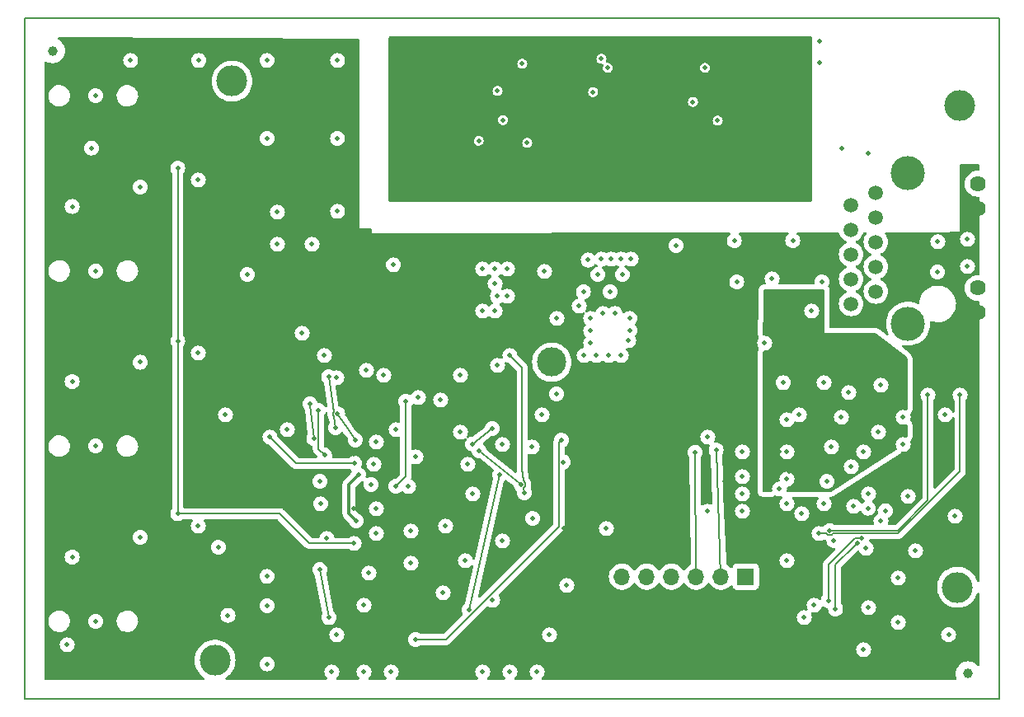
<source format=gbr>
%TF.GenerationSoftware,KiCad,Pcbnew,7.0.10*%
%TF.CreationDate,2025-02-13T15:15:04-06:00*%
%TF.ProjectId,IR2IP,49523249-502e-46b6-9963-61645f706362,rev?*%
%TF.SameCoordinates,PX55fe290PY8062360*%
%TF.FileFunction,Copper,L4,Bot*%
%TF.FilePolarity,Positive*%
%FSLAX46Y46*%
G04 Gerber Fmt 4.6, Leading zero omitted, Abs format (unit mm)*
G04 Created by KiCad (PCBNEW 7.0.10) date 2025-02-13 15:15:04*
%MOMM*%
%LPD*%
G01*
G04 APERTURE LIST*
%TA.AperFunction,ComponentPad*%
%ADD10C,1.500000*%
%TD*%
%TA.AperFunction,ComponentPad*%
%ADD11C,1.620000*%
%TD*%
%TA.AperFunction,ComponentPad*%
%ADD12C,3.500000*%
%TD*%
%TA.AperFunction,ComponentPad*%
%ADD13R,1.700000X1.700000*%
%TD*%
%TA.AperFunction,ComponentPad*%
%ADD14O,1.700000X1.700000*%
%TD*%
%TA.AperFunction,ComponentPad*%
%ADD15C,3.000000*%
%TD*%
%TA.AperFunction,WasherPad*%
%ADD16C,3.175000*%
%TD*%
%TA.AperFunction,SMDPad,CuDef*%
%ADD17C,1.000000*%
%TD*%
%TA.AperFunction,ViaPad*%
%ADD18C,0.508000*%
%TD*%
%TA.AperFunction,Conductor*%
%ADD19C,0.127000*%
%TD*%
%TA.AperFunction,Conductor*%
%ADD20C,0.304800*%
%TD*%
%TA.AperFunction,Profile*%
%ADD21C,0.150000*%
%TD*%
G04 APERTURE END LIST*
D10*
%TO.P,J1,1,RD+*%
%TO.N,/Ethernet/RDP*%
X84830000Y40615000D03*
%TO.P,J1,2,RD-*%
%TO.N,/Ethernet/RDN*%
X87370000Y41885000D03*
%TO.P,J1,3,RCT*%
%TO.N,Net-(J1-RCT)*%
X84830000Y43155000D03*
%TO.P,J1,4,TCT*%
%TO.N,Net-(J1-TCT)*%
X87370000Y44425000D03*
%TO.P,J1,5,TD+*%
%TO.N,/Ethernet/TXP*%
X84830000Y45695000D03*
%TO.P,J1,6,TD-*%
%TO.N,/Ethernet/TXN*%
X87370000Y46965000D03*
%TO.P,J1,7*%
%TO.N,N/C*%
X84830000Y48235000D03*
%TO.P,J1,8*%
X87370000Y49505000D03*
%TO.P,J1,9,VC1+*%
%TO.N,VPORTP*%
X84830000Y50775000D03*
%TO.P,J1,10,VC1-*%
%TO.N,VPORTN*%
X87370000Y52045000D03*
D11*
%TO.P,J1,11,YA*%
%TO.N,+3V3*%
X97800000Y39700000D03*
%TO.P,J1,12,YK*%
%TO.N,Net-(J1-YK)*%
X97800000Y42240000D03*
%TO.P,J1,13,GA*%
%TO.N,+3V3*%
X97800000Y50420000D03*
%TO.P,J1,14,GK*%
%TO.N,Net-(J1-GK)*%
X97800000Y52960000D03*
D12*
%TO.P,J1,SH1,SHLD*%
%TO.N,GND*%
X90670000Y54075000D03*
%TO.P,J1,SH2,SHLD*%
X90670000Y38585000D03*
%TD*%
D13*
%TO.P,J2,1,Pin_1*%
%TO.N,Net-(J2-Pin_1)*%
X74000000Y12600000D03*
D14*
%TO.P,J2,2,Pin_2*%
%TO.N,TXOUT*%
X71460000Y12600000D03*
%TO.P,J2,3,Pin_3*%
%TO.N,RXIN*%
X68920000Y12600000D03*
%TO.P,J2,4,Pin_4*%
%TO.N,Net-(J2-Pin_4)*%
X66380000Y12600000D03*
%TO.P,J2,5,Pin_5*%
%TO.N,/PROGRAMMING/~{ERASE_CMD}*%
X63840000Y12600000D03*
%TO.P,J2,6,Pin_6*%
%TO.N,GND*%
X61300000Y12600000D03*
%TD*%
D15*
%TO.P,TP1,1,1*%
%TO.N,GND*%
X54080000Y34620000D03*
%TD*%
D16*
%TO.P,REF\u002A\u002A,*%
%TO.N,*%
X95750000Y11500000D03*
%TD*%
%TO.P,REF\u002A\u002A,*%
%TO.N,*%
X96000000Y61000000D03*
%TD*%
%TO.P,REF\u002A\u002A,*%
%TO.N,*%
X21250000Y63500000D03*
%TD*%
%TO.P,REF\u002A\u002A,*%
%TO.N,*%
X19500000Y4000000D03*
%TD*%
D17*
%TO.P,FID6,*%
%TO.N,*%
X2830000Y66620000D03*
%TD*%
%TO.P,FID5,*%
%TO.N,*%
X96830000Y2620000D03*
%TD*%
D18*
%TO.N,VPORTP*%
X71120000Y59436000D03*
X83830000Y56620000D03*
X59182000Y65786000D03*
%TO.N,VPORTN*%
X46580000Y57370000D03*
X51562000Y57150000D03*
X51054000Y65278000D03*
X86580000Y56120000D03*
%TO.N,GNDPWR*%
X72580000Y52120000D03*
X75330000Y66370000D03*
X77080000Y64370000D03*
X70830000Y64370000D03*
X72580000Y67620000D03*
X58080000Y67120000D03*
X55330000Y65620000D03*
X51330000Y52870000D03*
X41580000Y54620000D03*
X43830000Y60370000D03*
X46580000Y61120000D03*
X55580000Y58870000D03*
X38080000Y67370000D03*
X45080000Y67370000D03*
X40330000Y62620000D03*
X44830000Y52370000D03*
X81580000Y65370000D03*
X81580000Y67620000D03*
X46482000Y63754000D03*
X56642000Y53086000D03*
X73330000Y61870000D03*
X52324000Y54610000D03*
X67080000Y52620000D03*
X44330000Y55870000D03*
X50546000Y61214000D03*
X69088000Y52620000D03*
X46830000Y58620000D03*
X59830000Y58370000D03*
X68580000Y62870000D03*
X47830000Y54870000D03*
X49830000Y53120000D03*
X38580000Y58870000D03*
X48260000Y65278000D03*
X78830000Y52620000D03*
X42580000Y62370000D03*
X55880000Y63500000D03*
X65330000Y59870000D03*
X68330000Y67620000D03*
X58830000Y55120000D03*
X63754000Y53086000D03*
X42830000Y58120000D03*
X53086000Y57658000D03*
X79330000Y66620000D03*
X52832000Y64770000D03*
X60198000Y53086000D03*
X53594000Y61214000D03*
X38580000Y53620000D03*
X57580000Y57620000D03*
%TO.N,GND*%
X36830000Y33274000D03*
X28448000Y37592000D03*
X30734000Y35306000D03*
X32004000Y33020000D03*
X35052000Y33782000D03*
X40386000Y30988000D03*
X42672000Y30734000D03*
X44704000Y33274000D03*
X48514000Y34290000D03*
X44704000Y27432000D03*
X45466000Y24130000D03*
X36068000Y26416000D03*
X38100000Y27686000D03*
X35814000Y24130000D03*
X40132000Y24892000D03*
X49022000Y26162000D03*
X52070000Y25908000D03*
X39370000Y21844000D03*
X45974000Y21082000D03*
X36068000Y19558000D03*
X36068000Y17018000D03*
X43180000Y17780000D03*
X35306000Y12954000D03*
X39624000Y17272000D03*
X39624000Y13970000D03*
X45212000Y14224000D03*
X49022000Y16256000D03*
X42926000Y10922000D03*
X34798000Y9652000D03*
X48006000Y10160000D03*
X32004000Y6604000D03*
X53848000Y6604000D03*
X53086000Y29210000D03*
X4318000Y5588000D03*
X20574000Y29210000D03*
X59690000Y17526000D03*
X55626000Y11684000D03*
X78232000Y14224000D03*
X26924000Y27686000D03*
X78232000Y25400000D03*
X78232000Y28702000D03*
X73660000Y25400000D03*
X73660000Y22860000D03*
X70104000Y26924000D03*
X73660000Y21082000D03*
X73660000Y19304000D03*
X79756000Y19050000D03*
X78232000Y22606000D03*
X78232000Y20066000D03*
X82042000Y20066000D03*
X82330000Y22370000D03*
X86614000Y21082000D03*
X84836000Y23876000D03*
X86106000Y25400000D03*
X90170000Y26162000D03*
X90170000Y28956000D03*
X86614000Y9398000D03*
X80010000Y8382000D03*
X52578000Y2794000D03*
X49784000Y2794000D03*
X46990000Y2794000D03*
X37592000Y2794000D03*
X34798000Y2794000D03*
X31496000Y2794000D03*
X60580000Y39620000D03*
X59330000Y39620000D03*
X56896000Y40386000D03*
X58080000Y39116000D03*
X58080000Y37846000D03*
X58080000Y36576000D03*
X57404000Y35306000D03*
X58674000Y35306000D03*
X59944000Y35306000D03*
X61214000Y35306000D03*
X62080000Y39116000D03*
X62080000Y37870000D03*
X61976000Y36830000D03*
X46990000Y44196000D03*
X48260000Y44196000D03*
X49530000Y44196000D03*
X49530000Y41402000D03*
X48514000Y41402000D03*
X48260000Y42672000D03*
X48260000Y39878000D03*
X46990000Y39878000D03*
X54610000Y39116000D03*
X61330000Y43620000D03*
X61214000Y45212000D03*
X60198000Y45212000D03*
X59182000Y45212000D03*
X57830000Y45120000D03*
X58830000Y43620000D03*
X60080000Y41870000D03*
X62230000Y45212000D03*
X57330000Y41870000D03*
X81830000Y42870000D03*
X76708000Y43180000D03*
X80772000Y39878000D03*
X75946000Y36576000D03*
X84582000Y31496000D03*
X79502000Y29210000D03*
X83820000Y28956000D03*
X77470000Y21590000D03*
X96774000Y47244000D03*
X96774000Y44450000D03*
X93726000Y46990000D03*
X93680000Y43870000D03*
X94488000Y29210000D03*
X90678000Y20828000D03*
X95504000Y18796000D03*
X91440000Y15240000D03*
X89662000Y12446000D03*
X89662000Y7874000D03*
X86106000Y5080000D03*
X25908000Y50038000D03*
X29464000Y46736000D03*
X25908000Y46736000D03*
X30988000Y16510000D03*
X30280000Y22370000D03*
X30330000Y20070000D03*
X52130000Y18570000D03*
X78830000Y47120000D03*
X72830000Y47120000D03*
X32080000Y65620000D03*
X32080000Y57620000D03*
X32080000Y50120000D03*
X24830000Y65620000D03*
X17830000Y65620000D03*
X10830000Y65620000D03*
X6830000Y56620000D03*
X4830000Y50620000D03*
X4830000Y32620000D03*
X11830000Y52620000D03*
X11830000Y34620000D03*
X4830000Y14620000D03*
X11830000Y16620000D03*
X24830000Y12620000D03*
X24830000Y9620000D03*
X19830000Y15620000D03*
X24830000Y3620000D03*
X20830000Y8620000D03*
X22830000Y43620000D03*
X37830000Y44620000D03*
X24830000Y57620000D03*
X54580000Y31370000D03*
X73080000Y42870000D03*
X66830000Y46620000D03*
X94830000Y6620000D03*
X7250000Y8000000D03*
X7250000Y26000000D03*
X7250000Y44000000D03*
X7250000Y62000000D03*
X17780000Y53340000D03*
X83058000Y16319490D03*
X53340000Y43942000D03*
X17780000Y17780000D03*
X82804000Y25908000D03*
X17780000Y35560000D03*
X87884000Y32258000D03*
X87630000Y27432000D03*
%TO.N,+3V3*%
X67818000Y17018000D03*
X21590000Y17780000D03*
X30480000Y18415000D03*
X28930000Y12270000D03*
X28930000Y9420000D03*
X24130000Y16020000D03*
X68830000Y34620000D03*
X68830000Y36620000D03*
X70580000Y34870000D03*
X71830000Y22370000D03*
X57912000Y29972000D03*
X57912000Y32512000D03*
X67056000Y31496000D03*
X59944000Y33528000D03*
X18288000Y20574000D03*
X64080000Y36576000D03*
X61976000Y32512000D03*
X61976000Y31242000D03*
X46482000Y30734000D03*
X18288000Y56134000D03*
X9652000Y4318000D03*
X55880000Y41148000D03*
X43434000Y43942000D03*
X58928000Y28956000D03*
X64080000Y33528000D03*
X68830000Y35620000D03*
X18034000Y13462000D03*
X66040000Y31496000D03*
X33782000Y19558000D03*
X33782000Y17018000D03*
X55372000Y17526000D03*
X61214000Y22860000D03*
X64080000Y35620000D03*
X50292000Y5842000D03*
X44958000Y43942000D03*
X68830000Y32512000D03*
X57912000Y31242000D03*
X60960000Y33528000D03*
X60960000Y28956000D03*
X83312000Y19812000D03*
X33782000Y5842000D03*
X64770000Y20574000D03*
X59944000Y28956000D03*
X64080000Y34620000D03*
X68072000Y31496000D03*
X68830000Y33528000D03*
X33782000Y14732000D03*
X61976000Y33528000D03*
X61976000Y28956000D03*
X57912000Y33528000D03*
X58928000Y33528000D03*
X44958000Y39878000D03*
X64008000Y31496000D03*
X57912000Y28956000D03*
X42926000Y41402000D03*
X73152000Y28448000D03*
X61976000Y29972000D03*
X18288000Y38354000D03*
X64080000Y32512000D03*
X43434000Y40132000D03*
X42926000Y42672000D03*
X33782000Y25146000D03*
X35306000Y5842000D03*
X70330000Y29120000D03*
X79248000Y17526000D03*
X65024000Y31496000D03*
X30988000Y28194000D03*
%TO.N,Net-(Q3-S)*%
X69830000Y64870000D03*
X59830000Y64870000D03*
%TO.N,Net-(U1-SENSE)*%
X58330000Y62370000D03*
X48514000Y62484000D03*
%TO.N,+3.3VA*%
X78486000Y24384000D03*
X77470000Y25400000D03*
X77470000Y23368000D03*
X78486000Y23368000D03*
X85598000Y28448000D03*
X88646000Y26416000D03*
X88900000Y32004000D03*
X81026000Y21844000D03*
X77216000Y29210000D03*
X89154000Y33528000D03*
X84074000Y33528000D03*
X77216000Y40894000D03*
X77216000Y38608000D03*
X83312000Y28194000D03*
%TO.N,Net-(J1-RCT)*%
X77850000Y32512000D03*
X82042000Y32512000D03*
%TO.N,/Ethernet/LINKLED*%
X96012000Y31242000D03*
X81534000Y17018000D03*
%TO.N,/Ethernet/ACTLED*%
X92710000Y31242000D03*
X82610317Y17332317D03*
%TO.N,/SAM3X8E Power/VDDCORE*%
X34230000Y23073236D03*
X34004300Y18345400D03*
%TO.N,TXOUT*%
X70964600Y25595100D03*
%TO.N,RXIN*%
X47965700Y27820300D03*
X68787500Y25374400D03*
X45962000Y26225600D03*
%TO.N,IRREC*%
X39080000Y30620000D03*
X38080000Y21870000D03*
%TO.N,Net-(U5B-DFSDP)*%
X30750563Y25080646D03*
X30113300Y29682800D03*
%TO.N,Net-(U5B-DHSDP)*%
X29649500Y26775200D03*
X29246400Y30319900D03*
%TO.N,Net-(U5B-DFSDM)*%
X33830000Y24220000D03*
X25146000Y26924000D03*
%TO.N,Net-(U5B-DHSDM)*%
X32088700Y29319400D03*
X33900900Y26642200D03*
%TO.N,~{IRTXEN1}*%
X49784000Y35306000D03*
X51252500Y21211200D03*
%TO.N,~{IRTXEN2}*%
X31885300Y27902400D03*
X46606800Y25535300D03*
X31172500Y33147200D03*
X50936800Y22038600D03*
%TO.N,~{IRTXEN3}*%
X30251800Y13298200D03*
X31212500Y8379000D03*
X45595000Y9183700D03*
X48747500Y23053100D03*
%TO.N,IRTX*%
X15680000Y36820000D03*
X15680000Y54570000D03*
X15680000Y19050000D03*
X33782000Y16002000D03*
%TO.N,ECSn*%
X83223800Y9267600D03*
X85447400Y16065479D03*
%TO.N,SCLK*%
X82474718Y10096510D03*
X85937046Y16573490D03*
%TO.N,MISO*%
X85090000Y19812000D03*
X87884000Y18288000D03*
%TO.N,MOSI*%
X86360000Y15494000D03*
X81026000Y9652000D03*
%TO.N,TIMER_PULSE*%
X40080000Y6120000D03*
X55080000Y26620000D03*
%TO.N,~{MASTER_RESET}*%
X35530000Y22070000D03*
X88330000Y19370000D03*
X70080000Y19304000D03*
%TO.N,Net-(Q3-G)*%
X68580000Y61370000D03*
X49080000Y59499500D03*
%TO.N,~{EINT}*%
X55270501Y24370000D03*
X86580000Y19620000D03*
%TD*%
D19*
%TO.N,/Ethernet/LINKLED*%
X82953862Y17018000D02*
X89662000Y17018000D01*
X89662000Y17018000D02*
X96012000Y23368000D01*
X82396956Y16887816D02*
X82823678Y16887816D01*
X82823678Y16887816D02*
X82953862Y17018000D01*
X96012000Y23368000D02*
X96012000Y31242000D01*
X81534000Y17018000D02*
X82266772Y17018000D01*
X82266772Y17018000D02*
X82396956Y16887816D01*
%TO.N,/Ethernet/ACTLED*%
X89617093Y17332317D02*
X82969527Y17332317D01*
X92710000Y20425224D02*
X89617093Y17332317D01*
X82969527Y17332317D02*
X82610317Y17332317D01*
X92710000Y31242000D02*
X92710000Y20425224D01*
D20*
%TO.N,/SAM3X8E Power/VDDCORE*%
X34230000Y23073236D02*
X33976001Y22819237D01*
X33248300Y19397600D02*
X33255600Y19360900D01*
X33255600Y19094100D02*
X33750301Y18599399D01*
X33976001Y22819237D02*
X33976001Y22797701D01*
X33976001Y22797701D02*
X33248300Y22070000D01*
X33255600Y19360900D02*
X33255600Y19094100D01*
X33750301Y18599399D02*
X34004300Y18345400D01*
X33248300Y22070000D02*
X33248300Y19397600D01*
D19*
%TO.N,TXOUT*%
X70964600Y25595100D02*
X71460000Y12600000D01*
%TO.N,RXIN*%
X45962000Y26225600D02*
X47965700Y27820300D01*
X68787500Y25374400D02*
X68920000Y12600000D01*
%TO.N,IRREC*%
X39080000Y22870000D02*
X38080000Y21870000D01*
X39080000Y30620000D02*
X39080000Y22870000D01*
%TO.N,Net-(U5B-DFSDP)*%
X30113300Y25717909D02*
X30750563Y25080646D01*
X30113300Y29682800D02*
X30113300Y25717909D01*
%TO.N,Net-(U5B-DHSDP)*%
X29649500Y26775200D02*
X29234800Y30185600D01*
X29234800Y30185600D02*
X29246400Y30319900D01*
%TO.N,Net-(U5B-DFSDM)*%
X27850000Y24220000D02*
X25146000Y26924000D01*
X33830000Y24220000D02*
X27850000Y24220000D01*
%TO.N,Net-(U5B-DHSDM)*%
X32088700Y29319400D02*
X33304400Y27509000D01*
X33949600Y26633400D02*
X33900900Y26642200D01*
X33304400Y27509000D02*
X33949600Y26633400D01*
%TO.N,~{IRTXEN1}*%
X51381600Y22222900D02*
X51144700Y22459800D01*
X51211600Y21684300D02*
X51381600Y21854300D01*
X51038900Y23685300D02*
X51038900Y34051100D01*
X51252500Y21211200D02*
X51211600Y21684300D01*
X51144700Y22459800D02*
X51038900Y23685300D01*
X51038900Y34051100D02*
X49784000Y35306000D01*
X51381600Y21854300D02*
X51381600Y22222900D01*
%TO.N,~{IRTXEN2}*%
X31643900Y29135200D02*
X31643900Y29503600D01*
X31835900Y28354400D02*
X31741300Y29037800D01*
X31643900Y29503600D02*
X31672900Y29532600D01*
X31741300Y29037800D02*
X31643900Y29135200D01*
X31672900Y29532600D02*
X31172500Y33147200D01*
X31885300Y27902400D02*
X31835900Y28354400D01*
X50853400Y22102500D02*
X46606800Y25535300D01*
X50936800Y22038600D02*
X50853400Y22102500D01*
%TO.N,~{IRTXEN3}*%
X48747500Y23053100D02*
X45595000Y9183700D01*
X31212500Y8379000D02*
X30251800Y13298200D01*
%TO.N,IRTX*%
X15680000Y36820000D02*
X15680000Y54570000D01*
X15680000Y19050000D02*
X15680000Y19409210D01*
X15680000Y19409210D02*
X15680000Y36820000D01*
X33782000Y16002000D02*
X29210000Y16002000D01*
X26162000Y19050000D02*
X15680000Y19050000D01*
X29210000Y16002000D02*
X26162000Y19050000D01*
%TO.N,ECSn*%
X83223800Y13841879D02*
X85193401Y15811480D01*
X85193401Y15811480D02*
X85447400Y16065479D01*
X83223800Y9267600D02*
X83223800Y13841879D01*
%TO.N,SCLK*%
X85229590Y16573490D02*
X85577836Y16573490D01*
X82474718Y13818618D02*
X85229590Y16573490D01*
X82474718Y10096510D02*
X82474718Y13818618D01*
X85577836Y16573490D02*
X85937046Y16573490D01*
%TO.N,TIMER_PULSE*%
X40439210Y6120000D02*
X40080000Y6120000D01*
X55080000Y26620000D02*
X54826001Y26366001D01*
X54826001Y26366001D02*
X54826001Y17756839D01*
X54826001Y17756839D02*
X43189162Y6120000D01*
X43189162Y6120000D02*
X40439210Y6120000D01*
%TD*%
%TA.AperFunction,Conductor*%
%TO.N,GNDPWR*%
G36*
X80704650Y68087533D02*
G01*
X80772764Y68067513D01*
X80819243Y68013846D01*
X80830616Y67961525D01*
X80829542Y51245992D01*
X80809536Y51177872D01*
X80755877Y51131383D01*
X80703542Y51120000D01*
X37456000Y51120000D01*
X37387879Y51140002D01*
X37341386Y51193658D01*
X37330000Y51246000D01*
X37330000Y57369997D01*
X46066271Y57369997D01*
X46087079Y57225273D01*
X46087081Y57225266D01*
X46147824Y57092257D01*
X46243579Y56981750D01*
X46366589Y56902696D01*
X46475979Y56870576D01*
X46506885Y56861501D01*
X46506886Y56861501D01*
X46506889Y56861500D01*
X46506892Y56861500D01*
X46653108Y56861500D01*
X46653111Y56861500D01*
X46793411Y56902696D01*
X46916421Y56981750D01*
X47012176Y57092257D01*
X47038545Y57149997D01*
X51048271Y57149997D01*
X51069079Y57005273D01*
X51069081Y57005266D01*
X51129824Y56872257D01*
X51225579Y56761750D01*
X51348589Y56682696D01*
X51468039Y56647622D01*
X51488885Y56641501D01*
X51488886Y56641501D01*
X51488889Y56641500D01*
X51488892Y56641500D01*
X51635108Y56641500D01*
X51635111Y56641500D01*
X51775411Y56682696D01*
X51898421Y56761750D01*
X51994176Y56872257D01*
X52054919Y57005266D01*
X52075729Y57150000D01*
X52075729Y57150004D01*
X52054920Y57294728D01*
X52054919Y57294729D01*
X52054919Y57294734D01*
X51994176Y57427743D01*
X51898421Y57538250D01*
X51898420Y57538251D01*
X51836916Y57577777D01*
X51775411Y57617304D01*
X51740336Y57627603D01*
X51635114Y57658500D01*
X51635111Y57658500D01*
X51488889Y57658500D01*
X51488885Y57658500D01*
X51348589Y57617304D01*
X51348587Y57617303D01*
X51225579Y57538251D01*
X51129824Y57427744D01*
X51069081Y57294735D01*
X51069079Y57294728D01*
X51048271Y57150004D01*
X51048271Y57149997D01*
X47038545Y57149997D01*
X47072919Y57225266D01*
X47073227Y57227411D01*
X47093729Y57369997D01*
X47093729Y57370004D01*
X47072920Y57514728D01*
X47072919Y57514729D01*
X47072919Y57514734D01*
X47012176Y57647743D01*
X46916421Y57758250D01*
X46916420Y57758251D01*
X46854916Y57797777D01*
X46793411Y57837304D01*
X46758336Y57847603D01*
X46653114Y57878500D01*
X46653111Y57878500D01*
X46506889Y57878500D01*
X46506885Y57878500D01*
X46366589Y57837304D01*
X46366587Y57837303D01*
X46243579Y57758251D01*
X46147824Y57647744D01*
X46087081Y57514735D01*
X46087079Y57514728D01*
X46066271Y57370004D01*
X46066271Y57369997D01*
X37330000Y57369997D01*
X37330000Y59499497D01*
X48566271Y59499497D01*
X48587079Y59354773D01*
X48587081Y59354766D01*
X48647824Y59221757D01*
X48743579Y59111250D01*
X48866589Y59032196D01*
X48986039Y58997122D01*
X49006885Y58991001D01*
X49006886Y58991001D01*
X49006889Y58991000D01*
X49006892Y58991000D01*
X49153108Y58991000D01*
X49153111Y58991000D01*
X49293411Y59032196D01*
X49416421Y59111250D01*
X49512176Y59221757D01*
X49572919Y59354766D01*
X49573227Y59356911D01*
X49584599Y59435997D01*
X70606271Y59435997D01*
X70627079Y59291273D01*
X70627081Y59291266D01*
X70687824Y59158257D01*
X70783579Y59047750D01*
X70906589Y58968696D01*
X71026039Y58933622D01*
X71046885Y58927501D01*
X71046886Y58927501D01*
X71046889Y58927500D01*
X71046892Y58927500D01*
X71193108Y58927500D01*
X71193111Y58927500D01*
X71333411Y58968696D01*
X71456421Y59047750D01*
X71552176Y59158257D01*
X71612919Y59291266D01*
X71633729Y59436000D01*
X71633729Y59436004D01*
X71612920Y59580728D01*
X71612919Y59580729D01*
X71612919Y59580734D01*
X71552176Y59713743D01*
X71456421Y59824250D01*
X71456420Y59824251D01*
X71357612Y59887751D01*
X71333411Y59903304D01*
X71298336Y59913603D01*
X71193114Y59944500D01*
X71193111Y59944500D01*
X71046889Y59944500D01*
X71046885Y59944500D01*
X70906589Y59903304D01*
X70906587Y59903303D01*
X70783579Y59824251D01*
X70687824Y59713744D01*
X70627081Y59580735D01*
X70627079Y59580728D01*
X70606271Y59436004D01*
X70606271Y59435997D01*
X49584599Y59435997D01*
X49593729Y59499497D01*
X49593729Y59499504D01*
X49572920Y59644228D01*
X49572919Y59644229D01*
X49572919Y59644234D01*
X49512176Y59777243D01*
X49416421Y59887750D01*
X49416420Y59887751D01*
X49354916Y59927277D01*
X49293411Y59966804D01*
X49258336Y59977103D01*
X49153114Y60008000D01*
X49153111Y60008000D01*
X49006889Y60008000D01*
X49006885Y60008000D01*
X48866589Y59966804D01*
X48866587Y59966803D01*
X48743579Y59887751D01*
X48647824Y59777244D01*
X48587081Y59644235D01*
X48587079Y59644228D01*
X48566271Y59499504D01*
X48566271Y59499497D01*
X37330000Y59499497D01*
X37330000Y61369997D01*
X68066271Y61369997D01*
X68087079Y61225273D01*
X68087081Y61225266D01*
X68147824Y61092257D01*
X68243579Y60981750D01*
X68366589Y60902696D01*
X68486039Y60867622D01*
X68506885Y60861501D01*
X68506886Y60861501D01*
X68506889Y60861500D01*
X68506892Y60861500D01*
X68653108Y60861500D01*
X68653111Y60861500D01*
X68793411Y60902696D01*
X68916421Y60981750D01*
X69012176Y61092257D01*
X69072919Y61225266D01*
X69093729Y61370000D01*
X69093729Y61370004D01*
X69072920Y61514728D01*
X69072919Y61514729D01*
X69072919Y61514734D01*
X69012176Y61647743D01*
X68916421Y61758250D01*
X68916420Y61758251D01*
X68840356Y61807134D01*
X68793411Y61837304D01*
X68758336Y61847603D01*
X68653114Y61878500D01*
X68653111Y61878500D01*
X68506889Y61878500D01*
X68506885Y61878500D01*
X68366589Y61837304D01*
X68366587Y61837303D01*
X68243579Y61758251D01*
X68147824Y61647744D01*
X68087081Y61514735D01*
X68087079Y61514728D01*
X68066271Y61370004D01*
X68066271Y61369997D01*
X37330000Y61369997D01*
X37330000Y62483997D01*
X48000271Y62483997D01*
X48021079Y62339273D01*
X48021081Y62339266D01*
X48081824Y62206257D01*
X48177579Y62095750D01*
X48300589Y62016696D01*
X48419604Y61981750D01*
X48440885Y61975501D01*
X48440886Y61975501D01*
X48440889Y61975500D01*
X48440892Y61975500D01*
X48587108Y61975500D01*
X48587111Y61975500D01*
X48727411Y62016696D01*
X48850421Y62095750D01*
X48946176Y62206257D01*
X49006919Y62339266D01*
X49011338Y62369997D01*
X57816271Y62369997D01*
X57837079Y62225273D01*
X57837081Y62225266D01*
X57897824Y62092257D01*
X57993579Y61981750D01*
X58116589Y61902696D01*
X58236039Y61867622D01*
X58256885Y61861501D01*
X58256886Y61861501D01*
X58256889Y61861500D01*
X58256892Y61861500D01*
X58403108Y61861500D01*
X58403111Y61861500D01*
X58543411Y61902696D01*
X58666421Y61981750D01*
X58762176Y62092257D01*
X58822919Y62225266D01*
X58839311Y62339273D01*
X58843729Y62369997D01*
X58843729Y62370004D01*
X58822920Y62514728D01*
X58822919Y62514729D01*
X58822919Y62514734D01*
X58762176Y62647743D01*
X58666421Y62758250D01*
X58666420Y62758251D01*
X58604916Y62797777D01*
X58543411Y62837304D01*
X58508336Y62847603D01*
X58403114Y62878500D01*
X58403111Y62878500D01*
X58256889Y62878500D01*
X58256885Y62878500D01*
X58116589Y62837304D01*
X58116587Y62837303D01*
X57993579Y62758251D01*
X57897824Y62647744D01*
X57837081Y62514735D01*
X57837079Y62514728D01*
X57816271Y62370004D01*
X57816271Y62369997D01*
X49011338Y62369997D01*
X49019499Y62426760D01*
X49027729Y62483997D01*
X49027729Y62484004D01*
X49006920Y62628728D01*
X49006919Y62628729D01*
X49006919Y62628734D01*
X48946176Y62761743D01*
X48850421Y62872250D01*
X48850420Y62872251D01*
X48788916Y62911777D01*
X48727411Y62951304D01*
X48692336Y62961603D01*
X48587114Y62992500D01*
X48587111Y62992500D01*
X48440889Y62992500D01*
X48440885Y62992500D01*
X48300589Y62951304D01*
X48300587Y62951303D01*
X48177579Y62872251D01*
X48081824Y62761744D01*
X48021081Y62628735D01*
X48021079Y62628728D01*
X48000271Y62484004D01*
X48000271Y62483997D01*
X37330000Y62483997D01*
X37330000Y65277997D01*
X50540271Y65277997D01*
X50561079Y65133273D01*
X50561081Y65133266D01*
X50621824Y65000257D01*
X50717579Y64889750D01*
X50840589Y64810696D01*
X50960039Y64775622D01*
X50980885Y64769501D01*
X50980886Y64769501D01*
X50980889Y64769500D01*
X50980892Y64769500D01*
X51127108Y64769500D01*
X51127111Y64769500D01*
X51267411Y64810696D01*
X51390421Y64889750D01*
X51486176Y65000257D01*
X51546919Y65133266D01*
X51549001Y65147744D01*
X51567729Y65277997D01*
X51567729Y65278004D01*
X51546920Y65422728D01*
X51546919Y65422729D01*
X51546919Y65422734D01*
X51486176Y65555743D01*
X51390421Y65666250D01*
X51390420Y65666251D01*
X51293213Y65728722D01*
X51267411Y65745304D01*
X51232336Y65755603D01*
X51128827Y65785997D01*
X58668271Y65785997D01*
X58689079Y65641273D01*
X58689081Y65641266D01*
X58749824Y65508257D01*
X58845579Y65397750D01*
X58968589Y65318696D01*
X59088039Y65283622D01*
X59108885Y65277501D01*
X59108886Y65277501D01*
X59108889Y65277500D01*
X59108892Y65277500D01*
X59261022Y65277500D01*
X59329143Y65257498D01*
X59375636Y65203842D01*
X59385740Y65133568D01*
X59375636Y65099158D01*
X59337081Y65014735D01*
X59337079Y65014728D01*
X59316271Y64870004D01*
X59316271Y64869997D01*
X59337079Y64725273D01*
X59337081Y64725266D01*
X59397824Y64592257D01*
X59493579Y64481750D01*
X59616589Y64402696D01*
X59736039Y64367622D01*
X59756885Y64361501D01*
X59756886Y64361501D01*
X59756889Y64361500D01*
X59756892Y64361500D01*
X59903108Y64361500D01*
X59903111Y64361500D01*
X60043411Y64402696D01*
X60166421Y64481750D01*
X60262176Y64592257D01*
X60322919Y64725266D01*
X60335202Y64810696D01*
X60343729Y64869997D01*
X69316271Y64869997D01*
X69337079Y64725273D01*
X69337081Y64725266D01*
X69397824Y64592257D01*
X69493579Y64481750D01*
X69616589Y64402696D01*
X69736039Y64367622D01*
X69756885Y64361501D01*
X69756886Y64361501D01*
X69756889Y64361500D01*
X69756892Y64361500D01*
X69903108Y64361500D01*
X69903111Y64361500D01*
X70043411Y64402696D01*
X70166421Y64481750D01*
X70262176Y64592257D01*
X70322919Y64725266D01*
X70335202Y64810696D01*
X70343729Y64869997D01*
X70343729Y64870004D01*
X70322920Y65014728D01*
X70322919Y65014729D01*
X70322919Y65014734D01*
X70262176Y65147743D01*
X70166421Y65258250D01*
X70166420Y65258251D01*
X70104916Y65297777D01*
X70043411Y65337304D01*
X70008336Y65347603D01*
X69903114Y65378500D01*
X69903111Y65378500D01*
X69756889Y65378500D01*
X69756885Y65378500D01*
X69616589Y65337304D01*
X69616587Y65337303D01*
X69493579Y65258251D01*
X69397824Y65147744D01*
X69337081Y65014735D01*
X69337079Y65014728D01*
X69316271Y64870004D01*
X69316271Y64869997D01*
X60343729Y64869997D01*
X60343729Y64870004D01*
X60322920Y65014728D01*
X60322919Y65014729D01*
X60322919Y65014734D01*
X60262176Y65147743D01*
X60166421Y65258250D01*
X60166420Y65258251D01*
X60104916Y65297777D01*
X60043411Y65337304D01*
X60008336Y65347603D01*
X59903114Y65378500D01*
X59903111Y65378500D01*
X59756889Y65378500D01*
X59750978Y65378500D01*
X59682857Y65398502D01*
X59636364Y65452158D01*
X59626260Y65522432D01*
X59636364Y65556842D01*
X59639744Y65564244D01*
X59674919Y65641266D01*
X59689878Y65745304D01*
X59695729Y65785997D01*
X59695729Y65786004D01*
X59674920Y65930728D01*
X59674919Y65930729D01*
X59674919Y65930734D01*
X59614176Y66063743D01*
X59518421Y66174250D01*
X59518420Y66174251D01*
X59456916Y66213777D01*
X59395411Y66253304D01*
X59360336Y66263603D01*
X59255114Y66294500D01*
X59255111Y66294500D01*
X59108889Y66294500D01*
X59108885Y66294500D01*
X58968589Y66253304D01*
X58968587Y66253303D01*
X58845579Y66174251D01*
X58749824Y66063744D01*
X58689081Y65930735D01*
X58689079Y65930728D01*
X58668271Y65786004D01*
X58668271Y65785997D01*
X51128827Y65785997D01*
X51127114Y65786500D01*
X51127111Y65786500D01*
X50980889Y65786500D01*
X50980885Y65786500D01*
X50840589Y65745304D01*
X50840587Y65745303D01*
X50717579Y65666251D01*
X50621824Y65555744D01*
X50561081Y65422735D01*
X50561079Y65422728D01*
X50540271Y65278004D01*
X50540271Y65277997D01*
X37330000Y65277997D01*
X37330000Y67972654D01*
X37350002Y68040775D01*
X37403658Y68087268D01*
X37456028Y68098654D01*
X80704650Y68087533D01*
G37*
%TD.AperFunction*%
%TD*%
%TA.AperFunction,Conductor*%
%TO.N,+3V3*%
G36*
X34204491Y67875326D02*
G01*
X34272531Y67855060D01*
X34318815Y67801225D01*
X34330000Y67749327D01*
X34330000Y48370000D01*
X35454000Y48370000D01*
X35522121Y48349998D01*
X35568614Y48296342D01*
X35580000Y48244000D01*
X35580000Y47870001D01*
X35580000Y47870000D01*
X72278476Y47948961D01*
X72346636Y47929106D01*
X72393244Y47875551D01*
X72403499Y47805299D01*
X72374145Y47740655D01*
X72356336Y47725314D01*
X72357117Y47724335D01*
X72351580Y47719920D01*
X72230080Y47598420D01*
X72230079Y47598418D01*
X72138665Y47452934D01*
X72138664Y47452931D01*
X72081912Y47290745D01*
X72062675Y47120000D01*
X72081912Y46949256D01*
X72138664Y46787070D01*
X72138665Y46787067D01*
X72230079Y46641583D01*
X72230080Y46641581D01*
X72351580Y46520081D01*
X72351582Y46520080D01*
X72497066Y46428666D01*
X72497067Y46428666D01*
X72497070Y46428664D01*
X72659254Y46371913D01*
X72659253Y46371913D01*
X72676543Y46369966D01*
X72830000Y46352675D01*
X73000746Y46371913D01*
X73162930Y46428664D01*
X73308419Y46520081D01*
X73429919Y46641581D01*
X73521336Y46787070D01*
X73578087Y46949254D01*
X73597325Y47120000D01*
X73578087Y47290746D01*
X73521336Y47452930D01*
X73521334Y47452933D01*
X73521334Y47452934D01*
X73429920Y47598418D01*
X73429919Y47598420D01*
X73308419Y47719920D01*
X73302883Y47724335D01*
X73304085Y47725843D01*
X73263419Y47771821D01*
X73252601Y47841988D01*
X73281435Y47906866D01*
X73340768Y47945855D01*
X73377214Y47951325D01*
X78299092Y47961915D01*
X78367252Y47942060D01*
X78413860Y47888505D01*
X78424115Y47818253D01*
X78394761Y47753609D01*
X78366398Y47729230D01*
X78351579Y47719919D01*
X78230080Y47598420D01*
X78230079Y47598418D01*
X78138665Y47452934D01*
X78138664Y47452931D01*
X78081912Y47290745D01*
X78062675Y47120000D01*
X78081912Y46949256D01*
X78138664Y46787070D01*
X78138665Y46787067D01*
X78230079Y46641583D01*
X78230080Y46641581D01*
X78351580Y46520081D01*
X78351582Y46520080D01*
X78497066Y46428666D01*
X78497067Y46428666D01*
X78497070Y46428664D01*
X78659254Y46371913D01*
X78659253Y46371913D01*
X78676543Y46369966D01*
X78830000Y46352675D01*
X79000746Y46371913D01*
X79162930Y46428664D01*
X79308419Y46520081D01*
X79429919Y46641581D01*
X79521336Y46787070D01*
X79578087Y46949254D01*
X79597325Y47120000D01*
X79578087Y47290746D01*
X79521336Y47452930D01*
X79521334Y47452933D01*
X79521334Y47452934D01*
X79429920Y47598418D01*
X79429919Y47598420D01*
X79308420Y47719919D01*
X79289981Y47731505D01*
X79242944Y47784684D01*
X79232124Y47854852D01*
X79260957Y47919730D01*
X79320289Y47958720D01*
X79356735Y47964191D01*
X83500329Y47973106D01*
X83568489Y47953251D01*
X83615097Y47899696D01*
X83622301Y47879725D01*
X83634159Y47835471D01*
X83642880Y47802924D01*
X83642881Y47802921D01*
X83699577Y47681336D01*
X83735944Y47603346D01*
X83830422Y47468418D01*
X83862251Y47422962D01*
X83862254Y47422958D01*
X84017957Y47267255D01*
X84017961Y47267252D01*
X84017962Y47267251D01*
X84198346Y47140944D01*
X84243261Y47120000D01*
X84330768Y47079195D01*
X84384053Y47032278D01*
X84403514Y46964001D01*
X84382972Y46896041D01*
X84330768Y46850805D01*
X84198346Y46789056D01*
X84017965Y46662752D01*
X84017959Y46662747D01*
X83862253Y46507041D01*
X83862248Y46507035D01*
X83735944Y46326654D01*
X83642881Y46127080D01*
X83642879Y46127074D01*
X83600436Y45968676D01*
X83585885Y45914371D01*
X83566693Y45695000D01*
X83582085Y45519059D01*
X83585885Y45475630D01*
X83642879Y45262927D01*
X83642881Y45262921D01*
X83725600Y45085528D01*
X83735944Y45063346D01*
X83830422Y44928418D01*
X83862251Y44882962D01*
X83862254Y44882958D01*
X84017957Y44727255D01*
X84017961Y44727252D01*
X84017962Y44727251D01*
X84198346Y44600944D01*
X84301693Y44552753D01*
X84330768Y44539195D01*
X84384053Y44492278D01*
X84403514Y44424001D01*
X84382972Y44356041D01*
X84330768Y44310805D01*
X84198346Y44249056D01*
X84017965Y44122752D01*
X84017959Y44122747D01*
X83862253Y43967041D01*
X83862248Y43967035D01*
X83735944Y43786654D01*
X83642881Y43587080D01*
X83642879Y43587074D01*
X83605412Y43447247D01*
X83585885Y43374371D01*
X83566693Y43155000D01*
X83585885Y42935629D01*
X83595566Y42899501D01*
X83642879Y42722927D01*
X83642881Y42722921D01*
X83720260Y42556980D01*
X83735944Y42523346D01*
X83842315Y42371433D01*
X83862251Y42342962D01*
X83862254Y42342958D01*
X84017957Y42187255D01*
X84017961Y42187252D01*
X84017962Y42187251D01*
X84198346Y42060944D01*
X84295680Y42015557D01*
X84330768Y41999195D01*
X84384053Y41952278D01*
X84403514Y41884001D01*
X84382972Y41816041D01*
X84330768Y41770805D01*
X84198346Y41709056D01*
X84017965Y41582752D01*
X84017959Y41582747D01*
X83862253Y41427041D01*
X83862248Y41427035D01*
X83735944Y41246654D01*
X83642881Y41047080D01*
X83642879Y41047074D01*
X83608094Y40917255D01*
X83585885Y40834371D01*
X83566693Y40615000D01*
X83585885Y40395629D01*
X83596392Y40356418D01*
X83642879Y40182927D01*
X83642881Y40182921D01*
X83682285Y40098419D01*
X83735944Y39983346D01*
X83809708Y39878001D01*
X83862251Y39802962D01*
X83862254Y39802958D01*
X84017957Y39647255D01*
X84017961Y39647252D01*
X84017962Y39647251D01*
X84198346Y39520944D01*
X84397924Y39427880D01*
X84610629Y39370885D01*
X84830000Y39351693D01*
X85049371Y39370885D01*
X85262076Y39427880D01*
X85461654Y39520944D01*
X85642038Y39647251D01*
X85797749Y39802962D01*
X85924056Y39983346D01*
X86017120Y40182924D01*
X86074115Y40395629D01*
X86093307Y40615000D01*
X86074115Y40834371D01*
X86017120Y41047076D01*
X85924056Y41246653D01*
X85797749Y41427038D01*
X85642038Y41582749D01*
X85625060Y41594637D01*
X85606010Y41607977D01*
X85461654Y41709056D01*
X85461648Y41709059D01*
X85461648Y41709060D01*
X85329232Y41770805D01*
X85275946Y41817722D01*
X85256485Y41885999D01*
X85277026Y41953959D01*
X85329232Y41999195D01*
X85461648Y42060941D01*
X85461648Y42060942D01*
X85461654Y42060944D01*
X85642038Y42187251D01*
X85797749Y42342962D01*
X85924056Y42523346D01*
X86017120Y42722924D01*
X86074115Y42935629D01*
X86093307Y43155000D01*
X86074115Y43374371D01*
X86017120Y43587076D01*
X85924056Y43786653D01*
X85797749Y43967038D01*
X85642038Y44122749D01*
X85615140Y44141583D01*
X85592666Y44157320D01*
X85461654Y44249056D01*
X85461648Y44249059D01*
X85461648Y44249060D01*
X85329232Y44310805D01*
X85275946Y44357722D01*
X85256485Y44425999D01*
X85277026Y44493959D01*
X85329232Y44539195D01*
X85461648Y44600941D01*
X85461648Y44600942D01*
X85461654Y44600944D01*
X85642038Y44727251D01*
X85797749Y44882962D01*
X85924056Y45063346D01*
X86017120Y45262924D01*
X86074115Y45475629D01*
X86093307Y45695000D01*
X86074115Y45914371D01*
X86017120Y46127076D01*
X85924056Y46326653D01*
X85797749Y46507038D01*
X85642038Y46662749D01*
X85461654Y46789056D01*
X85461648Y46789059D01*
X85461648Y46789060D01*
X85329232Y46850805D01*
X85275946Y46897722D01*
X85256485Y46965999D01*
X85277026Y47033959D01*
X85329232Y47079195D01*
X85461648Y47140941D01*
X85461648Y47140942D01*
X85461654Y47140944D01*
X85642038Y47267251D01*
X85797749Y47422962D01*
X85924056Y47603346D01*
X86017120Y47802924D01*
X86039231Y47885445D01*
X86076181Y47946064D01*
X86140042Y47977086D01*
X86160649Y47978830D01*
X86301448Y47979133D01*
X86369607Y47959278D01*
X86416216Y47905723D01*
X86426471Y47835471D01*
X86404928Y47780864D01*
X86275945Y47596657D01*
X86182881Y47397080D01*
X86182879Y47397074D01*
X86154388Y47290745D01*
X86125885Y47184371D01*
X86106693Y46965000D01*
X86125885Y46745629D01*
X86153765Y46641581D01*
X86182879Y46532927D01*
X86182881Y46532921D01*
X86231496Y46428666D01*
X86275944Y46333346D01*
X86353437Y46222675D01*
X86402251Y46152962D01*
X86402254Y46152958D01*
X86557957Y45997255D01*
X86557961Y45997252D01*
X86557962Y45997251D01*
X86738346Y45870944D01*
X86814455Y45835454D01*
X86870768Y45809195D01*
X86924053Y45762278D01*
X86943514Y45694001D01*
X86922972Y45626041D01*
X86870768Y45580805D01*
X86738346Y45519056D01*
X86557965Y45392752D01*
X86557959Y45392747D01*
X86402253Y45237041D01*
X86402248Y45237035D01*
X86275944Y45056654D01*
X86182881Y44857080D01*
X86182879Y44857074D01*
X86138469Y44691336D01*
X86125885Y44644371D01*
X86106693Y44425000D01*
X86125885Y44205629D01*
X86150773Y44112746D01*
X86174216Y44025256D01*
X86182880Y43992924D01*
X86275944Y43793346D01*
X86384422Y43638424D01*
X86402251Y43612962D01*
X86402254Y43612958D01*
X86557957Y43457255D01*
X86557961Y43457252D01*
X86557962Y43457251D01*
X86738346Y43330944D01*
X86786122Y43308666D01*
X86870768Y43269195D01*
X86924053Y43222278D01*
X86943514Y43154001D01*
X86922972Y43086041D01*
X86870768Y43040805D01*
X86738346Y42979056D01*
X86557965Y42852752D01*
X86557959Y42852747D01*
X86402253Y42697041D01*
X86402248Y42697035D01*
X86275944Y42516654D01*
X86182881Y42317080D01*
X86182879Y42317074D01*
X86130515Y42121650D01*
X86125885Y42104371D01*
X86106693Y41885000D01*
X86122085Y41709059D01*
X86125885Y41665630D01*
X86182879Y41452927D01*
X86182881Y41452921D01*
X86262785Y41281566D01*
X86275944Y41253346D01*
X86389873Y41090639D01*
X86402251Y41072962D01*
X86402254Y41072958D01*
X86557957Y40917255D01*
X86557961Y40917252D01*
X86557962Y40917251D01*
X86738346Y40790944D01*
X86937924Y40697880D01*
X87150629Y40640885D01*
X87370000Y40621693D01*
X87589371Y40640885D01*
X87802076Y40697880D01*
X88001654Y40790944D01*
X88182038Y40917251D01*
X88337749Y41072962D01*
X88464056Y41253346D01*
X88557120Y41452924D01*
X88614115Y41665629D01*
X88633307Y41885000D01*
X88614115Y42104371D01*
X88557120Y42317076D01*
X88464056Y42516653D01*
X88337749Y42697038D01*
X88182038Y42852749D01*
X88001654Y42979056D01*
X88001648Y42979059D01*
X88001648Y42979060D01*
X87869232Y43040805D01*
X87815946Y43087722D01*
X87796485Y43155999D01*
X87817026Y43223959D01*
X87869232Y43269195D01*
X88001648Y43330941D01*
X88001648Y43330942D01*
X88001654Y43330944D01*
X88182038Y43457251D01*
X88337749Y43612962D01*
X88464056Y43793346D01*
X88499800Y43870000D01*
X92912675Y43870000D01*
X92931912Y43699256D01*
X92988664Y43537070D01*
X92988665Y43537067D01*
X93080079Y43391583D01*
X93080080Y43391581D01*
X93201580Y43270081D01*
X93201582Y43270080D01*
X93347066Y43178666D01*
X93347067Y43178666D01*
X93347070Y43178664D01*
X93509254Y43121913D01*
X93509253Y43121913D01*
X93526543Y43119966D01*
X93680000Y43102675D01*
X93850746Y43121913D01*
X94012930Y43178664D01*
X94158419Y43270081D01*
X94279919Y43391581D01*
X94371336Y43537070D01*
X94428087Y43699254D01*
X94447325Y43870000D01*
X94428087Y44040746D01*
X94371336Y44202930D01*
X94371334Y44202933D01*
X94371334Y44202934D01*
X94279920Y44348418D01*
X94279919Y44348420D01*
X94178339Y44450000D01*
X96006675Y44450000D01*
X96025912Y44279256D01*
X96082664Y44117070D01*
X96082665Y44117067D01*
X96174079Y43971583D01*
X96174080Y43971581D01*
X96295580Y43850081D01*
X96295582Y43850080D01*
X96441066Y43758666D01*
X96441067Y43758666D01*
X96441070Y43758664D01*
X96603254Y43701913D01*
X96603253Y43701913D01*
X96620543Y43699966D01*
X96774000Y43682675D01*
X96944746Y43701913D01*
X97106930Y43758664D01*
X97252419Y43850081D01*
X97373919Y43971581D01*
X97465336Y44117070D01*
X97522087Y44279254D01*
X97541325Y44450000D01*
X97522087Y44620746D01*
X97465336Y44782930D01*
X97465334Y44782933D01*
X97465334Y44782934D01*
X97373920Y44928418D01*
X97373919Y44928420D01*
X97252419Y45049920D01*
X97252417Y45049921D01*
X97106933Y45141335D01*
X97106930Y45141336D01*
X96944746Y45198087D01*
X96944744Y45198088D01*
X96944746Y45198088D01*
X96774000Y45217325D01*
X96603255Y45198088D01*
X96441069Y45141336D01*
X96441066Y45141335D01*
X96295582Y45049921D01*
X96295580Y45049920D01*
X96174080Y44928420D01*
X96174079Y44928418D01*
X96082665Y44782934D01*
X96082664Y44782931D01*
X96025912Y44620745D01*
X96006675Y44450000D01*
X94178339Y44450000D01*
X94158419Y44469920D01*
X94158417Y44469921D01*
X94012933Y44561335D01*
X94012930Y44561336D01*
X93850746Y44618087D01*
X93850744Y44618088D01*
X93850746Y44618088D01*
X93680000Y44637325D01*
X93509255Y44618088D01*
X93347069Y44561336D01*
X93347066Y44561335D01*
X93201582Y44469921D01*
X93201580Y44469920D01*
X93080080Y44348420D01*
X93080079Y44348418D01*
X92988665Y44202934D01*
X92988664Y44202931D01*
X92931912Y44040745D01*
X92912675Y43870000D01*
X88499800Y43870000D01*
X88557120Y43992924D01*
X88614115Y44205629D01*
X88633307Y44425000D01*
X88614115Y44644371D01*
X88557120Y44857076D01*
X88464056Y45056653D01*
X88337749Y45237038D01*
X88182038Y45392749D01*
X88001654Y45519056D01*
X88001648Y45519059D01*
X88001648Y45519060D01*
X87869232Y45580805D01*
X87815946Y45627722D01*
X87796485Y45695999D01*
X87817026Y45763959D01*
X87869232Y45809195D01*
X88001648Y45870941D01*
X88001648Y45870942D01*
X88001654Y45870944D01*
X88182038Y45997251D01*
X88337749Y46152962D01*
X88464056Y46333346D01*
X88557120Y46532924D01*
X88614115Y46745629D01*
X88633307Y46965000D01*
X88614115Y47184371D01*
X88557120Y47397076D01*
X88464056Y47596653D01*
X88337749Y47777038D01*
X88334594Y47781544D01*
X88335593Y47782244D01*
X88309541Y47841776D01*
X88320761Y47911881D01*
X88368101Y47964790D01*
X88434251Y47983722D01*
X93589864Y47994815D01*
X93658026Y47974959D01*
X93704634Y47921404D01*
X93714889Y47851152D01*
X93685535Y47786508D01*
X93625891Y47747996D01*
X93604241Y47743607D01*
X93555255Y47738088D01*
X93393069Y47681336D01*
X93393066Y47681335D01*
X93247582Y47589921D01*
X93247580Y47589920D01*
X93126080Y47468420D01*
X93126079Y47468418D01*
X93034665Y47322934D01*
X93034664Y47322931D01*
X92977912Y47160745D01*
X92958675Y46990000D01*
X92977912Y46819256D01*
X93034664Y46657070D01*
X93034665Y46657067D01*
X93126079Y46511583D01*
X93126080Y46511581D01*
X93247580Y46390081D01*
X93247582Y46390080D01*
X93393066Y46298666D01*
X93393067Y46298666D01*
X93393070Y46298664D01*
X93555254Y46241913D01*
X93555253Y46241913D01*
X93572543Y46239966D01*
X93726000Y46222675D01*
X93896746Y46241913D01*
X94058930Y46298664D01*
X94204419Y46390081D01*
X94325919Y46511581D01*
X94417336Y46657070D01*
X94474087Y46819254D01*
X94493325Y46990000D01*
X94474087Y47160746D01*
X94444955Y47244000D01*
X96006675Y47244000D01*
X96025912Y47073256D01*
X96082664Y46911070D01*
X96082665Y46911067D01*
X96174079Y46765583D01*
X96174080Y46765581D01*
X96295580Y46644081D01*
X96295582Y46644080D01*
X96441066Y46552666D01*
X96441067Y46552666D01*
X96441070Y46552664D01*
X96603254Y46495913D01*
X96603253Y46495913D01*
X96620543Y46493966D01*
X96774000Y46476675D01*
X96944746Y46495913D01*
X97106930Y46552664D01*
X97252419Y46644081D01*
X97373919Y46765581D01*
X97465336Y46911070D01*
X97522087Y47073254D01*
X97541325Y47244000D01*
X97522087Y47414746D01*
X97465336Y47576930D01*
X97465334Y47576933D01*
X97465334Y47576934D01*
X97373920Y47722418D01*
X97373919Y47722420D01*
X97252419Y47843920D01*
X97252417Y47843921D01*
X97106933Y47935335D01*
X97106930Y47935336D01*
X97087714Y47942060D01*
X96944746Y47992087D01*
X96944744Y47992088D01*
X96944746Y47992088D01*
X96774000Y48011325D01*
X96603255Y47992088D01*
X96441069Y47935336D01*
X96441066Y47935335D01*
X96295582Y47843921D01*
X96295580Y47843920D01*
X96174080Y47722420D01*
X96174079Y47722418D01*
X96082665Y47576934D01*
X96082664Y47576931D01*
X96025912Y47414745D01*
X96006675Y47244000D01*
X94444955Y47244000D01*
X94417336Y47322930D01*
X94417334Y47322933D01*
X94417334Y47322934D01*
X94325920Y47468418D01*
X94325919Y47468420D01*
X94204419Y47589920D01*
X94204417Y47589921D01*
X94058933Y47681335D01*
X94058930Y47681336D01*
X93896746Y47738087D01*
X93896744Y47738088D01*
X93896746Y47738088D01*
X93842666Y47744181D01*
X93777213Y47771685D01*
X93737020Y47830209D01*
X93734849Y47901173D01*
X93771387Y47962045D01*
X93835036Y47993500D01*
X93856491Y47995389D01*
X96000000Y48000000D01*
X96000000Y54874000D01*
X96020002Y54942121D01*
X96073658Y54988614D01*
X96126000Y55000000D01*
X97874000Y55000000D01*
X97942121Y54979998D01*
X97988614Y54926342D01*
X98000000Y54874000D01*
X98000000Y54403544D01*
X97979998Y54335423D01*
X97926342Y54288930D01*
X97863020Y54278023D01*
X97800000Y54283536D01*
X97570170Y54263429D01*
X97347326Y54203718D01*
X97347320Y54203716D01*
X97138231Y54106216D01*
X96949250Y53973890D01*
X96949244Y53973885D01*
X96786115Y53810756D01*
X96786110Y53810750D01*
X96653784Y53621769D01*
X96556284Y53412680D01*
X96556282Y53412674D01*
X96514501Y53256746D01*
X96496571Y53189830D01*
X96476464Y52960000D01*
X96496571Y52730170D01*
X96518411Y52648664D01*
X96556282Y52507327D01*
X96556284Y52507321D01*
X96653784Y52298232D01*
X96778583Y52120000D01*
X96786113Y52109247D01*
X96949247Y51946113D01*
X97138232Y51813784D01*
X97347324Y51716283D01*
X97570170Y51656571D01*
X97800000Y51636464D01*
X97863020Y51641978D01*
X97932623Y51627989D01*
X97983615Y51578590D01*
X98000000Y51516457D01*
X98000000Y43683544D01*
X97979998Y43615423D01*
X97926342Y43568930D01*
X97863020Y43558023D01*
X97800000Y43563536D01*
X97570170Y43543429D01*
X97347326Y43483718D01*
X97347320Y43483716D01*
X97138231Y43386216D01*
X96949250Y43253890D01*
X96949244Y43253885D01*
X96786115Y43090756D01*
X96786110Y43090750D01*
X96653784Y42901769D01*
X96556284Y42692680D01*
X96556282Y42692674D01*
X96509117Y42516653D01*
X96496571Y42469830D01*
X96476464Y42240000D01*
X96496571Y42010170D01*
X96520674Y41920218D01*
X96556282Y41787327D01*
X96556284Y41787321D01*
X96653784Y41578232D01*
X96759653Y41427035D01*
X96786113Y41389247D01*
X96949247Y41226113D01*
X97138232Y41093784D01*
X97347324Y40996283D01*
X97570170Y40936571D01*
X97800000Y40916464D01*
X97863020Y40921978D01*
X97932623Y40907989D01*
X97983615Y40858590D01*
X98000000Y40796457D01*
X98000000Y12158857D01*
X97979998Y12090736D01*
X97926342Y12044243D01*
X97856068Y12034139D01*
X97791488Y12063633D01*
X97755275Y12116662D01*
X97746418Y12141583D01*
X97676967Y12337000D01*
X97545048Y12591593D01*
X97379690Y12825851D01*
X97298818Y12912444D01*
X97183977Y13035410D01*
X97175124Y13042613D01*
X96961547Y13216370D01*
X96716550Y13365356D01*
X96716546Y13365358D01*
X96716544Y13365359D01*
X96453551Y13479593D01*
X96453549Y13479594D01*
X96453548Y13479594D01*
X96177440Y13556956D01*
X96177439Y13556957D01*
X96177436Y13556957D01*
X95893383Y13596000D01*
X95893370Y13596000D01*
X95606630Y13596000D01*
X95606616Y13596000D01*
X95322563Y13556957D01*
X95046448Y13479593D01*
X94783455Y13365359D01*
X94783450Y13365357D01*
X94783450Y13365356D01*
X94544293Y13219921D01*
X94538450Y13216368D01*
X94316022Y13035410D01*
X94120309Y12825851D01*
X93954952Y12591594D01*
X93954952Y12591593D01*
X93823033Y12337001D01*
X93727009Y12066817D01*
X93727007Y12066809D01*
X93692063Y11898644D01*
X93682511Y11852676D01*
X93668669Y11786065D01*
X93668668Y11786059D01*
X93649102Y11500005D01*
X93649102Y11499996D01*
X93668668Y11213942D01*
X93668669Y11213936D01*
X93668670Y11213928D01*
X93695653Y11084080D01*
X93727007Y10933192D01*
X93727009Y10933184D01*
X93737652Y10903239D01*
X93823033Y10663000D01*
X93954952Y10408407D01*
X94104389Y10196703D01*
X94120310Y10174149D01*
X94316025Y9964588D01*
X94538453Y9783630D01*
X94783450Y9634644D01*
X95046452Y9520406D01*
X95322560Y9443044D01*
X95410194Y9431000D01*
X95606616Y9404001D01*
X95606630Y9404000D01*
X95893370Y9404000D01*
X95893383Y9404001D01*
X96060594Y9426985D01*
X96177440Y9443044D01*
X96453548Y9520406D01*
X96716550Y9634644D01*
X96961547Y9783630D01*
X97183975Y9964588D01*
X97379690Y10174149D01*
X97545048Y10408407D01*
X97676967Y10663000D01*
X97755276Y10883341D01*
X97796935Y10940828D01*
X97863062Y10966668D01*
X97932662Y10952655D01*
X97983637Y10903239D01*
X98000000Y10841144D01*
X98000000Y3550948D01*
X97979998Y3482827D01*
X97926342Y3436334D01*
X97856068Y3426230D01*
X97791488Y3455724D01*
X97784905Y3461853D01*
X97649783Y3596975D01*
X97649772Y3596984D01*
X97467677Y3724488D01*
X97467675Y3724489D01*
X97266199Y3818439D01*
X97266193Y3818441D01*
X97224074Y3829727D01*
X97051463Y3875978D01*
X96830000Y3895353D01*
X96608537Y3875978D01*
X96493463Y3845144D01*
X96393806Y3818441D01*
X96393801Y3818439D01*
X96192323Y3724488D01*
X96010222Y3596980D01*
X96010216Y3596975D01*
X95853025Y3439784D01*
X95853020Y3439778D01*
X95725512Y3257677D01*
X95631561Y3056199D01*
X95631559Y3056194D01*
X95607056Y2964746D01*
X95574022Y2841463D01*
X95554647Y2620000D01*
X95574022Y2398537D01*
X95618202Y2233657D01*
X95623175Y2215095D01*
X95631560Y2183804D01*
X95632787Y2181172D01*
X95633682Y2179254D01*
X95644345Y2109063D01*
X95615368Y2044249D01*
X95555950Y2005391D01*
X95519489Y2000000D01*
X53166529Y2000000D01*
X53098408Y2020002D01*
X53051915Y2073658D01*
X53041811Y2143932D01*
X53071305Y2208512D01*
X53077434Y2215095D01*
X53177919Y2315581D01*
X53177920Y2315583D01*
X53269334Y2461067D01*
X53269333Y2461067D01*
X53269336Y2461070D01*
X53326087Y2623254D01*
X53345325Y2794000D01*
X53326087Y2964746D01*
X53269336Y3126930D01*
X53269334Y3126933D01*
X53269334Y3126934D01*
X53177920Y3272418D01*
X53177919Y3272420D01*
X53056419Y3393920D01*
X53056417Y3393921D01*
X52910933Y3485335D01*
X52910930Y3485336D01*
X52748746Y3542087D01*
X52748744Y3542088D01*
X52748746Y3542088D01*
X52578000Y3561325D01*
X52407255Y3542088D01*
X52245069Y3485336D01*
X52245066Y3485335D01*
X52099582Y3393921D01*
X52099580Y3393920D01*
X51978080Y3272420D01*
X51978079Y3272418D01*
X51886665Y3126934D01*
X51886664Y3126931D01*
X51829912Y2964745D01*
X51810675Y2794000D01*
X51829912Y2623256D01*
X51886664Y2461070D01*
X51886665Y2461067D01*
X51978079Y2315583D01*
X51978080Y2315581D01*
X52078566Y2215095D01*
X52112592Y2152783D01*
X52107527Y2081968D01*
X52064980Y2025132D01*
X51998460Y2000321D01*
X51989471Y2000000D01*
X50372529Y2000000D01*
X50304408Y2020002D01*
X50257915Y2073658D01*
X50247811Y2143932D01*
X50277305Y2208512D01*
X50283434Y2215095D01*
X50383919Y2315581D01*
X50383920Y2315583D01*
X50475334Y2461067D01*
X50475333Y2461067D01*
X50475336Y2461070D01*
X50532087Y2623254D01*
X50551325Y2794000D01*
X50532087Y2964746D01*
X50475336Y3126930D01*
X50475334Y3126933D01*
X50475334Y3126934D01*
X50383920Y3272418D01*
X50383919Y3272420D01*
X50262419Y3393920D01*
X50262417Y3393921D01*
X50116933Y3485335D01*
X50116930Y3485336D01*
X49954746Y3542087D01*
X49954744Y3542088D01*
X49954746Y3542088D01*
X49784000Y3561325D01*
X49613255Y3542088D01*
X49451069Y3485336D01*
X49451066Y3485335D01*
X49305582Y3393921D01*
X49305580Y3393920D01*
X49184080Y3272420D01*
X49184079Y3272418D01*
X49092665Y3126934D01*
X49092664Y3126931D01*
X49035912Y2964745D01*
X49016675Y2794000D01*
X49035912Y2623256D01*
X49092664Y2461070D01*
X49092665Y2461067D01*
X49184079Y2315583D01*
X49184080Y2315581D01*
X49284566Y2215095D01*
X49318592Y2152783D01*
X49313527Y2081968D01*
X49270980Y2025132D01*
X49204460Y2000321D01*
X49195471Y2000000D01*
X47578529Y2000000D01*
X47510408Y2020002D01*
X47463915Y2073658D01*
X47453811Y2143932D01*
X47483305Y2208512D01*
X47489434Y2215095D01*
X47589919Y2315581D01*
X47589920Y2315583D01*
X47681334Y2461067D01*
X47681333Y2461067D01*
X47681336Y2461070D01*
X47738087Y2623254D01*
X47757325Y2794000D01*
X47738087Y2964746D01*
X47681336Y3126930D01*
X47681334Y3126933D01*
X47681334Y3126934D01*
X47589920Y3272418D01*
X47589919Y3272420D01*
X47468419Y3393920D01*
X47468417Y3393921D01*
X47322933Y3485335D01*
X47322930Y3485336D01*
X47160746Y3542087D01*
X47160744Y3542088D01*
X47160746Y3542088D01*
X46990000Y3561325D01*
X46819255Y3542088D01*
X46657069Y3485336D01*
X46657066Y3485335D01*
X46511582Y3393921D01*
X46511580Y3393920D01*
X46390080Y3272420D01*
X46390079Y3272418D01*
X46298665Y3126934D01*
X46298664Y3126931D01*
X46241912Y2964745D01*
X46222675Y2794000D01*
X46241912Y2623256D01*
X46298664Y2461070D01*
X46298665Y2461067D01*
X46390079Y2315583D01*
X46390080Y2315581D01*
X46490566Y2215095D01*
X46524592Y2152783D01*
X46519527Y2081968D01*
X46476980Y2025132D01*
X46410460Y2000321D01*
X46401471Y2000000D01*
X38180529Y2000000D01*
X38112408Y2020002D01*
X38065915Y2073658D01*
X38055811Y2143932D01*
X38085305Y2208512D01*
X38091434Y2215095D01*
X38191919Y2315581D01*
X38191920Y2315583D01*
X38283334Y2461067D01*
X38283333Y2461067D01*
X38283336Y2461070D01*
X38340087Y2623254D01*
X38359325Y2794000D01*
X38340087Y2964746D01*
X38283336Y3126930D01*
X38283334Y3126933D01*
X38283334Y3126934D01*
X38191920Y3272418D01*
X38191919Y3272420D01*
X38070419Y3393920D01*
X38070417Y3393921D01*
X37924933Y3485335D01*
X37924930Y3485336D01*
X37762746Y3542087D01*
X37762744Y3542088D01*
X37762746Y3542088D01*
X37592000Y3561325D01*
X37421255Y3542088D01*
X37259069Y3485336D01*
X37259066Y3485335D01*
X37113582Y3393921D01*
X37113580Y3393920D01*
X36992080Y3272420D01*
X36992079Y3272418D01*
X36900665Y3126934D01*
X36900664Y3126931D01*
X36843912Y2964745D01*
X36824675Y2794000D01*
X36843912Y2623256D01*
X36900664Y2461070D01*
X36900665Y2461067D01*
X36992079Y2315583D01*
X36992080Y2315581D01*
X37092566Y2215095D01*
X37126592Y2152783D01*
X37121527Y2081968D01*
X37078980Y2025132D01*
X37012460Y2000321D01*
X37003471Y2000000D01*
X35386529Y2000000D01*
X35318408Y2020002D01*
X35271915Y2073658D01*
X35261811Y2143932D01*
X35291305Y2208512D01*
X35297434Y2215095D01*
X35397919Y2315581D01*
X35397920Y2315583D01*
X35489334Y2461067D01*
X35489333Y2461067D01*
X35489336Y2461070D01*
X35546087Y2623254D01*
X35565325Y2794000D01*
X35546087Y2964746D01*
X35489336Y3126930D01*
X35489334Y3126933D01*
X35489334Y3126934D01*
X35397920Y3272418D01*
X35397919Y3272420D01*
X35276419Y3393920D01*
X35276417Y3393921D01*
X35130933Y3485335D01*
X35130930Y3485336D01*
X34968746Y3542087D01*
X34968744Y3542088D01*
X34968746Y3542088D01*
X34798000Y3561325D01*
X34627255Y3542088D01*
X34465069Y3485336D01*
X34465066Y3485335D01*
X34319582Y3393921D01*
X34319580Y3393920D01*
X34198080Y3272420D01*
X34198079Y3272418D01*
X34106665Y3126934D01*
X34106664Y3126931D01*
X34049912Y2964745D01*
X34030675Y2794000D01*
X34049912Y2623256D01*
X34106664Y2461070D01*
X34106665Y2461067D01*
X34198079Y2315583D01*
X34198080Y2315581D01*
X34298566Y2215095D01*
X34332592Y2152783D01*
X34327527Y2081968D01*
X34284980Y2025132D01*
X34218460Y2000321D01*
X34209471Y2000000D01*
X32084529Y2000000D01*
X32016408Y2020002D01*
X31969915Y2073658D01*
X31959811Y2143932D01*
X31989305Y2208512D01*
X31995434Y2215095D01*
X32095919Y2315581D01*
X32095920Y2315583D01*
X32187334Y2461067D01*
X32187333Y2461067D01*
X32187336Y2461070D01*
X32244087Y2623254D01*
X32263325Y2794000D01*
X32244087Y2964746D01*
X32187336Y3126930D01*
X32187334Y3126933D01*
X32187334Y3126934D01*
X32095920Y3272418D01*
X32095919Y3272420D01*
X31974419Y3393920D01*
X31974417Y3393921D01*
X31828933Y3485335D01*
X31828930Y3485336D01*
X31666746Y3542087D01*
X31666744Y3542088D01*
X31666746Y3542088D01*
X31496000Y3561325D01*
X31325255Y3542088D01*
X31163069Y3485336D01*
X31163066Y3485335D01*
X31017582Y3393921D01*
X31017580Y3393920D01*
X30896080Y3272420D01*
X30896079Y3272418D01*
X30804665Y3126934D01*
X30804664Y3126931D01*
X30747912Y2964745D01*
X30728675Y2794000D01*
X30747912Y2623256D01*
X30804664Y2461070D01*
X30804665Y2461067D01*
X30896079Y2315583D01*
X30896080Y2315581D01*
X30996566Y2215095D01*
X31030592Y2152783D01*
X31025527Y2081968D01*
X30982980Y2025132D01*
X30916460Y2000321D01*
X30907471Y2000000D01*
X20694837Y2000000D01*
X20626716Y2020002D01*
X20580223Y2073658D01*
X20570119Y2143932D01*
X20599613Y2208512D01*
X20629366Y2233656D01*
X20711547Y2283630D01*
X20933975Y2464588D01*
X21129690Y2674149D01*
X21295048Y2908407D01*
X21426967Y3163000D01*
X21522991Y3433185D01*
X21561812Y3620000D01*
X24062675Y3620000D01*
X24081912Y3449256D01*
X24138664Y3287070D01*
X24138665Y3287067D01*
X24230079Y3141583D01*
X24230080Y3141581D01*
X24351580Y3020081D01*
X24351582Y3020080D01*
X24497066Y2928666D01*
X24497067Y2928666D01*
X24497070Y2928664D01*
X24659254Y2871913D01*
X24659253Y2871913D01*
X24676543Y2869966D01*
X24830000Y2852675D01*
X25000746Y2871913D01*
X25162930Y2928664D01*
X25308419Y3020081D01*
X25429919Y3141581D01*
X25521336Y3287070D01*
X25578087Y3449254D01*
X25597325Y3620000D01*
X25578087Y3790746D01*
X25521336Y3952930D01*
X25521334Y3952933D01*
X25521334Y3952934D01*
X25429920Y4098418D01*
X25429919Y4098420D01*
X25308419Y4219920D01*
X25308417Y4219921D01*
X25162933Y4311335D01*
X25162930Y4311336D01*
X25159103Y4312675D01*
X25000746Y4368087D01*
X25000744Y4368088D01*
X25000746Y4368088D01*
X24830000Y4387325D01*
X24659255Y4368088D01*
X24497069Y4311336D01*
X24497066Y4311335D01*
X24351582Y4219921D01*
X24351580Y4219920D01*
X24230080Y4098420D01*
X24230079Y4098418D01*
X24138665Y3952934D01*
X24138664Y3952931D01*
X24081912Y3790745D01*
X24062675Y3620000D01*
X21561812Y3620000D01*
X21581330Y3713928D01*
X21582052Y3724489D01*
X21600898Y3999996D01*
X21600898Y4000005D01*
X21581331Y4286059D01*
X21581330Y4286065D01*
X21581330Y4286072D01*
X21522991Y4566815D01*
X21426967Y4837000D01*
X21301055Y5080000D01*
X85338675Y5080000D01*
X85357912Y4909256D01*
X85414664Y4747070D01*
X85414665Y4747067D01*
X85506079Y4601583D01*
X85506080Y4601581D01*
X85627580Y4480081D01*
X85627582Y4480080D01*
X85773066Y4388666D01*
X85773067Y4388666D01*
X85773070Y4388664D01*
X85935254Y4331913D01*
X85935253Y4331913D01*
X85952543Y4329966D01*
X86106000Y4312675D01*
X86276746Y4331913D01*
X86438930Y4388664D01*
X86584419Y4480081D01*
X86705919Y4601581D01*
X86797336Y4747070D01*
X86854087Y4909254D01*
X86873325Y5080000D01*
X86854087Y5250746D01*
X86797336Y5412930D01*
X86797334Y5412933D01*
X86797334Y5412934D01*
X86705920Y5558418D01*
X86705919Y5558420D01*
X86584419Y5679920D01*
X86584417Y5679921D01*
X86438933Y5771335D01*
X86438930Y5771336D01*
X86276746Y5828087D01*
X86276744Y5828088D01*
X86276746Y5828088D01*
X86106000Y5847325D01*
X85935255Y5828088D01*
X85773069Y5771336D01*
X85773066Y5771335D01*
X85627582Y5679921D01*
X85627580Y5679920D01*
X85506080Y5558420D01*
X85506079Y5558418D01*
X85414665Y5412934D01*
X85414664Y5412931D01*
X85357912Y5250745D01*
X85338675Y5080000D01*
X21301055Y5080000D01*
X21295048Y5091593D01*
X21129690Y5325851D01*
X20947895Y5520507D01*
X20933977Y5535410D01*
X20924567Y5543066D01*
X20711547Y5716370D01*
X20466550Y5865356D01*
X20466546Y5865358D01*
X20466544Y5865359D01*
X20203551Y5979593D01*
X20203549Y5979594D01*
X20203548Y5979594D01*
X19927440Y6056956D01*
X19927439Y6056957D01*
X19927436Y6056957D01*
X19643383Y6096000D01*
X19643370Y6096000D01*
X19356630Y6096000D01*
X19356616Y6096000D01*
X19072563Y6056957D01*
X18796448Y5979593D01*
X18533455Y5865359D01*
X18533450Y5865357D01*
X18533450Y5865356D01*
X18358138Y5758746D01*
X18288450Y5716368D01*
X18066022Y5535410D01*
X17870309Y5325851D01*
X17704952Y5091594D01*
X17704952Y5091593D01*
X17573033Y4837001D01*
X17477009Y4566817D01*
X17477007Y4566809D01*
X17458985Y4480081D01*
X17424199Y4312675D01*
X17418669Y4286065D01*
X17418668Y4286059D01*
X17399102Y4000005D01*
X17399102Y3999996D01*
X17418668Y3713942D01*
X17418669Y3713936D01*
X17418670Y3713928D01*
X17442971Y3596984D01*
X17477007Y3433192D01*
X17477009Y3433184D01*
X17490963Y3393921D01*
X17573033Y3163000D01*
X17704952Y2908407D01*
X17785709Y2794000D01*
X17870310Y2674149D01*
X18066025Y2464588D01*
X18288453Y2283630D01*
X18370632Y2233656D01*
X18418442Y2181172D01*
X18430287Y2111170D01*
X18402407Y2045877D01*
X18343652Y2006023D01*
X18305163Y2000000D01*
X2126000Y2000000D01*
X2057879Y2020002D01*
X2011386Y2073658D01*
X2000000Y2126000D01*
X2000000Y5588000D01*
X3550675Y5588000D01*
X3569912Y5417256D01*
X3626664Y5255070D01*
X3626665Y5255067D01*
X3718079Y5109583D01*
X3718080Y5109581D01*
X3839580Y4988081D01*
X3839582Y4988080D01*
X3985066Y4896666D01*
X3985067Y4896666D01*
X3985070Y4896664D01*
X4147254Y4839913D01*
X4147253Y4839913D01*
X4164543Y4837966D01*
X4318000Y4820675D01*
X4488746Y4839913D01*
X4650930Y4896664D01*
X4796419Y4988081D01*
X4917919Y5109581D01*
X5009336Y5255070D01*
X5066087Y5417254D01*
X5085325Y5588000D01*
X5066087Y5758746D01*
X5009336Y5920930D01*
X5009334Y5920933D01*
X5009334Y5920934D01*
X4917920Y6066418D01*
X4917919Y6066420D01*
X4796419Y6187920D01*
X4796417Y6187921D01*
X4650933Y6279335D01*
X4650930Y6279336D01*
X4628836Y6287067D01*
X4488746Y6336087D01*
X4488744Y6336088D01*
X4488746Y6336088D01*
X4318000Y6355325D01*
X4147255Y6336088D01*
X3985069Y6279336D01*
X3985066Y6279335D01*
X3839582Y6187921D01*
X3839580Y6187920D01*
X3718080Y6066420D01*
X3718079Y6066418D01*
X3626665Y5920934D01*
X3626664Y5920931D01*
X3569912Y5758745D01*
X3550675Y5588000D01*
X2000000Y5588000D01*
X2000000Y6604000D01*
X31236675Y6604000D01*
X31255912Y6433256D01*
X31312664Y6271070D01*
X31312665Y6271067D01*
X31404079Y6125583D01*
X31404080Y6125581D01*
X31525580Y6004081D01*
X31525582Y6004080D01*
X31671066Y5912666D01*
X31671067Y5912666D01*
X31671070Y5912664D01*
X31833254Y5855913D01*
X31833253Y5855913D01*
X31850543Y5853966D01*
X32004000Y5836675D01*
X32174746Y5855913D01*
X32336930Y5912664D01*
X32482419Y6004081D01*
X32598338Y6120000D01*
X39312675Y6120000D01*
X39331912Y5949256D01*
X39388664Y5787070D01*
X39388665Y5787067D01*
X39480079Y5641583D01*
X39480080Y5641581D01*
X39601580Y5520081D01*
X39601582Y5520080D01*
X39747066Y5428666D01*
X39747067Y5428666D01*
X39747070Y5428664D01*
X39909254Y5371913D01*
X39909253Y5371913D01*
X39926543Y5369966D01*
X40080000Y5352675D01*
X40250746Y5371913D01*
X40412930Y5428664D01*
X40436274Y5443333D01*
X40558412Y5520076D01*
X40558417Y5520080D01*
X40558419Y5520081D01*
X40558421Y5520084D01*
X40558953Y5520507D01*
X40559368Y5520677D01*
X40564411Y5523845D01*
X40564965Y5522963D01*
X40624682Y5547344D01*
X40637518Y5548000D01*
X43143418Y5548000D01*
X43159864Y5546922D01*
X43189162Y5543065D01*
X43226648Y5548000D01*
X43226654Y5548000D01*
X43338484Y5562723D01*
X43477630Y5620359D01*
X43597117Y5712045D01*
X43615119Y5735507D01*
X43625971Y5747881D01*
X44482090Y6604000D01*
X53080675Y6604000D01*
X53099912Y6433256D01*
X53156664Y6271070D01*
X53156665Y6271067D01*
X53248079Y6125583D01*
X53248080Y6125581D01*
X53369580Y6004081D01*
X53369582Y6004080D01*
X53515066Y5912666D01*
X53515067Y5912666D01*
X53515070Y5912664D01*
X53677254Y5855913D01*
X53677253Y5855913D01*
X53694543Y5853966D01*
X53848000Y5836675D01*
X54018746Y5855913D01*
X54180930Y5912664D01*
X54326419Y6004081D01*
X54447919Y6125581D01*
X54539336Y6271070D01*
X54596087Y6433254D01*
X54615325Y6604000D01*
X54613522Y6620000D01*
X94062675Y6620000D01*
X94081912Y6449256D01*
X94138664Y6287070D01*
X94138665Y6287067D01*
X94230079Y6141583D01*
X94230080Y6141581D01*
X94351580Y6020081D01*
X94351582Y6020080D01*
X94497066Y5928666D01*
X94497067Y5928666D01*
X94497070Y5928664D01*
X94659254Y5871913D01*
X94659253Y5871913D01*
X94676543Y5869966D01*
X94830000Y5852675D01*
X95000746Y5871913D01*
X95162930Y5928664D01*
X95308419Y6020081D01*
X95429919Y6141581D01*
X95521336Y6287070D01*
X95578087Y6449254D01*
X95597325Y6620000D01*
X95578087Y6790746D01*
X95521336Y6952930D01*
X95521334Y6952933D01*
X95521334Y6952934D01*
X95429920Y7098418D01*
X95429919Y7098420D01*
X95308419Y7219920D01*
X95308417Y7219921D01*
X95162933Y7311335D01*
X95162930Y7311336D01*
X95000746Y7368087D01*
X95000744Y7368088D01*
X95000746Y7368088D01*
X94830000Y7387325D01*
X94659255Y7368088D01*
X94497069Y7311336D01*
X94497066Y7311335D01*
X94351582Y7219921D01*
X94351580Y7219920D01*
X94230080Y7098420D01*
X94230079Y7098418D01*
X94138665Y6952934D01*
X94138664Y6952931D01*
X94081912Y6790745D01*
X94062675Y6620000D01*
X54613522Y6620000D01*
X54596087Y6774746D01*
X54539336Y6936930D01*
X54539334Y6936933D01*
X54539334Y6936934D01*
X54447920Y7082418D01*
X54447919Y7082420D01*
X54326419Y7203920D01*
X54326417Y7203921D01*
X54180933Y7295335D01*
X54180930Y7295336D01*
X54142835Y7308666D01*
X54018746Y7352087D01*
X54018744Y7352088D01*
X54018746Y7352088D01*
X53848000Y7371325D01*
X53677255Y7352088D01*
X53515069Y7295336D01*
X53515066Y7295335D01*
X53369582Y7203921D01*
X53369580Y7203920D01*
X53248080Y7082420D01*
X53248079Y7082418D01*
X53156665Y6936934D01*
X53156664Y6936931D01*
X53099912Y6774745D01*
X53080675Y6604000D01*
X44482090Y6604000D01*
X46260091Y8382000D01*
X79242675Y8382000D01*
X79261912Y8211256D01*
X79318664Y8049070D01*
X79318665Y8049067D01*
X79410079Y7903583D01*
X79410080Y7903581D01*
X79531580Y7782081D01*
X79531582Y7782080D01*
X79677066Y7690666D01*
X79677067Y7690666D01*
X79677070Y7690664D01*
X79839254Y7633913D01*
X79839253Y7633913D01*
X79856543Y7631966D01*
X80010000Y7614675D01*
X80180746Y7633913D01*
X80342930Y7690664D01*
X80488419Y7782081D01*
X80580338Y7874000D01*
X88894675Y7874000D01*
X88913912Y7703256D01*
X88970664Y7541070D01*
X88970665Y7541067D01*
X89062079Y7395583D01*
X89062080Y7395581D01*
X89183580Y7274081D01*
X89183582Y7274080D01*
X89329066Y7182666D01*
X89329067Y7182666D01*
X89329070Y7182664D01*
X89491254Y7125913D01*
X89491253Y7125913D01*
X89508543Y7123966D01*
X89662000Y7106675D01*
X89832746Y7125913D01*
X89994930Y7182664D01*
X90140419Y7274081D01*
X90261919Y7395581D01*
X90353336Y7541070D01*
X90410087Y7703254D01*
X90429325Y7874000D01*
X90410087Y8044746D01*
X90353336Y8206930D01*
X90353334Y8206933D01*
X90353334Y8206934D01*
X90261920Y8352418D01*
X90261919Y8352420D01*
X90140419Y8473920D01*
X90140417Y8473921D01*
X89994933Y8565335D01*
X89994930Y8565336D01*
X89963694Y8576266D01*
X89832746Y8622087D01*
X89832744Y8622088D01*
X89832746Y8622088D01*
X89662000Y8641325D01*
X89491255Y8622088D01*
X89329069Y8565336D01*
X89329066Y8565335D01*
X89183582Y8473921D01*
X89183580Y8473920D01*
X89062080Y8352420D01*
X89062079Y8352418D01*
X88970665Y8206934D01*
X88970664Y8206931D01*
X88913912Y8044745D01*
X88894675Y7874000D01*
X80580338Y7874000D01*
X80609919Y7903581D01*
X80701336Y8049070D01*
X80758087Y8211254D01*
X80777325Y8382000D01*
X80758087Y8552746D01*
X80701336Y8714930D01*
X80701335Y8714932D01*
X80697322Y8721319D01*
X80678017Y8789641D01*
X80698713Y8857554D01*
X80752841Y8903496D01*
X80823215Y8912882D01*
X80845618Y8907285D01*
X80855254Y8903913D01*
X81026000Y8884675D01*
X81196746Y8903913D01*
X81358930Y8960664D01*
X81504419Y9052081D01*
X81625919Y9173581D01*
X81717336Y9319070D01*
X81769433Y9467956D01*
X81810810Y9525645D01*
X81876810Y9551807D01*
X81946478Y9538134D01*
X81977456Y9515433D01*
X81996298Y9496591D01*
X81996300Y9496590D01*
X82141784Y9405176D01*
X82141785Y9405176D01*
X82141788Y9405174D01*
X82303972Y9348423D01*
X82303971Y9348423D01*
X82349361Y9343309D01*
X82414814Y9315806D01*
X82455007Y9257282D01*
X82460462Y9232208D01*
X82475712Y9096856D01*
X82532464Y8934670D01*
X82532465Y8934667D01*
X82623879Y8789183D01*
X82623880Y8789181D01*
X82745380Y8667681D01*
X82745382Y8667680D01*
X82890866Y8576266D01*
X82890867Y8576266D01*
X82890870Y8576264D01*
X83053054Y8519513D01*
X83053053Y8519513D01*
X83070343Y8517566D01*
X83223800Y8500275D01*
X83394546Y8519513D01*
X83556730Y8576264D01*
X83702219Y8667681D01*
X83823719Y8789181D01*
X83915136Y8934670D01*
X83971887Y9096854D01*
X83991125Y9267600D01*
X83976433Y9398000D01*
X85846675Y9398000D01*
X85865912Y9227256D01*
X85922664Y9065070D01*
X85922665Y9065067D01*
X86014079Y8919583D01*
X86014080Y8919581D01*
X86135580Y8798081D01*
X86135582Y8798080D01*
X86281066Y8706666D01*
X86281067Y8706666D01*
X86281070Y8706664D01*
X86443254Y8649913D01*
X86443253Y8649913D01*
X86460543Y8647966D01*
X86614000Y8630675D01*
X86784746Y8649913D01*
X86946930Y8706664D01*
X87092419Y8798081D01*
X87213919Y8919581D01*
X87305336Y9065070D01*
X87362087Y9227254D01*
X87381325Y9398000D01*
X87362087Y9568746D01*
X87305336Y9730930D01*
X87305334Y9730933D01*
X87305334Y9730934D01*
X87213920Y9876418D01*
X87213919Y9876420D01*
X87092419Y9997920D01*
X87092417Y9997921D01*
X86946933Y10089335D01*
X86946930Y10089336D01*
X86920972Y10098419D01*
X86784746Y10146087D01*
X86784744Y10146088D01*
X86784746Y10146088D01*
X86614000Y10165325D01*
X86443255Y10146088D01*
X86281069Y10089336D01*
X86281066Y10089335D01*
X86135582Y9997921D01*
X86135580Y9997920D01*
X86014080Y9876420D01*
X86014079Y9876418D01*
X85922665Y9730934D01*
X85922664Y9730931D01*
X85865912Y9568745D01*
X85846675Y9398000D01*
X83976433Y9398000D01*
X83971887Y9438346D01*
X83915136Y9600530D01*
X83915134Y9600533D01*
X83915134Y9600534D01*
X83823720Y9746019D01*
X83823287Y9746562D01*
X83823116Y9746980D01*
X83819955Y9752011D01*
X83820836Y9752565D01*
X83796455Y9812293D01*
X83795800Y9825119D01*
X83795800Y12446000D01*
X88894675Y12446000D01*
X88913912Y12275256D01*
X88970664Y12113070D01*
X88970665Y12113067D01*
X89062079Y11967583D01*
X89062080Y11967581D01*
X89183580Y11846081D01*
X89183582Y11846080D01*
X89329066Y11754666D01*
X89329067Y11754666D01*
X89329070Y11754664D01*
X89491254Y11697913D01*
X89491253Y11697913D01*
X89508543Y11695966D01*
X89662000Y11678675D01*
X89832746Y11697913D01*
X89994930Y11754664D01*
X90140419Y11846081D01*
X90261919Y11967581D01*
X90353336Y12113070D01*
X90410087Y12275254D01*
X90429325Y12446000D01*
X90410087Y12616746D01*
X90353336Y12778930D01*
X90353334Y12778933D01*
X90353334Y12778934D01*
X90261920Y12924418D01*
X90261919Y12924420D01*
X90140419Y13045920D01*
X90140417Y13045921D01*
X89994933Y13137335D01*
X89994930Y13137336D01*
X89832746Y13194087D01*
X89832744Y13194088D01*
X89832746Y13194088D01*
X89662000Y13213325D01*
X89491255Y13194088D01*
X89329069Y13137336D01*
X89329066Y13137335D01*
X89183582Y13045921D01*
X89183580Y13045920D01*
X89062080Y12924420D01*
X89062079Y12924418D01*
X88970665Y12778934D01*
X88970664Y12778931D01*
X88913912Y12616745D01*
X88894675Y12446000D01*
X83795800Y12446000D01*
X83795800Y13552759D01*
X83815802Y13620880D01*
X83832705Y13641854D01*
X84609501Y14418650D01*
X85444767Y15253917D01*
X85507077Y15287940D01*
X85577892Y15282876D01*
X85634728Y15240329D01*
X85652789Y15206437D01*
X85668665Y15161068D01*
X85760079Y15015583D01*
X85760080Y15015581D01*
X85881580Y14894081D01*
X85881582Y14894080D01*
X86027066Y14802666D01*
X86027067Y14802666D01*
X86027070Y14802664D01*
X86189254Y14745913D01*
X86189253Y14745913D01*
X86206543Y14743966D01*
X86360000Y14726675D01*
X86530746Y14745913D01*
X86692930Y14802664D01*
X86838419Y14894081D01*
X86959919Y15015581D01*
X87051336Y15161070D01*
X87078955Y15240000D01*
X90672675Y15240000D01*
X90691912Y15069256D01*
X90748664Y14907070D01*
X90748665Y14907067D01*
X90840079Y14761583D01*
X90840080Y14761581D01*
X90961580Y14640081D01*
X90961582Y14640080D01*
X91107066Y14548666D01*
X91107067Y14548666D01*
X91107070Y14548664D01*
X91269254Y14491913D01*
X91269253Y14491913D01*
X91286543Y14489966D01*
X91440000Y14472675D01*
X91610746Y14491913D01*
X91772930Y14548664D01*
X91918419Y14640081D01*
X92039919Y14761581D01*
X92131336Y14907070D01*
X92188087Y15069254D01*
X92207325Y15240000D01*
X92188087Y15410746D01*
X92131336Y15572930D01*
X92131334Y15572933D01*
X92131334Y15572934D01*
X92039920Y15718418D01*
X92039919Y15718420D01*
X91918419Y15839920D01*
X91918417Y15839921D01*
X91772933Y15931335D01*
X91772930Y15931336D01*
X91711215Y15952931D01*
X91610746Y15988087D01*
X91610744Y15988088D01*
X91610746Y15988088D01*
X91440000Y16007325D01*
X91269255Y15988088D01*
X91107069Y15931336D01*
X91107066Y15931335D01*
X90961582Y15839921D01*
X90961580Y15839920D01*
X90840080Y15718420D01*
X90840079Y15718418D01*
X90748665Y15572934D01*
X90748664Y15572931D01*
X90691912Y15410745D01*
X90672675Y15240000D01*
X87078955Y15240000D01*
X87108087Y15323254D01*
X87127325Y15494000D01*
X87108087Y15664746D01*
X87051336Y15826930D01*
X87051334Y15826933D01*
X87051334Y15826934D01*
X86959920Y15972418D01*
X86959919Y15972420D01*
X86838419Y16093920D01*
X86838417Y16093921D01*
X86709255Y16175079D01*
X86662217Y16228257D01*
X86651397Y16298425D01*
X86657361Y16323377D01*
X86670743Y16361619D01*
X86712123Y16419309D01*
X86778124Y16445470D01*
X86789671Y16446000D01*
X89616256Y16446000D01*
X89632702Y16444922D01*
X89662000Y16441065D01*
X89699486Y16446000D01*
X89699492Y16446000D01*
X89811322Y16460723D01*
X89950468Y16518359D01*
X89950470Y16518362D01*
X89950473Y16518362D01*
X89957705Y16523911D01*
X89957705Y16523912D01*
X89978128Y16539583D01*
X90039954Y16587024D01*
X90039954Y16587026D01*
X90051313Y16595741D01*
X90051312Y16595741D01*
X90069955Y16610045D01*
X90087960Y16633511D01*
X90098811Y16645882D01*
X92248929Y18796000D01*
X94736675Y18796000D01*
X94755912Y18625256D01*
X94812664Y18463070D01*
X94812665Y18463067D01*
X94904079Y18317583D01*
X94904080Y18317581D01*
X95025580Y18196081D01*
X95025582Y18196080D01*
X95171066Y18104666D01*
X95171067Y18104666D01*
X95171070Y18104664D01*
X95333254Y18047913D01*
X95333253Y18047913D01*
X95350543Y18045966D01*
X95504000Y18028675D01*
X95674746Y18047913D01*
X95836930Y18104664D01*
X95982419Y18196081D01*
X96103919Y18317581D01*
X96195336Y18463070D01*
X96252087Y18625254D01*
X96271325Y18796000D01*
X96252087Y18966746D01*
X96195336Y19128930D01*
X96195334Y19128933D01*
X96195334Y19128934D01*
X96103920Y19274418D01*
X96103919Y19274420D01*
X95982419Y19395920D01*
X95982417Y19395921D01*
X95836933Y19487335D01*
X95836930Y19487336D01*
X95801096Y19499875D01*
X95674746Y19544087D01*
X95674744Y19544088D01*
X95674746Y19544088D01*
X95504000Y19563325D01*
X95333255Y19544088D01*
X95171069Y19487336D01*
X95171066Y19487335D01*
X95025582Y19395921D01*
X95025580Y19395920D01*
X94904080Y19274420D01*
X94904079Y19274418D01*
X94812665Y19128934D01*
X94812664Y19128931D01*
X94755912Y18966745D01*
X94736675Y18796000D01*
X92248929Y18796000D01*
X96384119Y22931191D01*
X96396495Y22942045D01*
X96419955Y22960045D01*
X96463718Y23017077D01*
X96511641Y23079532D01*
X96511640Y23079532D01*
X96511642Y23079533D01*
X96535580Y23137325D01*
X96569277Y23218678D01*
X96572150Y23240500D01*
X96584000Y23330508D01*
X96584000Y23330514D01*
X96588935Y23368000D01*
X96585077Y23397299D01*
X96584000Y23413744D01*
X96584000Y30684482D01*
X96604002Y30752603D01*
X96611493Y30763047D01*
X96611916Y30763579D01*
X96611919Y30763581D01*
X96611921Y30763585D01*
X96611924Y30763588D01*
X96703334Y30909067D01*
X96703333Y30909067D01*
X96703336Y30909070D01*
X96760087Y31071254D01*
X96779325Y31242000D01*
X96760087Y31412746D01*
X96703336Y31574930D01*
X96703334Y31574933D01*
X96703334Y31574934D01*
X96611920Y31720418D01*
X96611919Y31720420D01*
X96490419Y31841920D01*
X96490417Y31841921D01*
X96344933Y31933335D01*
X96344930Y31933336D01*
X96240382Y31969919D01*
X96182746Y31990087D01*
X96182744Y31990088D01*
X96182746Y31990088D01*
X96012000Y32009325D01*
X95841255Y31990088D01*
X95679069Y31933336D01*
X95679066Y31933335D01*
X95533582Y31841921D01*
X95533580Y31841920D01*
X95412080Y31720420D01*
X95412079Y31720418D01*
X95320665Y31574934D01*
X95320664Y31574931D01*
X95263912Y31412745D01*
X95244675Y31242000D01*
X95263912Y31071256D01*
X95320664Y30909070D01*
X95320665Y30909067D01*
X95412075Y30763588D01*
X95412507Y30763047D01*
X95412676Y30762632D01*
X95415845Y30757589D01*
X95414962Y30757035D01*
X95439344Y30697318D01*
X95440000Y30684482D01*
X95440000Y29539578D01*
X95419998Y29471457D01*
X95366342Y29424964D01*
X95296068Y29414860D01*
X95231488Y29444354D01*
X95195071Y29497962D01*
X95190140Y29512054D01*
X95179336Y29542930D01*
X95179334Y29542933D01*
X95179334Y29542934D01*
X95087920Y29688418D01*
X95087919Y29688420D01*
X94966419Y29809920D01*
X94966417Y29809921D01*
X94820933Y29901335D01*
X94820930Y29901336D01*
X94769532Y29919321D01*
X94658746Y29958087D01*
X94658744Y29958088D01*
X94658746Y29958088D01*
X94488000Y29977325D01*
X94317255Y29958088D01*
X94155069Y29901336D01*
X94155066Y29901335D01*
X94009582Y29809921D01*
X94009580Y29809920D01*
X93888080Y29688420D01*
X93888079Y29688418D01*
X93796665Y29542934D01*
X93796664Y29542931D01*
X93739912Y29380745D01*
X93720675Y29210000D01*
X93739912Y29039256D01*
X93796664Y28877070D01*
X93796665Y28877067D01*
X93888079Y28731583D01*
X93888080Y28731581D01*
X94009580Y28610081D01*
X94009582Y28610080D01*
X94155066Y28518666D01*
X94155067Y28518666D01*
X94155070Y28518664D01*
X94317254Y28461913D01*
X94317253Y28461913D01*
X94334543Y28459966D01*
X94488000Y28442675D01*
X94658746Y28461913D01*
X94820930Y28518664D01*
X94966419Y28610081D01*
X95087919Y28731581D01*
X95179336Y28877070D01*
X95195071Y28922039D01*
X95236449Y28979730D01*
X95302449Y29005892D01*
X95372117Y28992219D01*
X95423333Y28943052D01*
X95440000Y28880423D01*
X95440000Y23657120D01*
X95419998Y23588999D01*
X95403095Y23568025D01*
X93497095Y21662025D01*
X93434783Y21627999D01*
X93363968Y21633064D01*
X93307132Y21675611D01*
X93282321Y21742131D01*
X93282000Y21751120D01*
X93282000Y30684482D01*
X93302002Y30752603D01*
X93309493Y30763047D01*
X93309916Y30763579D01*
X93309919Y30763581D01*
X93309921Y30763585D01*
X93309924Y30763588D01*
X93401334Y30909067D01*
X93401333Y30909067D01*
X93401336Y30909070D01*
X93458087Y31071254D01*
X93477325Y31242000D01*
X93458087Y31412746D01*
X93401336Y31574930D01*
X93401334Y31574933D01*
X93401334Y31574934D01*
X93309920Y31720418D01*
X93309919Y31720420D01*
X93188419Y31841920D01*
X93188417Y31841921D01*
X93042933Y31933335D01*
X93042930Y31933336D01*
X92938382Y31969919D01*
X92880746Y31990087D01*
X92880744Y31990088D01*
X92880746Y31990088D01*
X92710000Y32009325D01*
X92539255Y31990088D01*
X92377069Y31933336D01*
X92377066Y31933335D01*
X92231582Y31841921D01*
X92231580Y31841920D01*
X92110080Y31720420D01*
X92110079Y31720418D01*
X92018665Y31574934D01*
X92018664Y31574931D01*
X91961912Y31412745D01*
X91942675Y31242000D01*
X91961912Y31071256D01*
X92018664Y30909070D01*
X92018665Y30909067D01*
X92110075Y30763588D01*
X92110507Y30763047D01*
X92110676Y30762632D01*
X92113845Y30757589D01*
X92112962Y30757035D01*
X92137344Y30697318D01*
X92138000Y30684482D01*
X92138000Y20714344D01*
X92117998Y20646223D01*
X92101095Y20625249D01*
X89417068Y17941222D01*
X89354756Y17907196D01*
X89327973Y17904317D01*
X88735157Y17904317D01*
X88667036Y17924319D01*
X88620543Y17977975D01*
X88610439Y18048249D01*
X88616228Y18071932D01*
X88632087Y18117254D01*
X88651325Y18288000D01*
X88632087Y18458746D01*
X88607750Y18528297D01*
X88604130Y18599201D01*
X88639420Y18660806D01*
X88659644Y18676600D01*
X88662927Y18678664D01*
X88662930Y18678664D01*
X88808419Y18770081D01*
X88929919Y18891581D01*
X89021336Y19037070D01*
X89078087Y19199254D01*
X89097325Y19370000D01*
X89078087Y19540746D01*
X89021336Y19702930D01*
X89021334Y19702933D01*
X89021334Y19702934D01*
X88929920Y19848418D01*
X88929919Y19848420D01*
X88808419Y19969920D01*
X88808417Y19969921D01*
X88662933Y20061335D01*
X88662930Y20061336D01*
X88556956Y20098418D01*
X88500746Y20118087D01*
X88500744Y20118088D01*
X88500746Y20118088D01*
X88330000Y20137325D01*
X88159255Y20118088D01*
X87997069Y20061336D01*
X87997066Y20061335D01*
X87851582Y19969921D01*
X87851580Y19969920D01*
X87730080Y19848420D01*
X87730079Y19848418D01*
X87638665Y19702934D01*
X87638664Y19702931D01*
X87592086Y19569819D01*
X87550708Y19512127D01*
X87495205Y19490127D01*
X87546174Y19441196D01*
X87561499Y19377076D01*
X87562675Y19377076D01*
X87562675Y19372158D01*
X87562678Y19372145D01*
X87562675Y19372109D01*
X87562675Y19370002D01*
X87562675Y19370000D01*
X87566357Y19337325D01*
X87580467Y19212081D01*
X87581913Y19199254D01*
X87592178Y19169919D01*
X87606250Y19129703D01*
X87609868Y19058799D01*
X87574579Y18997194D01*
X87554356Y18981402D01*
X87405582Y18887921D01*
X87405580Y18887920D01*
X87284080Y18766420D01*
X87284079Y18766418D01*
X87192665Y18620934D01*
X87192664Y18620931D01*
X87135912Y18458745D01*
X87116675Y18288000D01*
X87135912Y18117256D01*
X87151772Y18071932D01*
X87155392Y18001028D01*
X87120103Y17939423D01*
X87057109Y17906676D01*
X87032843Y17904317D01*
X83167835Y17904317D01*
X83099714Y17924319D01*
X83089270Y17931810D01*
X83088729Y17932242D01*
X82943250Y18023652D01*
X82943247Y18023653D01*
X82898459Y18039325D01*
X82781063Y18080404D01*
X82781061Y18080405D01*
X82781063Y18080405D01*
X82610317Y18099642D01*
X82439572Y18080405D01*
X82277386Y18023653D01*
X82277383Y18023652D01*
X82131899Y17932238D01*
X82131897Y17932237D01*
X82010398Y17810738D01*
X81985767Y17771537D01*
X81932588Y17724500D01*
X81862421Y17713681D01*
X81837466Y17719646D01*
X81704744Y17766088D01*
X81534000Y17785325D01*
X81363255Y17766088D01*
X81201069Y17709336D01*
X81201066Y17709335D01*
X81055582Y17617921D01*
X81055580Y17617920D01*
X80934080Y17496420D01*
X80934079Y17496418D01*
X80842665Y17350934D01*
X80842664Y17350931D01*
X80785912Y17188745D01*
X80766675Y17018000D01*
X80785912Y16847256D01*
X80842664Y16685070D01*
X80842665Y16685067D01*
X80934079Y16539583D01*
X80934080Y16539581D01*
X81055580Y16418081D01*
X81055582Y16418080D01*
X81201066Y16326666D01*
X81201067Y16326666D01*
X81201070Y16326664D01*
X81363254Y16269913D01*
X81363253Y16269913D01*
X81380543Y16267966D01*
X81534000Y16250675D01*
X81704746Y16269913D01*
X81866930Y16326664D01*
X81969601Y16391178D01*
X82037919Y16410482D01*
X82100765Y16391331D01*
X82101329Y16392307D01*
X82105540Y16389876D01*
X82105832Y16389787D01*
X82106427Y16389364D01*
X82108480Y16388179D01*
X82108486Y16388177D01*
X82108488Y16388175D01*
X82222807Y16340823D01*
X82278088Y16296275D01*
X82299797Y16238522D01*
X82309912Y16148746D01*
X82366664Y15986560D01*
X82366665Y15986557D01*
X82458079Y15841073D01*
X82458080Y15841071D01*
X82579580Y15719571D01*
X82579582Y15719570D01*
X82725066Y15628156D01*
X82725067Y15628156D01*
X82725070Y15628154D01*
X82887254Y15571403D01*
X82887253Y15571403D01*
X82906491Y15569236D01*
X83058000Y15552165D01*
X83084855Y15555191D01*
X83154787Y15542941D01*
X83206995Y15494829D01*
X83224903Y15426128D01*
X83202826Y15358651D01*
X83188057Y15340888D01*
X82102604Y14255436D01*
X82090217Y14244572D01*
X82066767Y14226578D01*
X82066762Y14226572D01*
X81975081Y14107093D01*
X81975076Y14107085D01*
X81917440Y13967939D01*
X81911319Y13921443D01*
X81902718Y13856110D01*
X81902718Y13856105D01*
X81901696Y13848344D01*
X81897783Y13818619D01*
X81897783Y13818618D01*
X81901640Y13789321D01*
X81902718Y13772875D01*
X81902718Y10654029D01*
X81882716Y10585908D01*
X81875231Y10575472D01*
X81874797Y10574929D01*
X81783383Y10429444D01*
X81731285Y10280557D01*
X81689906Y10222866D01*
X81623906Y10196703D01*
X81554238Y10210377D01*
X81523261Y10233078D01*
X81504419Y10251920D01*
X81504417Y10251921D01*
X81358933Y10343335D01*
X81358930Y10343336D01*
X81233217Y10387325D01*
X81196746Y10400087D01*
X81196744Y10400088D01*
X81196746Y10400088D01*
X81026000Y10419325D01*
X80855255Y10400088D01*
X80693069Y10343336D01*
X80693066Y10343335D01*
X80547582Y10251921D01*
X80547580Y10251920D01*
X80426080Y10130420D01*
X80426079Y10130418D01*
X80334665Y9984934D01*
X80334664Y9984931D01*
X80277912Y9822745D01*
X80258675Y9652000D01*
X80277912Y9481256D01*
X80334664Y9319070D01*
X80334664Y9319069D01*
X80338679Y9312679D01*
X80357982Y9244357D01*
X80337284Y9176445D01*
X80283155Y9130504D01*
X80212782Y9121120D01*
X80190374Y9126718D01*
X80180743Y9130088D01*
X80180746Y9130088D01*
X80010000Y9149325D01*
X79839255Y9130088D01*
X79677069Y9073336D01*
X79677066Y9073335D01*
X79531582Y8981921D01*
X79531580Y8981920D01*
X79410080Y8860420D01*
X79410079Y8860418D01*
X79318665Y8714934D01*
X79318664Y8714931D01*
X79261912Y8552745D01*
X79242675Y8382000D01*
X46260091Y8382000D01*
X47401623Y9523532D01*
X47463933Y9557556D01*
X47534749Y9552491D01*
X47557752Y9541122D01*
X47673066Y9468666D01*
X47673067Y9468666D01*
X47673070Y9468664D01*
X47835254Y9411913D01*
X47835253Y9411913D01*
X47852543Y9409966D01*
X48006000Y9392675D01*
X48176746Y9411913D01*
X48338930Y9468664D01*
X48484419Y9560081D01*
X48605919Y9681581D01*
X48697336Y9827070D01*
X48754087Y9989254D01*
X48773325Y10160000D01*
X48754087Y10330746D01*
X48697336Y10492930D01*
X48697334Y10492933D01*
X48697334Y10492934D01*
X48624878Y10608248D01*
X48605572Y10676570D01*
X48626268Y10744483D01*
X48642465Y10764374D01*
X49562091Y11684000D01*
X54858675Y11684000D01*
X54877912Y11513256D01*
X54934664Y11351070D01*
X54934665Y11351067D01*
X55026079Y11205583D01*
X55026080Y11205581D01*
X55147580Y11084081D01*
X55147582Y11084080D01*
X55293066Y10992666D01*
X55293067Y10992666D01*
X55293070Y10992664D01*
X55455254Y10935913D01*
X55455253Y10935913D01*
X55472543Y10933966D01*
X55626000Y10916675D01*
X55796746Y10935913D01*
X55958930Y10992664D01*
X56104419Y11084081D01*
X56225919Y11205581D01*
X56317336Y11351070D01*
X56374087Y11513254D01*
X56393325Y11684000D01*
X56374087Y11854746D01*
X56317336Y12016930D01*
X56317334Y12016933D01*
X56317334Y12016934D01*
X56225920Y12162418D01*
X56225919Y12162420D01*
X56104419Y12283920D01*
X56104417Y12283921D01*
X55958933Y12375335D01*
X55958930Y12375336D01*
X55958084Y12375632D01*
X55796746Y12432087D01*
X55796744Y12432088D01*
X55796746Y12432088D01*
X55626000Y12451325D01*
X55455255Y12432088D01*
X55293069Y12375336D01*
X55293066Y12375335D01*
X55147582Y12283921D01*
X55147580Y12283920D01*
X55026080Y12162420D01*
X55026079Y12162418D01*
X54934665Y12016934D01*
X54934664Y12016931D01*
X54877912Y11854745D01*
X54858675Y11684000D01*
X49562091Y11684000D01*
X50478091Y12600000D01*
X59936844Y12600000D01*
X59949335Y12449254D01*
X59955437Y12375625D01*
X60010702Y12157388D01*
X60010703Y12157387D01*
X60010704Y12157384D01*
X60093958Y11967583D01*
X60101141Y11951207D01*
X60224275Y11762735D01*
X60224279Y11762730D01*
X60376762Y11597092D01*
X60431331Y11554619D01*
X60554424Y11458811D01*
X60752426Y11351658D01*
X60752427Y11351658D01*
X60752428Y11351657D01*
X60864227Y11313277D01*
X60965365Y11278556D01*
X61187431Y11241500D01*
X61187435Y11241500D01*
X61412565Y11241500D01*
X61412569Y11241500D01*
X61634635Y11278556D01*
X61847574Y11351658D01*
X62045576Y11458811D01*
X62223240Y11597094D01*
X62375722Y11762732D01*
X62464518Y11898646D01*
X62518520Y11944732D01*
X62588868Y11954308D01*
X62653225Y11924331D01*
X62675480Y11898647D01*
X62692947Y11871913D01*
X62764275Y11762735D01*
X62764279Y11762730D01*
X62916762Y11597092D01*
X62971331Y11554619D01*
X63094424Y11458811D01*
X63292426Y11351658D01*
X63292427Y11351658D01*
X63292428Y11351657D01*
X63404227Y11313277D01*
X63505365Y11278556D01*
X63727431Y11241500D01*
X63727435Y11241500D01*
X63952565Y11241500D01*
X63952569Y11241500D01*
X64174635Y11278556D01*
X64387574Y11351658D01*
X64585576Y11458811D01*
X64763240Y11597094D01*
X64915722Y11762732D01*
X65004518Y11898646D01*
X65058520Y11944732D01*
X65128868Y11954308D01*
X65193225Y11924331D01*
X65215480Y11898647D01*
X65232947Y11871913D01*
X65304275Y11762735D01*
X65304279Y11762730D01*
X65456762Y11597092D01*
X65511331Y11554619D01*
X65634424Y11458811D01*
X65832426Y11351658D01*
X65832427Y11351658D01*
X65832428Y11351657D01*
X65944227Y11313277D01*
X66045365Y11278556D01*
X66267431Y11241500D01*
X66267435Y11241500D01*
X66492565Y11241500D01*
X66492569Y11241500D01*
X66714635Y11278556D01*
X66927574Y11351658D01*
X67125576Y11458811D01*
X67303240Y11597094D01*
X67455722Y11762732D01*
X67544518Y11898646D01*
X67598520Y11944732D01*
X67668868Y11954308D01*
X67733225Y11924331D01*
X67755480Y11898647D01*
X67772947Y11871913D01*
X67844275Y11762735D01*
X67844279Y11762730D01*
X67996762Y11597092D01*
X68051331Y11554619D01*
X68174424Y11458811D01*
X68372426Y11351658D01*
X68372427Y11351658D01*
X68372428Y11351657D01*
X68484227Y11313277D01*
X68585365Y11278556D01*
X68807431Y11241500D01*
X68807435Y11241500D01*
X69032565Y11241500D01*
X69032569Y11241500D01*
X69254635Y11278556D01*
X69467574Y11351658D01*
X69665576Y11458811D01*
X69843240Y11597094D01*
X69995722Y11762732D01*
X70084518Y11898646D01*
X70138520Y11944732D01*
X70208868Y11954308D01*
X70273225Y11924331D01*
X70295480Y11898647D01*
X70312947Y11871913D01*
X70384275Y11762735D01*
X70384279Y11762730D01*
X70536762Y11597092D01*
X70591331Y11554619D01*
X70714424Y11458811D01*
X70912426Y11351658D01*
X70912427Y11351658D01*
X70912428Y11351657D01*
X71024227Y11313277D01*
X71125365Y11278556D01*
X71347431Y11241500D01*
X71347435Y11241500D01*
X71572565Y11241500D01*
X71572569Y11241500D01*
X71794635Y11278556D01*
X72007574Y11351658D01*
X72205576Y11458811D01*
X72383240Y11597094D01*
X72444245Y11663363D01*
X72505096Y11699933D01*
X72576061Y11697800D01*
X72634606Y11657638D01*
X72655000Y11622059D01*
X72699111Y11503796D01*
X72699112Y11503793D01*
X72786738Y11386739D01*
X72903792Y11299113D01*
X72903794Y11299112D01*
X72903796Y11299111D01*
X72958900Y11278558D01*
X73040795Y11248012D01*
X73040803Y11248010D01*
X73101350Y11241501D01*
X73101355Y11241501D01*
X73101362Y11241500D01*
X73101368Y11241500D01*
X74898632Y11241500D01*
X74898638Y11241500D01*
X74898645Y11241501D01*
X74898649Y11241501D01*
X74959196Y11248010D01*
X74959199Y11248011D01*
X74959201Y11248011D01*
X75096204Y11299111D01*
X75166399Y11351658D01*
X75213261Y11386739D01*
X75300887Y11503793D01*
X75300887Y11503794D01*
X75300889Y11503796D01*
X75351989Y11640799D01*
X75353800Y11657638D01*
X75358499Y11701351D01*
X75358500Y11701368D01*
X75358500Y13498633D01*
X75358499Y13498650D01*
X75351990Y13559197D01*
X75351988Y13559205D01*
X75300889Y13696203D01*
X75300887Y13696208D01*
X75213261Y13813262D01*
X75096207Y13900888D01*
X75096202Y13900890D01*
X74959204Y13951989D01*
X74959196Y13951991D01*
X74898649Y13958500D01*
X74898638Y13958500D01*
X73101362Y13958500D01*
X73101350Y13958500D01*
X73040803Y13951991D01*
X73040795Y13951989D01*
X72903797Y13900890D01*
X72903792Y13900888D01*
X72786738Y13813262D01*
X72699112Y13696208D01*
X72699111Y13696205D01*
X72655000Y13577942D01*
X72612453Y13521107D01*
X72545932Y13496297D01*
X72476558Y13511389D01*
X72444246Y13536637D01*
X72383240Y13602906D01*
X72383239Y13602907D01*
X72383237Y13602909D01*
X72263372Y13696204D01*
X72205576Y13741189D01*
X72047547Y13826710D01*
X71997157Y13876722D01*
X71981609Y13932720D01*
X71970505Y14224000D01*
X77464675Y14224000D01*
X77483912Y14053256D01*
X77540664Y13891070D01*
X77540665Y13891067D01*
X77632079Y13745583D01*
X77632080Y13745581D01*
X77753580Y13624081D01*
X77753582Y13624080D01*
X77899066Y13532666D01*
X77899067Y13532666D01*
X77899070Y13532664D01*
X78061254Y13475913D01*
X78061253Y13475913D01*
X78078543Y13473966D01*
X78232000Y13456675D01*
X78402746Y13475913D01*
X78564930Y13532664D01*
X78710419Y13624081D01*
X78831919Y13745581D01*
X78923336Y13891070D01*
X78980087Y14053254D01*
X78999325Y14224000D01*
X78980087Y14394746D01*
X78923336Y14556930D01*
X78923334Y14556933D01*
X78923334Y14556934D01*
X78831920Y14702418D01*
X78831919Y14702420D01*
X78710419Y14823920D01*
X78710417Y14823921D01*
X78564933Y14915335D01*
X78564930Y14915336D01*
X78526835Y14928666D01*
X78402746Y14972087D01*
X78402744Y14972088D01*
X78402746Y14972088D01*
X78232000Y14991325D01*
X78061255Y14972088D01*
X77899069Y14915336D01*
X77899066Y14915335D01*
X77753582Y14823921D01*
X77753580Y14823920D01*
X77632080Y14702420D01*
X77632079Y14702418D01*
X77540665Y14556934D01*
X77540664Y14556931D01*
X77483912Y14394745D01*
X77464675Y14224000D01*
X71970505Y14224000D01*
X71776845Y19304000D01*
X72892675Y19304000D01*
X72911912Y19133256D01*
X72968664Y18971070D01*
X72968665Y18971067D01*
X73060079Y18825583D01*
X73060080Y18825581D01*
X73181580Y18704081D01*
X73181582Y18704080D01*
X73327066Y18612666D01*
X73327067Y18612666D01*
X73327070Y18612664D01*
X73489254Y18555913D01*
X73489253Y18555913D01*
X73506543Y18553966D01*
X73660000Y18536675D01*
X73830746Y18555913D01*
X73992930Y18612664D01*
X74138419Y18704081D01*
X74259919Y18825581D01*
X74351336Y18971070D01*
X74378955Y19050000D01*
X78988675Y19050000D01*
X79007912Y18879256D01*
X79064664Y18717070D01*
X79064665Y18717067D01*
X79156079Y18571583D01*
X79156080Y18571581D01*
X79277580Y18450081D01*
X79277582Y18450080D01*
X79423066Y18358666D01*
X79423067Y18358666D01*
X79423070Y18358664D01*
X79585254Y18301913D01*
X79585253Y18301913D01*
X79602543Y18299966D01*
X79756000Y18282675D01*
X79926746Y18301913D01*
X80088930Y18358664D01*
X80234419Y18450081D01*
X80355919Y18571581D01*
X80447336Y18717070D01*
X80504087Y18879254D01*
X80523325Y19050000D01*
X80504087Y19220746D01*
X80447336Y19382930D01*
X80447334Y19382933D01*
X80447334Y19382934D01*
X80355920Y19528418D01*
X80355919Y19528420D01*
X80234419Y19649920D01*
X80234417Y19649921D01*
X80088933Y19741335D01*
X80088930Y19741336D01*
X79926746Y19798087D01*
X79926744Y19798088D01*
X79926746Y19798088D01*
X79756000Y19817325D01*
X79585255Y19798088D01*
X79423069Y19741336D01*
X79423066Y19741335D01*
X79277582Y19649921D01*
X79277580Y19649920D01*
X79156080Y19528420D01*
X79156079Y19528418D01*
X79064665Y19382934D01*
X79064664Y19382931D01*
X79007912Y19220745D01*
X78988675Y19050000D01*
X74378955Y19050000D01*
X74408087Y19133254D01*
X74427325Y19304000D01*
X74408087Y19474746D01*
X74351336Y19636930D01*
X74351334Y19636933D01*
X74351334Y19636934D01*
X74259920Y19782418D01*
X74259919Y19782420D01*
X74138419Y19903920D01*
X74138417Y19903921D01*
X73992933Y19995335D01*
X73992930Y19995336D01*
X73830746Y20052087D01*
X73830744Y20052088D01*
X73830746Y20052088D01*
X73705240Y20066228D01*
X73691355Y20067793D01*
X73660386Y20080806D01*
X73636276Y20068890D01*
X73628643Y20067792D01*
X73489255Y20052088D01*
X73327069Y19995336D01*
X73327066Y19995335D01*
X73181582Y19903921D01*
X73181580Y19903920D01*
X73060080Y19782420D01*
X73060079Y19782418D01*
X72968665Y19636934D01*
X72968664Y19636931D01*
X72911912Y19474745D01*
X72892675Y19304000D01*
X71776845Y19304000D01*
X71709064Y21082000D01*
X72892675Y21082000D01*
X72911912Y20911256D01*
X72968664Y20749070D01*
X72968665Y20749067D01*
X73060079Y20603583D01*
X73060080Y20603581D01*
X73181580Y20482081D01*
X73181582Y20482080D01*
X73327066Y20390666D01*
X73327067Y20390666D01*
X73327070Y20390664D01*
X73489254Y20333913D01*
X73489253Y20333913D01*
X73628643Y20318208D01*
X73659612Y20305195D01*
X73683723Y20317110D01*
X73691352Y20318208D01*
X73830746Y20333913D01*
X73992930Y20390664D01*
X74138419Y20482081D01*
X74259919Y20603581D01*
X74351336Y20749070D01*
X74408087Y20911254D01*
X74427325Y21082000D01*
X74408087Y21252746D01*
X74351336Y21414930D01*
X74351334Y21414933D01*
X74351334Y21414934D01*
X74259920Y21560418D01*
X74259919Y21560420D01*
X74138419Y21681920D01*
X74138417Y21681921D01*
X73992933Y21773335D01*
X73992930Y21773336D01*
X73830746Y21830087D01*
X73830744Y21830088D01*
X73830746Y21830088D01*
X73705240Y21844228D01*
X73691355Y21845793D01*
X73660386Y21858806D01*
X73636276Y21846890D01*
X73628643Y21845792D01*
X73489255Y21830088D01*
X73327069Y21773336D01*
X73327066Y21773335D01*
X73181582Y21681921D01*
X73181580Y21681920D01*
X73060080Y21560420D01*
X73060079Y21560418D01*
X72968665Y21414934D01*
X72968664Y21414931D01*
X72911912Y21252745D01*
X72892675Y21082000D01*
X71709064Y21082000D01*
X71641283Y22860000D01*
X72892675Y22860000D01*
X72911912Y22689256D01*
X72968664Y22527070D01*
X72968665Y22527067D01*
X73060079Y22381583D01*
X73060080Y22381581D01*
X73181580Y22260081D01*
X73181582Y22260080D01*
X73327066Y22168666D01*
X73327067Y22168666D01*
X73327070Y22168664D01*
X73489254Y22111913D01*
X73489253Y22111913D01*
X73628643Y22096208D01*
X73659612Y22083195D01*
X73683723Y22095110D01*
X73691352Y22096208D01*
X73830746Y22111913D01*
X73992930Y22168664D01*
X74138419Y22260081D01*
X74259919Y22381581D01*
X74351336Y22527070D01*
X74408087Y22689254D01*
X74427325Y22860000D01*
X74408087Y23030746D01*
X74351336Y23192930D01*
X74351334Y23192933D01*
X74351334Y23192934D01*
X74259920Y23338418D01*
X74259919Y23338420D01*
X74138419Y23459920D01*
X74138417Y23459921D01*
X73992933Y23551335D01*
X73992930Y23551336D01*
X73945236Y23568025D01*
X73830746Y23608087D01*
X73830744Y23608088D01*
X73830746Y23608088D01*
X73660000Y23627325D01*
X73489255Y23608088D01*
X73327069Y23551336D01*
X73327066Y23551335D01*
X73181582Y23459921D01*
X73181580Y23459920D01*
X73060080Y23338420D01*
X73060079Y23338418D01*
X72968665Y23192934D01*
X72968664Y23192931D01*
X72911912Y23030745D01*
X72892675Y22860000D01*
X71641283Y22860000D01*
X71557266Y25063894D01*
X71574659Y25132726D01*
X71576488Y25135729D01*
X71616814Y25199908D01*
X71655936Y25262170D01*
X71704165Y25400000D01*
X72892675Y25400000D01*
X72911912Y25229256D01*
X72968664Y25067070D01*
X72968665Y25067067D01*
X73060079Y24921583D01*
X73060080Y24921581D01*
X73181580Y24800081D01*
X73181582Y24800080D01*
X73327066Y24708666D01*
X73327067Y24708666D01*
X73327070Y24708664D01*
X73489254Y24651913D01*
X73489253Y24651913D01*
X73506543Y24649966D01*
X73660000Y24632675D01*
X73830746Y24651913D01*
X73992930Y24708664D01*
X74138419Y24800081D01*
X74259919Y24921581D01*
X74351336Y25067070D01*
X74408087Y25229254D01*
X74427325Y25400000D01*
X74408087Y25570746D01*
X74351336Y25732930D01*
X74351334Y25732933D01*
X74351334Y25732934D01*
X74259920Y25878418D01*
X74259919Y25878420D01*
X74138419Y25999920D01*
X74138417Y25999921D01*
X73992933Y26091335D01*
X73992930Y26091336D01*
X73830746Y26148087D01*
X73830744Y26148088D01*
X73830746Y26148088D01*
X73660000Y26167325D01*
X73489255Y26148088D01*
X73327069Y26091336D01*
X73327066Y26091335D01*
X73181582Y25999921D01*
X73181580Y25999920D01*
X73060080Y25878420D01*
X73060079Y25878418D01*
X72968665Y25732934D01*
X72968664Y25732931D01*
X72911912Y25570745D01*
X72892675Y25400000D01*
X71704165Y25400000D01*
X71712687Y25424354D01*
X71731925Y25595100D01*
X71712687Y25765846D01*
X71655936Y25928030D01*
X71655934Y25928033D01*
X71655934Y25928034D01*
X71564520Y26073518D01*
X71564519Y26073520D01*
X71443019Y26195020D01*
X71443017Y26195021D01*
X71297533Y26286435D01*
X71297530Y26286436D01*
X71232283Y26309267D01*
X71135346Y26343187D01*
X71135344Y26343188D01*
X71135346Y26343188D01*
X70981889Y26360478D01*
X70964600Y26362425D01*
X70964599Y26362425D01*
X70887821Y26353775D01*
X70817889Y26366025D01*
X70765682Y26414138D01*
X70747774Y26482839D01*
X70767028Y26546019D01*
X70795336Y26591070D01*
X70852087Y26753254D01*
X70871325Y26924000D01*
X70852087Y27094746D01*
X70795336Y27256930D01*
X70795334Y27256933D01*
X70795334Y27256934D01*
X70703920Y27402418D01*
X70703919Y27402420D01*
X70582419Y27523920D01*
X70582417Y27523921D01*
X70436933Y27615335D01*
X70436930Y27615336D01*
X70339135Y27649556D01*
X70274746Y27672087D01*
X70274744Y27672088D01*
X70274746Y27672088D01*
X70104000Y27691325D01*
X69933255Y27672088D01*
X69771069Y27615336D01*
X69771066Y27615335D01*
X69625582Y27523921D01*
X69625580Y27523920D01*
X69504080Y27402420D01*
X69504079Y27402418D01*
X69412665Y27256934D01*
X69412664Y27256931D01*
X69355912Y27094745D01*
X69336675Y26924000D01*
X69355912Y26753256D01*
X69412664Y26591070D01*
X69412665Y26591067D01*
X69504079Y26445583D01*
X69504080Y26445581D01*
X69625580Y26324081D01*
X69625582Y26324080D01*
X69771066Y26232666D01*
X69771067Y26232666D01*
X69771070Y26232664D01*
X69933254Y26175913D01*
X69933253Y26175913D01*
X69952491Y26173746D01*
X70104000Y26156675D01*
X70180778Y26165326D01*
X70250708Y26153077D01*
X70302916Y26104964D01*
X70320825Y26036263D01*
X70301572Y25973083D01*
X70273264Y25928031D01*
X70216512Y25765845D01*
X70197275Y25595100D01*
X70216512Y25424356D01*
X70273264Y25262170D01*
X70273265Y25262167D01*
X70364679Y25116683D01*
X70364680Y25116681D01*
X70377302Y25104059D01*
X70411328Y25041747D01*
X70414116Y25019764D01*
X70601298Y20109699D01*
X70583905Y20040866D01*
X70532059Y19992363D01*
X70462221Y19979589D01*
X70420204Y19994122D01*
X70419310Y19992264D01*
X70412930Y19995336D01*
X70250746Y20052087D01*
X70250744Y20052088D01*
X70250746Y20052088D01*
X70080000Y20071325D01*
X69909255Y20052088D01*
X69747069Y19995336D01*
X69608164Y19908057D01*
X69539843Y19888752D01*
X69471930Y19909448D01*
X69425987Y19963575D01*
X69415136Y20013438D01*
X69414487Y20076002D01*
X69365248Y24823083D01*
X69384542Y24891405D01*
X69384554Y24891424D01*
X69387414Y24895977D01*
X69387419Y24895981D01*
X69478836Y25041470D01*
X69535587Y25203654D01*
X69554825Y25374400D01*
X69535587Y25545146D01*
X69478836Y25707330D01*
X69478834Y25707333D01*
X69478834Y25707334D01*
X69387420Y25852818D01*
X69387419Y25852820D01*
X69265919Y25974320D01*
X69265917Y25974321D01*
X69120433Y26065735D01*
X69120430Y26065736D01*
X69098190Y26073518D01*
X68958246Y26122487D01*
X68958244Y26122488D01*
X68958246Y26122488D01*
X68787500Y26141725D01*
X68616755Y26122488D01*
X68454569Y26065736D01*
X68454566Y26065735D01*
X68309082Y25974321D01*
X68309080Y25974320D01*
X68187580Y25852820D01*
X68187579Y25852818D01*
X68096165Y25707334D01*
X68096164Y25707331D01*
X68039412Y25545145D01*
X68020175Y25374400D01*
X68039412Y25203656D01*
X68096164Y25041470D01*
X68096165Y25041467D01*
X68187579Y24895983D01*
X68191989Y24890453D01*
X68190018Y24888882D01*
X68218436Y24836839D01*
X68221308Y24811363D01*
X68334442Y13904178D01*
X68315148Y13835853D01*
X68268419Y13792058D01*
X68174430Y13741193D01*
X68174424Y13741189D01*
X67996762Y13602909D01*
X67844279Y13437271D01*
X67755483Y13301357D01*
X67701479Y13255269D01*
X67631131Y13245694D01*
X67566774Y13275671D01*
X67544517Y13301357D01*
X67455720Y13437271D01*
X67303237Y13602909D01*
X67183372Y13696204D01*
X67125576Y13741189D01*
X66927574Y13848342D01*
X66927572Y13848343D01*
X66927571Y13848344D01*
X66714639Y13921443D01*
X66714630Y13921445D01*
X66647043Y13932723D01*
X66492569Y13958500D01*
X66267431Y13958500D01*
X66119211Y13933767D01*
X66045369Y13921445D01*
X66045360Y13921443D01*
X65832428Y13848344D01*
X65832426Y13848342D01*
X65634432Y13741193D01*
X65634426Y13741190D01*
X65634424Y13741189D01*
X65456762Y13602909D01*
X65304279Y13437271D01*
X65215483Y13301357D01*
X65161479Y13255269D01*
X65091131Y13245694D01*
X65026774Y13275671D01*
X65004517Y13301357D01*
X64915720Y13437271D01*
X64763237Y13602909D01*
X64643372Y13696204D01*
X64585576Y13741189D01*
X64387574Y13848342D01*
X64387572Y13848343D01*
X64387571Y13848344D01*
X64174639Y13921443D01*
X64174630Y13921445D01*
X64107043Y13932723D01*
X63952569Y13958500D01*
X63727431Y13958500D01*
X63579211Y13933767D01*
X63505369Y13921445D01*
X63505360Y13921443D01*
X63292428Y13848344D01*
X63292426Y13848342D01*
X63094432Y13741193D01*
X63094426Y13741190D01*
X63094424Y13741189D01*
X62916762Y13602909D01*
X62764279Y13437271D01*
X62675483Y13301357D01*
X62621479Y13255269D01*
X62551131Y13245694D01*
X62486774Y13275671D01*
X62464517Y13301357D01*
X62375720Y13437271D01*
X62223237Y13602909D01*
X62103372Y13696204D01*
X62045576Y13741189D01*
X61847574Y13848342D01*
X61847572Y13848343D01*
X61847571Y13848344D01*
X61634639Y13921443D01*
X61634630Y13921445D01*
X61567043Y13932723D01*
X61412569Y13958500D01*
X61187431Y13958500D01*
X61039211Y13933767D01*
X60965369Y13921445D01*
X60965360Y13921443D01*
X60752428Y13848344D01*
X60752426Y13848342D01*
X60554432Y13741193D01*
X60554426Y13741190D01*
X60554424Y13741189D01*
X60376762Y13602909D01*
X60224279Y13437271D01*
X60224275Y13437266D01*
X60101141Y13248794D01*
X60010703Y13042614D01*
X60010702Y13042613D01*
X59955437Y12824376D01*
X59955436Y12824370D01*
X59955436Y12824368D01*
X59936844Y12600000D01*
X50478091Y12600000D01*
X55198120Y17320030D01*
X55210494Y17330882D01*
X55233956Y17348884D01*
X55325642Y17468371D01*
X55349513Y17526000D01*
X58922675Y17526000D01*
X58941912Y17355256D01*
X58998664Y17193070D01*
X58998665Y17193067D01*
X59090079Y17047583D01*
X59090080Y17047581D01*
X59211580Y16926081D01*
X59211582Y16926080D01*
X59357066Y16834666D01*
X59357067Y16834666D01*
X59357070Y16834664D01*
X59519254Y16777913D01*
X59519253Y16777913D01*
X59536543Y16775966D01*
X59690000Y16758675D01*
X59860746Y16777913D01*
X60022930Y16834664D01*
X60168419Y16926081D01*
X60289919Y17047581D01*
X60381336Y17193070D01*
X60438087Y17355254D01*
X60457325Y17526000D01*
X60438087Y17696746D01*
X60381336Y17858930D01*
X60381334Y17858933D01*
X60381334Y17858934D01*
X60289920Y18004418D01*
X60289919Y18004420D01*
X60168419Y18125920D01*
X60168417Y18125921D01*
X60022933Y18217335D01*
X60022930Y18217336D01*
X59966542Y18237067D01*
X59860746Y18274087D01*
X59860744Y18274088D01*
X59860746Y18274088D01*
X59690000Y18293325D01*
X59519255Y18274088D01*
X59357069Y18217336D01*
X59357066Y18217335D01*
X59211582Y18125921D01*
X59211580Y18125920D01*
X59090080Y18004420D01*
X59090079Y18004418D01*
X58998665Y17858934D01*
X58998664Y17858931D01*
X58941912Y17696745D01*
X58922675Y17526000D01*
X55349513Y17526000D01*
X55357320Y17544848D01*
X55383279Y17607517D01*
X55402937Y17756839D01*
X55401719Y17766088D01*
X55399079Y17786145D01*
X55398001Y17802591D01*
X55398001Y23517380D01*
X55418003Y23585501D01*
X55471659Y23631994D01*
X55482371Y23636304D01*
X55603431Y23678664D01*
X55748920Y23770081D01*
X55870420Y23891581D01*
X55961837Y24037070D01*
X56018588Y24199254D01*
X56037826Y24370000D01*
X56018588Y24540746D01*
X55961837Y24702930D01*
X55961835Y24702933D01*
X55961835Y24702934D01*
X55870421Y24848418D01*
X55870420Y24848420D01*
X55748920Y24969920D01*
X55748918Y24969921D01*
X55603434Y25061335D01*
X55562923Y25075511D01*
X55482384Y25103693D01*
X55424694Y25145070D01*
X55398532Y25211071D01*
X55398001Y25222621D01*
X55398001Y25849646D01*
X55418003Y25917767D01*
X55456966Y25956334D01*
X55485589Y25974319D01*
X55558419Y26020081D01*
X55679919Y26141581D01*
X55771336Y26287070D01*
X55828087Y26449254D01*
X55847325Y26620000D01*
X55828087Y26790746D01*
X55771336Y26952930D01*
X55771334Y26952933D01*
X55771334Y26952934D01*
X55679920Y27098418D01*
X55679919Y27098420D01*
X55558419Y27219920D01*
X55558417Y27219921D01*
X55412933Y27311335D01*
X55412930Y27311336D01*
X55349486Y27333536D01*
X55250746Y27368087D01*
X55250744Y27368088D01*
X55250746Y27368088D01*
X55080000Y27387325D01*
X54909255Y27368088D01*
X54747069Y27311336D01*
X54747066Y27311335D01*
X54601582Y27219921D01*
X54601580Y27219920D01*
X54480080Y27098420D01*
X54480079Y27098418D01*
X54388665Y26952934D01*
X54388664Y26952931D01*
X54335184Y26800093D01*
X54331913Y26790746D01*
X54325274Y26731822D01*
X54314887Y26639640D01*
X54306089Y26605533D01*
X54268723Y26515322D01*
X54263865Y26478419D01*
X54254001Y26403493D01*
X54254001Y26403488D01*
X54249066Y26366001D01*
X54252069Y26343187D01*
X54252923Y26336704D01*
X54254001Y26320258D01*
X54254001Y18045960D01*
X54233999Y17977839D01*
X54217096Y17956865D01*
X46707315Y10447085D01*
X46645003Y10413059D01*
X46574188Y10418124D01*
X46517352Y10460671D01*
X46492541Y10527191D01*
X46495354Y10564107D01*
X46497814Y10574929D01*
X47789115Y16256000D01*
X48254675Y16256000D01*
X48273912Y16085256D01*
X48330664Y15923070D01*
X48330665Y15923067D01*
X48422079Y15777583D01*
X48422080Y15777581D01*
X48543580Y15656081D01*
X48543582Y15656080D01*
X48689066Y15564666D01*
X48689067Y15564666D01*
X48689070Y15564664D01*
X48851254Y15507913D01*
X48851253Y15507913D01*
X48868543Y15505966D01*
X49022000Y15488675D01*
X49192746Y15507913D01*
X49354930Y15564664D01*
X49500419Y15656081D01*
X49621919Y15777581D01*
X49713336Y15923070D01*
X49770087Y16085254D01*
X49789325Y16256000D01*
X49770087Y16426746D01*
X49713336Y16588930D01*
X49713334Y16588933D01*
X49713334Y16588934D01*
X49621920Y16734418D01*
X49621919Y16734420D01*
X49500419Y16855920D01*
X49500417Y16855921D01*
X49354933Y16947335D01*
X49354930Y16947336D01*
X49338943Y16952930D01*
X49192746Y17004087D01*
X49192744Y17004088D01*
X49192746Y17004088D01*
X49022000Y17023325D01*
X48851255Y17004088D01*
X48689069Y16947336D01*
X48689066Y16947335D01*
X48543582Y16855921D01*
X48543580Y16855920D01*
X48422080Y16734420D01*
X48422079Y16734418D01*
X48330665Y16588934D01*
X48330664Y16588931D01*
X48273912Y16426745D01*
X48254675Y16256000D01*
X47789115Y16256000D01*
X48315085Y18570000D01*
X51362675Y18570000D01*
X51381912Y18399256D01*
X51438664Y18237070D01*
X51438665Y18237067D01*
X51530079Y18091583D01*
X51530080Y18091581D01*
X51651580Y17970081D01*
X51651582Y17970080D01*
X51797066Y17878666D01*
X51797067Y17878666D01*
X51797070Y17878664D01*
X51959254Y17821913D01*
X51959253Y17821913D01*
X51976543Y17819966D01*
X52130000Y17802675D01*
X52300746Y17821913D01*
X52462930Y17878664D01*
X52608419Y17970081D01*
X52729919Y18091581D01*
X52821336Y18237070D01*
X52878087Y18399254D01*
X52897325Y18570000D01*
X52878087Y18740746D01*
X52821336Y18902930D01*
X52821334Y18902933D01*
X52821334Y18902934D01*
X52729920Y19048418D01*
X52729919Y19048420D01*
X52608419Y19169920D01*
X52608417Y19169921D01*
X52462933Y19261335D01*
X52462930Y19261336D01*
X52389395Y19287067D01*
X52300746Y19318087D01*
X52300744Y19318088D01*
X52300746Y19318088D01*
X52130000Y19337325D01*
X51959255Y19318088D01*
X51797069Y19261336D01*
X51797066Y19261335D01*
X51651582Y19169921D01*
X51651580Y19169920D01*
X51530080Y19048420D01*
X51530079Y19048418D01*
X51438665Y18902934D01*
X51438664Y18902931D01*
X51381912Y18740745D01*
X51362675Y18570000D01*
X48315085Y18570000D01*
X49181701Y22382670D01*
X49216304Y22444661D01*
X49225854Y22453117D01*
X49225916Y22453180D01*
X49225919Y22453181D01*
X49272623Y22499886D01*
X49334933Y22533909D01*
X49405748Y22528845D01*
X49440927Y22508777D01*
X50144589Y21939962D01*
X50184991Y21881583D01*
X50188217Y21870025D01*
X50188712Y21867857D01*
X50188712Y21867855D01*
X50188713Y21867854D01*
X50221787Y21773335D01*
X50245464Y21705670D01*
X50245465Y21705667D01*
X50336879Y21560183D01*
X50336880Y21560181D01*
X50462590Y21434471D01*
X50496616Y21372159D01*
X50498703Y21331269D01*
X50485175Y21211201D01*
X50504412Y21040456D01*
X50561164Y20878270D01*
X50561165Y20878267D01*
X50652579Y20732783D01*
X50652580Y20732781D01*
X50774080Y20611281D01*
X50774082Y20611280D01*
X50919566Y20519866D01*
X50919567Y20519866D01*
X50919570Y20519864D01*
X51081754Y20463113D01*
X51081753Y20463113D01*
X51099043Y20461166D01*
X51252500Y20443875D01*
X51423246Y20463113D01*
X51585430Y20519864D01*
X51730919Y20611281D01*
X51852419Y20732781D01*
X51943836Y20878270D01*
X52000587Y21040454D01*
X52019825Y21211200D01*
X52000587Y21381946D01*
X51943836Y21544130D01*
X51935323Y21557679D01*
X51916018Y21626000D01*
X51925601Y21672930D01*
X51938877Y21704978D01*
X51943462Y21739807D01*
X51953600Y21816808D01*
X51953600Y21816814D01*
X51958535Y21854300D01*
X51954677Y21883599D01*
X51953600Y21900044D01*
X51953600Y22177157D01*
X51954678Y22193603D01*
X51955906Y22202934D01*
X51958535Y22222900D01*
X51953600Y22260387D01*
X51953600Y22260392D01*
X51938877Y22372222D01*
X51881241Y22511368D01*
X51859580Y22539597D01*
X51859579Y22539599D01*
X51859578Y22539601D01*
X51810066Y22604126D01*
X51810064Y22604128D01*
X51789557Y22630853D01*
X51789555Y22630854D01*
X51789555Y22630855D01*
X51766097Y22648855D01*
X51753713Y22659717D01*
X51729127Y22684303D01*
X51695101Y22746615D01*
X51692689Y22762561D01*
X51687895Y22818087D01*
X51616674Y23643065D01*
X51611367Y23704533D01*
X51610900Y23715370D01*
X51610900Y25083233D01*
X51630902Y25151354D01*
X51684558Y25197847D01*
X51754832Y25207951D01*
X51778509Y25202164D01*
X51899254Y25159913D01*
X52070000Y25140675D01*
X52240746Y25159913D01*
X52402930Y25216664D01*
X52548419Y25308081D01*
X52669919Y25429581D01*
X52761336Y25575070D01*
X52818087Y25737254D01*
X52837325Y25908000D01*
X52818087Y26078746D01*
X52761336Y26240930D01*
X52761334Y26240933D01*
X52761334Y26240934D01*
X52669920Y26386418D01*
X52669919Y26386420D01*
X52548419Y26507920D01*
X52548417Y26507921D01*
X52402933Y26599335D01*
X52402930Y26599336D01*
X52385220Y26605533D01*
X52240746Y26656087D01*
X52240744Y26656088D01*
X52240746Y26656088D01*
X52070000Y26675325D01*
X51899255Y26656088D01*
X51778515Y26613839D01*
X51707610Y26610220D01*
X51646005Y26645509D01*
X51613259Y26708502D01*
X51610900Y26732768D01*
X51610900Y29210000D01*
X52318675Y29210000D01*
X52337912Y29039256D01*
X52394664Y28877070D01*
X52394665Y28877067D01*
X52486079Y28731583D01*
X52486080Y28731581D01*
X52607580Y28610081D01*
X52607582Y28610080D01*
X52753066Y28518666D01*
X52753067Y28518666D01*
X52753070Y28518664D01*
X52915254Y28461913D01*
X52915253Y28461913D01*
X52932543Y28459966D01*
X53086000Y28442675D01*
X53256746Y28461913D01*
X53418930Y28518664D01*
X53564419Y28610081D01*
X53685919Y28731581D01*
X53777336Y28877070D01*
X53834087Y29039254D01*
X53853325Y29210000D01*
X53834087Y29380746D01*
X53777336Y29542930D01*
X53777334Y29542933D01*
X53777334Y29542934D01*
X53685920Y29688418D01*
X53685919Y29688420D01*
X53564419Y29809920D01*
X53564417Y29809921D01*
X53418933Y29901335D01*
X53418930Y29901336D01*
X53367532Y29919321D01*
X53256746Y29958087D01*
X53256744Y29958088D01*
X53256746Y29958088D01*
X53086000Y29977325D01*
X52915255Y29958088D01*
X52753069Y29901336D01*
X52753066Y29901335D01*
X52607582Y29809921D01*
X52607580Y29809920D01*
X52486080Y29688420D01*
X52486079Y29688418D01*
X52394665Y29542934D01*
X52394664Y29542931D01*
X52337912Y29380745D01*
X52318675Y29210000D01*
X51610900Y29210000D01*
X51610900Y31370000D01*
X53812675Y31370000D01*
X53831912Y31199256D01*
X53888664Y31037070D01*
X53888665Y31037067D01*
X53980079Y30891583D01*
X53980080Y30891581D01*
X54101580Y30770081D01*
X54101582Y30770080D01*
X54247066Y30678666D01*
X54247067Y30678666D01*
X54247070Y30678664D01*
X54409254Y30621913D01*
X54409253Y30621913D01*
X54426233Y30620000D01*
X54580000Y30602675D01*
X54750746Y30621913D01*
X54912930Y30678664D01*
X55058419Y30770081D01*
X55179919Y30891581D01*
X55271336Y31037070D01*
X55328087Y31199254D01*
X55347325Y31370000D01*
X55328087Y31540746D01*
X55271336Y31702930D01*
X55271334Y31702933D01*
X55271334Y31702934D01*
X55179920Y31848418D01*
X55179919Y31848420D01*
X55058419Y31969920D01*
X55058417Y31969921D01*
X54912933Y32061335D01*
X54912930Y32061336D01*
X54750746Y32118087D01*
X54750744Y32118088D01*
X54750746Y32118088D01*
X54580000Y32137325D01*
X54409255Y32118088D01*
X54247069Y32061336D01*
X54247066Y32061335D01*
X54101582Y31969921D01*
X54101580Y31969920D01*
X53980080Y31848420D01*
X53980079Y31848418D01*
X53888665Y31702934D01*
X53888664Y31702931D01*
X53831912Y31540745D01*
X53812675Y31370000D01*
X51610900Y31370000D01*
X51610900Y34005350D01*
X51611978Y34021797D01*
X51612017Y34022088D01*
X51615836Y34051100D01*
X51596178Y34200422D01*
X51545611Y34322499D01*
X51538541Y34339568D01*
X51538540Y34339569D01*
X51538540Y34339570D01*
X51490197Y34402571D01*
X51490195Y34402574D01*
X51467366Y34432326D01*
X51467364Y34432328D01*
X51446857Y34459053D01*
X51446855Y34459054D01*
X51446855Y34459055D01*
X51423397Y34477055D01*
X51411013Y34487917D01*
X51278934Y34619996D01*
X52066807Y34619996D01*
X52085556Y34345884D01*
X52085557Y34345878D01*
X52085558Y34345870D01*
X52115782Y34200426D01*
X52141460Y34076854D01*
X52141462Y34076846D01*
X52226158Y33838536D01*
X52233477Y33817942D01*
X52347097Y33598664D01*
X52359892Y33573972D01*
X52382522Y33541913D01*
X52518343Y33349498D01*
X52705889Y33148686D01*
X52919031Y32975282D01*
X53153800Y32832516D01*
X53153802Y32832515D01*
X53195813Y32814267D01*
X53405823Y32723047D01*
X53670404Y32648915D01*
X53765504Y32635844D01*
X53942604Y32611501D01*
X53942615Y32611500D01*
X54217385Y32611500D01*
X54217395Y32611501D01*
X54346945Y32629308D01*
X54489596Y32648915D01*
X54754177Y32723047D01*
X55006200Y32832516D01*
X55240969Y32975282D01*
X55454111Y33148686D01*
X55641657Y33349498D01*
X55800111Y33573977D01*
X55926523Y33817942D01*
X56018538Y34076847D01*
X56074442Y34345870D01*
X56076908Y34381921D01*
X56093193Y34619996D01*
X56093193Y34620005D01*
X56074443Y34894117D01*
X56074442Y34894123D01*
X56074442Y34894130D01*
X56018538Y35163153D01*
X55926523Y35422058D01*
X55800111Y35666023D01*
X55782703Y35690684D01*
X55716538Y35784419D01*
X55641657Y35890502D01*
X55454111Y36091314D01*
X55240969Y36264718D01*
X55006200Y36407484D01*
X55006201Y36407484D01*
X55006197Y36407486D01*
X54754180Y36516952D01*
X54754178Y36516953D01*
X54754177Y36516953D01*
X54543435Y36576000D01*
X54489593Y36591086D01*
X54217395Y36628500D01*
X54217385Y36628500D01*
X53942615Y36628500D01*
X53942604Y36628500D01*
X53670406Y36591086D01*
X53405819Y36516952D01*
X53153802Y36407486D01*
X53027374Y36330603D01*
X52931059Y36272032D01*
X52919028Y36264716D01*
X52705886Y36091312D01*
X52518343Y35890502D01*
X52359892Y35666029D01*
X52233477Y35422059D01*
X52141462Y35163155D01*
X52141460Y35163147D01*
X52118929Y35054721D01*
X52101962Y34973067D01*
X52085557Y34894123D01*
X52085556Y34894117D01*
X52066807Y34620005D01*
X52066807Y34619996D01*
X51278934Y34619996D01*
X50577218Y35321712D01*
X50543192Y35384024D01*
X50541106Y35396690D01*
X50532087Y35476746D01*
X50475336Y35638930D01*
X50475334Y35638933D01*
X50475334Y35638934D01*
X50383920Y35784418D01*
X50383919Y35784420D01*
X50262419Y35905920D01*
X50262417Y35905921D01*
X50116933Y35997335D01*
X50116930Y35997336D01*
X50115950Y35997679D01*
X49954746Y36054087D01*
X49954744Y36054088D01*
X49954746Y36054088D01*
X49784000Y36073325D01*
X49613255Y36054088D01*
X49451069Y35997336D01*
X49451066Y35997335D01*
X49305582Y35905921D01*
X49305580Y35905920D01*
X49184080Y35784420D01*
X49184079Y35784418D01*
X49092665Y35638934D01*
X49092664Y35638931D01*
X49035912Y35476745D01*
X49016675Y35306000D01*
X49035912Y35135256D01*
X49039282Y35125626D01*
X49042901Y35054721D01*
X49007612Y34993116D01*
X48944619Y34960370D01*
X48873921Y34966878D01*
X48853321Y34977321D01*
X48846931Y34981336D01*
X48771218Y35007829D01*
X48684746Y35038087D01*
X48684744Y35038088D01*
X48684746Y35038088D01*
X48514000Y35057325D01*
X48343255Y35038088D01*
X48181069Y34981336D01*
X48181066Y34981335D01*
X48035582Y34889921D01*
X48035580Y34889920D01*
X47914080Y34768420D01*
X47914079Y34768418D01*
X47822665Y34622934D01*
X47822664Y34622931D01*
X47765912Y34460745D01*
X47746675Y34290000D01*
X47765912Y34119256D01*
X47822664Y33957070D01*
X47822665Y33957067D01*
X47914079Y33811583D01*
X47914080Y33811581D01*
X48035580Y33690081D01*
X48035582Y33690080D01*
X48181066Y33598666D01*
X48181067Y33598666D01*
X48181070Y33598664D01*
X48343254Y33541913D01*
X48343253Y33541913D01*
X48360543Y33539966D01*
X48514000Y33522675D01*
X48684746Y33541913D01*
X48846930Y33598664D01*
X48992419Y33690081D01*
X49113919Y33811581D01*
X49205336Y33957070D01*
X49262087Y34119254D01*
X49281325Y34290000D01*
X49262087Y34460746D01*
X49258717Y34470375D01*
X49255097Y34541275D01*
X49290384Y34602882D01*
X49353376Y34635630D01*
X49424074Y34629124D01*
X49444681Y34618678D01*
X49448293Y34616409D01*
X49451070Y34614664D01*
X49613254Y34557913D01*
X49693301Y34548895D01*
X49758752Y34521393D01*
X49768288Y34512782D01*
X50429995Y33851075D01*
X50464021Y33788763D01*
X50466900Y33761980D01*
X50466900Y23700939D01*
X50466774Y23695301D01*
X50466029Y23678664D01*
X50465795Y23673451D01*
X50466433Y23666065D01*
X50466900Y23655226D01*
X50466900Y23647804D01*
X50469752Y23626144D01*
X50470363Y23620534D01*
X50488790Y23407086D01*
X50474721Y23337498D01*
X50425263Y23286562D01*
X50356119Y23270451D01*
X50289241Y23294281D01*
X50284047Y23298261D01*
X47399995Y25629627D01*
X47359593Y25688006D01*
X47356366Y25699568D01*
X47354887Y25706038D01*
X47354887Y25706046D01*
X47298136Y25868230D01*
X47298134Y25868233D01*
X47298134Y25868234D01*
X47206720Y26013718D01*
X47206719Y26013720D01*
X47085219Y26135220D01*
X47085217Y26135221D01*
X47057898Y26152387D01*
X47049395Y26162000D01*
X48254675Y26162000D01*
X48273912Y25991256D01*
X48330664Y25829070D01*
X48330665Y25829067D01*
X48422079Y25683583D01*
X48422080Y25683581D01*
X48543580Y25562081D01*
X48543582Y25562080D01*
X48689066Y25470666D01*
X48689067Y25470666D01*
X48689070Y25470664D01*
X48851254Y25413913D01*
X48851253Y25413913D01*
X48868543Y25411966D01*
X49022000Y25394675D01*
X49192746Y25413913D01*
X49354930Y25470664D01*
X49500419Y25562081D01*
X49621919Y25683581D01*
X49713336Y25829070D01*
X49770087Y25991254D01*
X49789325Y26162000D01*
X49770087Y26332746D01*
X49713336Y26494930D01*
X49713334Y26494933D01*
X49713334Y26494934D01*
X49621920Y26640418D01*
X49621919Y26640420D01*
X49500419Y26761920D01*
X49500417Y26761921D01*
X49354933Y26853335D01*
X49354930Y26853336D01*
X49192746Y26910087D01*
X49192744Y26910088D01*
X49192746Y26910088D01*
X49022000Y26929325D01*
X48851255Y26910088D01*
X48689069Y26853336D01*
X48689066Y26853335D01*
X48543582Y26761921D01*
X48543580Y26761920D01*
X48422080Y26640420D01*
X48422079Y26640418D01*
X48330665Y26494934D01*
X48330664Y26494931D01*
X48273912Y26332745D01*
X48254675Y26162000D01*
X47049395Y26162000D01*
X47010860Y26205566D01*
X47000040Y26275733D01*
X47028873Y26340611D01*
X47046465Y26357657D01*
X47885673Y27025563D01*
X47951429Y27052333D01*
X47964136Y27052975D01*
X47965699Y27052975D01*
X47965699Y27052976D01*
X47965700Y27052975D01*
X48136446Y27072213D01*
X48298630Y27128964D01*
X48444119Y27220381D01*
X48565619Y27341881D01*
X48657036Y27487370D01*
X48713787Y27649554D01*
X48733025Y27820300D01*
X48713787Y27991046D01*
X48657036Y28153230D01*
X48657034Y28153233D01*
X48657034Y28153234D01*
X48565620Y28298718D01*
X48565619Y28298720D01*
X48444119Y28420220D01*
X48444117Y28420221D01*
X48298633Y28511635D01*
X48298630Y28511636D01*
X48278542Y28518665D01*
X48136446Y28568387D01*
X48136444Y28568388D01*
X48136446Y28568388D01*
X47965700Y28587625D01*
X47794955Y28568388D01*
X47632769Y28511636D01*
X47632766Y28511635D01*
X47487282Y28420221D01*
X47487280Y28420220D01*
X47365780Y28298720D01*
X47365779Y28298718D01*
X47274365Y28153234D01*
X47274364Y28153231D01*
X47215276Y27984368D01*
X47214060Y27984794D01*
X47182982Y27929250D01*
X47173275Y27920675D01*
X46042024Y27020338D01*
X45976268Y26993567D01*
X45963561Y26992925D01*
X45962001Y26992925D01*
X45962000Y26992925D01*
X45942763Y26990758D01*
X45791255Y26973688D01*
X45629069Y26916936D01*
X45629066Y26916935D01*
X45521178Y26849144D01*
X45452856Y26829838D01*
X45384943Y26850534D01*
X45339000Y26904661D01*
X45329614Y26975034D01*
X45347455Y27022867D01*
X45371243Y27060726D01*
X45395336Y27099070D01*
X45452087Y27261254D01*
X45471325Y27432000D01*
X45452087Y27602746D01*
X45395336Y27764930D01*
X45395334Y27764933D01*
X45395334Y27764934D01*
X45303920Y27910418D01*
X45303919Y27910420D01*
X45182419Y28031920D01*
X45182417Y28031921D01*
X45036933Y28123335D01*
X45036930Y28123336D01*
X44951498Y28153230D01*
X44874746Y28180087D01*
X44874744Y28180088D01*
X44874746Y28180088D01*
X44704000Y28199325D01*
X44533255Y28180088D01*
X44371069Y28123336D01*
X44371066Y28123335D01*
X44225582Y28031921D01*
X44225580Y28031920D01*
X44104080Y27910420D01*
X44104079Y27910418D01*
X44012665Y27764934D01*
X44012664Y27764931D01*
X43955912Y27602745D01*
X43936675Y27432000D01*
X43955912Y27261256D01*
X44012664Y27099070D01*
X44012665Y27099067D01*
X44104079Y26953583D01*
X44104080Y26953581D01*
X44225580Y26832081D01*
X44225582Y26832080D01*
X44371066Y26740666D01*
X44371067Y26740666D01*
X44371070Y26740664D01*
X44533254Y26683913D01*
X44533253Y26683913D01*
X44545191Y26682568D01*
X44704000Y26664675D01*
X44874746Y26683913D01*
X45036930Y26740664D01*
X45144823Y26808458D01*
X45213141Y26827763D01*
X45281055Y26807068D01*
X45326998Y26752941D01*
X45336385Y26682568D01*
X45318545Y26634735D01*
X45270664Y26558532D01*
X45270664Y26558531D01*
X45213912Y26396345D01*
X45194675Y26225600D01*
X45213912Y26054856D01*
X45270664Y25892670D01*
X45270665Y25892667D01*
X45362079Y25747183D01*
X45362080Y25747181D01*
X45483580Y25625681D01*
X45483582Y25625680D01*
X45629066Y25534266D01*
X45629067Y25534266D01*
X45629070Y25534264D01*
X45773504Y25483724D01*
X45831195Y25442347D01*
X45857095Y25378909D01*
X45858712Y25364557D01*
X45858713Y25364552D01*
X45915464Y25202370D01*
X45915465Y25202367D01*
X46006879Y25056883D01*
X46006880Y25056881D01*
X46128380Y24935381D01*
X46128382Y24935380D01*
X46273866Y24843966D01*
X46273867Y24843966D01*
X46273870Y24843964D01*
X46436054Y24787213D01*
X46436053Y24787213D01*
X46484896Y24781710D01*
X46606800Y24767975D01*
X46606801Y24767976D01*
X46613832Y24767183D01*
X46613526Y24764471D01*
X46669713Y24747973D01*
X46680802Y24739963D01*
X48070075Y23616924D01*
X48110477Y23558545D01*
X48112904Y23487590D01*
X48097552Y23451900D01*
X48056165Y23386034D01*
X48056164Y23386031D01*
X47999412Y23223845D01*
X47980175Y23053100D01*
X47999412Y22882356D01*
X48056162Y22720174D01*
X48056813Y22718823D01*
X48056970Y22717864D01*
X48058501Y22713491D01*
X48057734Y22713223D01*
X48068346Y22648770D01*
X48066155Y22636230D01*
X46198307Y14418650D01*
X46163704Y14356657D01*
X46101078Y14323213D01*
X46030312Y14328936D01*
X45973875Y14372010D01*
X45956512Y14404962D01*
X45903336Y14556930D01*
X45903334Y14556933D01*
X45903334Y14556934D01*
X45811920Y14702418D01*
X45811919Y14702420D01*
X45690419Y14823920D01*
X45690417Y14823921D01*
X45544933Y14915335D01*
X45544930Y14915336D01*
X45506835Y14928666D01*
X45382746Y14972087D01*
X45382744Y14972088D01*
X45382746Y14972088D01*
X45212000Y14991325D01*
X45041255Y14972088D01*
X44879069Y14915336D01*
X44879066Y14915335D01*
X44733582Y14823921D01*
X44733580Y14823920D01*
X44612080Y14702420D01*
X44612079Y14702418D01*
X44520665Y14556934D01*
X44520664Y14556931D01*
X44463912Y14394745D01*
X44444675Y14224000D01*
X44463912Y14053256D01*
X44520664Y13891070D01*
X44520665Y13891067D01*
X44612079Y13745583D01*
X44612080Y13745581D01*
X44733580Y13624081D01*
X44733582Y13624080D01*
X44879066Y13532666D01*
X44879067Y13532666D01*
X44879070Y13532664D01*
X45041254Y13475913D01*
X45041253Y13475913D01*
X45058543Y13473966D01*
X45212000Y13456675D01*
X45382746Y13475913D01*
X45544930Y13532664D01*
X45617674Y13578373D01*
X45690416Y13624079D01*
X45690416Y13624080D01*
X45690419Y13624081D01*
X45805242Y13738905D01*
X45867552Y13772928D01*
X45938368Y13767864D01*
X45995204Y13725317D01*
X46020015Y13658797D01*
X46017202Y13621881D01*
X45160797Y9854132D01*
X45126194Y9792139D01*
X45116637Y9783677D01*
X44995080Y9662120D01*
X44995079Y9662118D01*
X44903665Y9516634D01*
X44903664Y9516631D01*
X44846912Y9354445D01*
X44827675Y9183700D01*
X44846912Y9012956D01*
X44903664Y8850770D01*
X44903665Y8850768D01*
X44930211Y8808520D01*
X44949517Y8740199D01*
X44928822Y8672286D01*
X44912619Y8652389D01*
X42989135Y6728904D01*
X42926825Y6694880D01*
X42900042Y6692000D01*
X40637518Y6692000D01*
X40569397Y6712002D01*
X40558953Y6719493D01*
X40558412Y6719925D01*
X40412933Y6811335D01*
X40412930Y6811336D01*
X40250746Y6868087D01*
X40250744Y6868088D01*
X40250746Y6868088D01*
X40080000Y6887325D01*
X39909255Y6868088D01*
X39747069Y6811336D01*
X39747066Y6811335D01*
X39601582Y6719921D01*
X39601580Y6719920D01*
X39480080Y6598420D01*
X39480079Y6598418D01*
X39388665Y6452934D01*
X39388664Y6452931D01*
X39331912Y6290745D01*
X39312675Y6120000D01*
X32598338Y6120000D01*
X32603919Y6125581D01*
X32695336Y6271070D01*
X32752087Y6433254D01*
X32771325Y6604000D01*
X32752087Y6774746D01*
X32695336Y6936930D01*
X32695334Y6936933D01*
X32695334Y6936934D01*
X32603920Y7082418D01*
X32603919Y7082420D01*
X32482419Y7203920D01*
X32482417Y7203921D01*
X32336933Y7295335D01*
X32336930Y7295336D01*
X32298835Y7308666D01*
X32174746Y7352087D01*
X32174744Y7352088D01*
X32174746Y7352088D01*
X32004000Y7371325D01*
X31833255Y7352088D01*
X31671069Y7295336D01*
X31671066Y7295335D01*
X31525582Y7203921D01*
X31525580Y7203920D01*
X31404080Y7082420D01*
X31404079Y7082418D01*
X31312665Y6936934D01*
X31312664Y6936931D01*
X31255912Y6774745D01*
X31236675Y6604000D01*
X2000000Y6604000D01*
X2000000Y8052604D01*
X2395745Y8052604D01*
X2405744Y7842681D01*
X2405746Y7842668D01*
X2455295Y7638428D01*
X2455298Y7638417D01*
X2525885Y7483856D01*
X2542604Y7447247D01*
X2664514Y7276048D01*
X2664516Y7276046D01*
X2664517Y7276045D01*
X2723379Y7219921D01*
X2816622Y7131014D01*
X2993428Y7017387D01*
X3188543Y6939275D01*
X3394915Y6899500D01*
X3394919Y6899500D01*
X3552423Y6899500D01*
X3552425Y6899500D01*
X3709218Y6914472D01*
X3910875Y6973684D01*
X4097682Y7069989D01*
X4262886Y7199908D01*
X4400519Y7358744D01*
X4505604Y7540756D01*
X4574344Y7739367D01*
X4597954Y7903581D01*
X4604254Y7947397D01*
X4601748Y8000000D01*
X6482675Y8000000D01*
X6501912Y7829256D01*
X6558664Y7667070D01*
X6558665Y7667067D01*
X6650079Y7521583D01*
X6650080Y7521581D01*
X6771580Y7400081D01*
X6771582Y7400080D01*
X6917066Y7308666D01*
X6917067Y7308666D01*
X6917070Y7308664D01*
X7079254Y7251913D01*
X7079253Y7251913D01*
X7096543Y7249966D01*
X7250000Y7232675D01*
X7420746Y7251913D01*
X7582930Y7308664D01*
X7728419Y7400081D01*
X7849919Y7521581D01*
X7941336Y7667070D01*
X7998087Y7829254D01*
X8017325Y8000000D01*
X8011398Y8052604D01*
X9395745Y8052604D01*
X9405744Y7842681D01*
X9405746Y7842668D01*
X9455295Y7638428D01*
X9455298Y7638417D01*
X9525885Y7483856D01*
X9542604Y7447247D01*
X9664514Y7276048D01*
X9664516Y7276046D01*
X9664517Y7276045D01*
X9723379Y7219921D01*
X9816622Y7131014D01*
X9993428Y7017387D01*
X10188543Y6939275D01*
X10394915Y6899500D01*
X10394919Y6899500D01*
X10552423Y6899500D01*
X10552425Y6899500D01*
X10709218Y6914472D01*
X10910875Y6973684D01*
X11097682Y7069989D01*
X11262886Y7199908D01*
X11400519Y7358744D01*
X11505604Y7540756D01*
X11574344Y7739367D01*
X11597954Y7903581D01*
X11604254Y7947397D01*
X11594255Y8157320D01*
X11594254Y8157325D01*
X11594254Y8157330D01*
X11544704Y8361576D01*
X11544701Y8361581D01*
X11544701Y8361584D01*
X11493398Y8473920D01*
X11457396Y8552753D01*
X11409510Y8620000D01*
X20062675Y8620000D01*
X20081912Y8449256D01*
X20138664Y8287070D01*
X20138665Y8287067D01*
X20230079Y8141583D01*
X20230080Y8141581D01*
X20351580Y8020081D01*
X20351582Y8020080D01*
X20497066Y7928666D01*
X20497067Y7928666D01*
X20497070Y7928664D01*
X20659254Y7871913D01*
X20659253Y7871913D01*
X20676543Y7869966D01*
X20830000Y7852675D01*
X21000746Y7871913D01*
X21162930Y7928664D01*
X21308419Y8020081D01*
X21429919Y8141581D01*
X21521336Y8287070D01*
X21578087Y8449254D01*
X21597325Y8620000D01*
X21578087Y8790746D01*
X21521336Y8952930D01*
X21521334Y8952933D01*
X21521334Y8952934D01*
X21429920Y9098418D01*
X21429919Y9098420D01*
X21308419Y9219920D01*
X21308417Y9219921D01*
X21162933Y9311335D01*
X21162930Y9311336D01*
X21159092Y9312679D01*
X21000746Y9368087D01*
X21000744Y9368088D01*
X21000746Y9368088D01*
X20830000Y9387325D01*
X20659255Y9368088D01*
X20497069Y9311336D01*
X20497066Y9311335D01*
X20351582Y9219921D01*
X20351580Y9219920D01*
X20230080Y9098420D01*
X20230079Y9098418D01*
X20138665Y8952934D01*
X20138664Y8952931D01*
X20081912Y8790745D01*
X20062675Y8620000D01*
X11409510Y8620000D01*
X11335486Y8723952D01*
X11289997Y8767325D01*
X11183378Y8868986D01*
X11006572Y8982613D01*
X10811457Y9060725D01*
X10811456Y9060726D01*
X10811454Y9060726D01*
X10605089Y9100500D01*
X10605085Y9100500D01*
X10447575Y9100500D01*
X10447573Y9100500D01*
X10447555Y9100499D01*
X10290792Y9085530D01*
X10290777Y9085527D01*
X10089127Y9026317D01*
X10089116Y9026313D01*
X9902321Y8930014D01*
X9902318Y8930012D01*
X9737115Y8800093D01*
X9737107Y8800086D01*
X9599485Y8641262D01*
X9599479Y8641254D01*
X9494396Y8459245D01*
X9494393Y8459240D01*
X9425658Y8260641D01*
X9425654Y8260626D01*
X9395745Y8052604D01*
X8011398Y8052604D01*
X7998087Y8170746D01*
X7941336Y8332930D01*
X7941334Y8332933D01*
X7941334Y8332934D01*
X7849920Y8478418D01*
X7849919Y8478420D01*
X7728419Y8599920D01*
X7728417Y8599921D01*
X7582933Y8691335D01*
X7582930Y8691336D01*
X7539125Y8706664D01*
X7420746Y8748087D01*
X7420744Y8748088D01*
X7420746Y8748088D01*
X7250000Y8767325D01*
X7079255Y8748088D01*
X6917069Y8691336D01*
X6917066Y8691335D01*
X6771582Y8599921D01*
X6771580Y8599920D01*
X6650080Y8478420D01*
X6650079Y8478418D01*
X6558665Y8332934D01*
X6558664Y8332931D01*
X6501912Y8170745D01*
X6482675Y8000000D01*
X4601748Y8000000D01*
X4594255Y8157320D01*
X4594254Y8157325D01*
X4594254Y8157330D01*
X4544704Y8361576D01*
X4544701Y8361581D01*
X4544701Y8361584D01*
X4493398Y8473920D01*
X4457396Y8552753D01*
X4335486Y8723952D01*
X4289997Y8767325D01*
X4183378Y8868986D01*
X4006572Y8982613D01*
X3811457Y9060725D01*
X3811456Y9060726D01*
X3811454Y9060726D01*
X3605089Y9100500D01*
X3605085Y9100500D01*
X3447575Y9100500D01*
X3447573Y9100500D01*
X3447555Y9100499D01*
X3290792Y9085530D01*
X3290777Y9085527D01*
X3089127Y9026317D01*
X3089116Y9026313D01*
X2902321Y8930014D01*
X2902318Y8930012D01*
X2737115Y8800093D01*
X2737107Y8800086D01*
X2599485Y8641262D01*
X2599479Y8641254D01*
X2494396Y8459245D01*
X2494393Y8459240D01*
X2425658Y8260641D01*
X2425654Y8260626D01*
X2395745Y8052604D01*
X2000000Y8052604D01*
X2000000Y9620000D01*
X24062675Y9620000D01*
X24081912Y9449256D01*
X24138664Y9287070D01*
X24138665Y9287067D01*
X24230079Y9141583D01*
X24230080Y9141581D01*
X24351580Y9020081D01*
X24351582Y9020080D01*
X24497066Y8928666D01*
X24497067Y8928666D01*
X24497070Y8928664D01*
X24659254Y8871913D01*
X24659253Y8871913D01*
X24676543Y8869966D01*
X24830000Y8852675D01*
X25000746Y8871913D01*
X25162930Y8928664D01*
X25308419Y9020081D01*
X25429919Y9141581D01*
X25521336Y9287070D01*
X25578087Y9449254D01*
X25597325Y9620000D01*
X25578087Y9790746D01*
X25521336Y9952930D01*
X25521334Y9952933D01*
X25521334Y9952934D01*
X25429920Y10098418D01*
X25429919Y10098420D01*
X25308419Y10219920D01*
X25308417Y10219921D01*
X25162933Y10311335D01*
X25162930Y10311336D01*
X25000746Y10368087D01*
X25000744Y10368088D01*
X25000746Y10368088D01*
X24830000Y10387325D01*
X24659255Y10368088D01*
X24497069Y10311336D01*
X24497066Y10311335D01*
X24351582Y10219921D01*
X24351580Y10219920D01*
X24230080Y10098420D01*
X24230079Y10098418D01*
X24138665Y9952934D01*
X24138664Y9952931D01*
X24081912Y9790745D01*
X24062675Y9620000D01*
X2000000Y9620000D01*
X2000000Y12620000D01*
X24062675Y12620000D01*
X24081912Y12449256D01*
X24138664Y12287070D01*
X24138665Y12287067D01*
X24230079Y12141583D01*
X24230080Y12141581D01*
X24351580Y12020081D01*
X24351582Y12020080D01*
X24497066Y11928666D01*
X24497067Y11928666D01*
X24497070Y11928664D01*
X24659254Y11871913D01*
X24659253Y11871913D01*
X24676543Y11869966D01*
X24830000Y11852675D01*
X25000746Y11871913D01*
X25162930Y11928664D01*
X25308419Y12020081D01*
X25429919Y12141581D01*
X25521336Y12287070D01*
X25578087Y12449254D01*
X25597325Y12620000D01*
X25578087Y12790746D01*
X25521336Y12952930D01*
X25521334Y12952933D01*
X25521334Y12952934D01*
X25429920Y13098418D01*
X25429919Y13098420D01*
X25308419Y13219920D01*
X25308417Y13219921D01*
X25183837Y13298200D01*
X29484475Y13298200D01*
X29503712Y13127456D01*
X29560464Y12965270D01*
X29560465Y12965267D01*
X29651879Y12819783D01*
X29651880Y12819781D01*
X29762058Y12709603D01*
X29796084Y12647291D01*
X29796627Y12644659D01*
X30544796Y8813710D01*
X30538222Y8743018D01*
X30527822Y8722528D01*
X30521165Y8711934D01*
X30521163Y8711930D01*
X30464412Y8549745D01*
X30445175Y8379000D01*
X30464412Y8208256D01*
X30521164Y8046070D01*
X30521165Y8046067D01*
X30612579Y7900583D01*
X30612580Y7900581D01*
X30734080Y7779081D01*
X30734082Y7779080D01*
X30879566Y7687666D01*
X30879567Y7687666D01*
X30879570Y7687664D01*
X31041754Y7630913D01*
X31041753Y7630913D01*
X31059043Y7628966D01*
X31212500Y7611675D01*
X31383246Y7630913D01*
X31545430Y7687664D01*
X31690919Y7779081D01*
X31812419Y7900581D01*
X31903836Y8046070D01*
X31960587Y8208254D01*
X31979825Y8379000D01*
X31960587Y8549746D01*
X31903836Y8711930D01*
X31903834Y8711933D01*
X31903834Y8711934D01*
X31812420Y8857418D01*
X31812419Y8857420D01*
X31702240Y8967599D01*
X31668214Y9029911D01*
X31667671Y9032543D01*
X31663856Y9052080D01*
X31546694Y9652000D01*
X34030675Y9652000D01*
X34049912Y9481256D01*
X34106664Y9319070D01*
X34106665Y9319067D01*
X34198079Y9173583D01*
X34198080Y9173581D01*
X34319580Y9052081D01*
X34319582Y9052080D01*
X34465066Y8960666D01*
X34465067Y8960666D01*
X34465070Y8960664D01*
X34627254Y8903913D01*
X34627253Y8903913D01*
X34644543Y8901966D01*
X34798000Y8884675D01*
X34968746Y8903913D01*
X35130930Y8960664D01*
X35276419Y9052081D01*
X35397919Y9173581D01*
X35489336Y9319070D01*
X35546087Y9481254D01*
X35565325Y9652000D01*
X35546087Y9822746D01*
X35489336Y9984930D01*
X35489334Y9984933D01*
X35489334Y9984934D01*
X35397920Y10130418D01*
X35397919Y10130420D01*
X35276419Y10251920D01*
X35276417Y10251921D01*
X35130933Y10343335D01*
X35130930Y10343336D01*
X35005217Y10387325D01*
X34968746Y10400087D01*
X34968744Y10400088D01*
X34968746Y10400088D01*
X34798000Y10419325D01*
X34627255Y10400088D01*
X34465069Y10343336D01*
X34465066Y10343335D01*
X34319582Y10251921D01*
X34319580Y10251920D01*
X34198080Y10130420D01*
X34198079Y10130418D01*
X34106665Y9984934D01*
X34106664Y9984931D01*
X34049912Y9822745D01*
X34030675Y9652000D01*
X31546694Y9652000D01*
X31298668Y10922000D01*
X42158675Y10922000D01*
X42177912Y10751256D01*
X42234664Y10589070D01*
X42234665Y10589067D01*
X42326079Y10443583D01*
X42326080Y10443581D01*
X42447580Y10322081D01*
X42447582Y10322080D01*
X42593066Y10230666D01*
X42593067Y10230666D01*
X42593070Y10230664D01*
X42755254Y10173913D01*
X42755253Y10173913D01*
X42772543Y10171966D01*
X42926000Y10154675D01*
X43096746Y10173913D01*
X43258930Y10230664D01*
X43404419Y10322081D01*
X43525919Y10443581D01*
X43617336Y10589070D01*
X43674087Y10751254D01*
X43693325Y10922000D01*
X43674087Y11092746D01*
X43617336Y11254930D01*
X43617334Y11254933D01*
X43617334Y11254934D01*
X43525920Y11400418D01*
X43525919Y11400420D01*
X43404419Y11521920D01*
X43404417Y11521921D01*
X43258933Y11613335D01*
X43258930Y11613336D01*
X43180454Y11640796D01*
X43096746Y11670087D01*
X43096744Y11670088D01*
X43096746Y11670088D01*
X42926000Y11689325D01*
X42755255Y11670088D01*
X42593069Y11613336D01*
X42593066Y11613335D01*
X42447582Y11521921D01*
X42447580Y11521920D01*
X42326080Y11400420D01*
X42326079Y11400418D01*
X42234665Y11254934D01*
X42234664Y11254931D01*
X42177912Y11092745D01*
X42158675Y10922000D01*
X31298668Y10922000D01*
X30919502Y12863492D01*
X30926076Y12934182D01*
X30936134Y12954000D01*
X34538675Y12954000D01*
X34557912Y12783256D01*
X34614664Y12621070D01*
X34614665Y12621067D01*
X34706079Y12475583D01*
X34706080Y12475581D01*
X34827580Y12354081D01*
X34827582Y12354080D01*
X34973066Y12262666D01*
X34973067Y12262666D01*
X34973070Y12262664D01*
X35135254Y12205913D01*
X35135253Y12205913D01*
X35152543Y12203966D01*
X35306000Y12186675D01*
X35476746Y12205913D01*
X35638930Y12262664D01*
X35784419Y12354081D01*
X35905919Y12475581D01*
X35997336Y12621070D01*
X36054087Y12783254D01*
X36073325Y12954000D01*
X36054087Y13124746D01*
X35997336Y13286930D01*
X35997334Y13286933D01*
X35997334Y13286934D01*
X35905920Y13432418D01*
X35905919Y13432420D01*
X35784419Y13553920D01*
X35784417Y13553921D01*
X35638933Y13645335D01*
X35638930Y13645336D01*
X35600461Y13658797D01*
X35476746Y13702087D01*
X35476744Y13702088D01*
X35476746Y13702088D01*
X35306000Y13721325D01*
X35135255Y13702088D01*
X34973069Y13645336D01*
X34973066Y13645335D01*
X34827582Y13553921D01*
X34827580Y13553920D01*
X34706080Y13432420D01*
X34706079Y13432418D01*
X34614665Y13286934D01*
X34614664Y13286931D01*
X34557912Y13124745D01*
X34538675Y12954000D01*
X30936134Y12954000D01*
X30936475Y12954671D01*
X30943136Y12965270D01*
X30999887Y13127454D01*
X31019125Y13298200D01*
X30999887Y13468946D01*
X30943136Y13631130D01*
X30943134Y13631133D01*
X30943134Y13631134D01*
X30851720Y13776618D01*
X30851719Y13776620D01*
X30730219Y13898120D01*
X30730217Y13898121D01*
X30615823Y13970000D01*
X38856675Y13970000D01*
X38875912Y13799256D01*
X38932664Y13637070D01*
X38932665Y13637067D01*
X39024079Y13491583D01*
X39024080Y13491581D01*
X39145580Y13370081D01*
X39145582Y13370080D01*
X39291066Y13278666D01*
X39291067Y13278666D01*
X39291070Y13278664D01*
X39453254Y13221913D01*
X39453253Y13221913D01*
X39470543Y13219966D01*
X39624000Y13202675D01*
X39794746Y13221913D01*
X39956930Y13278664D01*
X40102419Y13370081D01*
X40223919Y13491581D01*
X40315336Y13637070D01*
X40372087Y13799254D01*
X40391325Y13970000D01*
X40372087Y14140746D01*
X40315336Y14302930D01*
X40315334Y14302933D01*
X40315334Y14302934D01*
X40223920Y14448418D01*
X40223919Y14448420D01*
X40102419Y14569920D01*
X40102417Y14569921D01*
X39956933Y14661335D01*
X39956930Y14661336D01*
X39794746Y14718087D01*
X39794744Y14718088D01*
X39794746Y14718088D01*
X39624000Y14737325D01*
X39453255Y14718088D01*
X39291069Y14661336D01*
X39291066Y14661335D01*
X39145582Y14569921D01*
X39145580Y14569920D01*
X39024080Y14448420D01*
X39024079Y14448418D01*
X38932665Y14302934D01*
X38932664Y14302931D01*
X38875912Y14140745D01*
X38856675Y13970000D01*
X30615823Y13970000D01*
X30584733Y13989535D01*
X30584730Y13989536D01*
X30422546Y14046287D01*
X30422544Y14046288D01*
X30422546Y14046288D01*
X30251800Y14065525D01*
X30081055Y14046288D01*
X29918869Y13989536D01*
X29918866Y13989535D01*
X29773382Y13898121D01*
X29773380Y13898120D01*
X29651880Y13776620D01*
X29651879Y13776618D01*
X29560465Y13631134D01*
X29560464Y13631131D01*
X29503712Y13468945D01*
X29484475Y13298200D01*
X25183837Y13298200D01*
X25162933Y13311335D01*
X25162930Y13311336D01*
X25000746Y13368087D01*
X25000744Y13368088D01*
X25000746Y13368088D01*
X24830000Y13387325D01*
X24659255Y13368088D01*
X24497069Y13311336D01*
X24497066Y13311335D01*
X24351582Y13219921D01*
X24351580Y13219920D01*
X24230080Y13098420D01*
X24230079Y13098418D01*
X24138665Y12952934D01*
X24138664Y12952931D01*
X24081912Y12790745D01*
X24062675Y12620000D01*
X2000000Y12620000D01*
X2000000Y14620000D01*
X4062675Y14620000D01*
X4081912Y14449256D01*
X4138664Y14287070D01*
X4138665Y14287067D01*
X4230079Y14141583D01*
X4230080Y14141581D01*
X4351580Y14020081D01*
X4351582Y14020080D01*
X4497066Y13928666D01*
X4497067Y13928666D01*
X4497070Y13928664D01*
X4659254Y13871913D01*
X4659253Y13871913D01*
X4676543Y13869966D01*
X4830000Y13852675D01*
X5000746Y13871913D01*
X5162930Y13928664D01*
X5308419Y14020081D01*
X5429919Y14141581D01*
X5521336Y14287070D01*
X5578087Y14449254D01*
X5597325Y14620000D01*
X5578087Y14790746D01*
X5521336Y14952930D01*
X5521334Y14952933D01*
X5521334Y14952934D01*
X5429920Y15098418D01*
X5429919Y15098420D01*
X5308419Y15219920D01*
X5308417Y15219921D01*
X5162933Y15311335D01*
X5162930Y15311336D01*
X5146918Y15316939D01*
X5000746Y15368087D01*
X5000744Y15368088D01*
X5000746Y15368088D01*
X4830000Y15387325D01*
X4659255Y15368088D01*
X4497069Y15311336D01*
X4497066Y15311335D01*
X4351582Y15219921D01*
X4351580Y15219920D01*
X4230080Y15098420D01*
X4230079Y15098418D01*
X4138665Y14952934D01*
X4138664Y14952931D01*
X4081912Y14790745D01*
X4062675Y14620000D01*
X2000000Y14620000D01*
X2000000Y15620000D01*
X19062675Y15620000D01*
X19081912Y15449256D01*
X19138664Y15287070D01*
X19138665Y15287067D01*
X19230079Y15141583D01*
X19230080Y15141581D01*
X19351580Y15020081D01*
X19351582Y15020080D01*
X19497066Y14928666D01*
X19497067Y14928666D01*
X19497070Y14928664D01*
X19659254Y14871913D01*
X19659253Y14871913D01*
X19676543Y14869966D01*
X19830000Y14852675D01*
X20000746Y14871913D01*
X20162930Y14928664D01*
X20308419Y15020081D01*
X20429919Y15141581D01*
X20521336Y15287070D01*
X20578087Y15449254D01*
X20597325Y15620000D01*
X20578087Y15790746D01*
X20521336Y15952930D01*
X20521334Y15952933D01*
X20521334Y15952934D01*
X20429920Y16098418D01*
X20429919Y16098420D01*
X20308419Y16219920D01*
X20308417Y16219921D01*
X20162933Y16311335D01*
X20162930Y16311336D01*
X20119125Y16326664D01*
X20000746Y16368087D01*
X20000744Y16368088D01*
X20000746Y16368088D01*
X19830000Y16387325D01*
X19659255Y16368088D01*
X19497069Y16311336D01*
X19497066Y16311335D01*
X19351582Y16219921D01*
X19351580Y16219920D01*
X19230080Y16098420D01*
X19230079Y16098418D01*
X19138665Y15952934D01*
X19138664Y15952931D01*
X19081912Y15790745D01*
X19062675Y15620000D01*
X2000000Y15620000D01*
X2000000Y16620000D01*
X11062675Y16620000D01*
X11081912Y16449256D01*
X11138664Y16287070D01*
X11138665Y16287067D01*
X11230079Y16141583D01*
X11230080Y16141581D01*
X11351580Y16020081D01*
X11351582Y16020080D01*
X11497066Y15928666D01*
X11497067Y15928666D01*
X11497070Y15928664D01*
X11659254Y15871913D01*
X11659253Y15871913D01*
X11676543Y15869966D01*
X11830000Y15852675D01*
X12000746Y15871913D01*
X12162930Y15928664D01*
X12308419Y16020081D01*
X12429919Y16141581D01*
X12521336Y16287070D01*
X12578087Y16449254D01*
X12597325Y16620000D01*
X12578087Y16790746D01*
X12521336Y16952930D01*
X12521334Y16952933D01*
X12521334Y16952934D01*
X12429920Y17098418D01*
X12429919Y17098420D01*
X12308419Y17219920D01*
X12308417Y17219921D01*
X12162933Y17311335D01*
X12162930Y17311336D01*
X12138107Y17320022D01*
X12000746Y17368087D01*
X12000744Y17368088D01*
X12000746Y17368088D01*
X11830000Y17387325D01*
X11659255Y17368088D01*
X11497069Y17311336D01*
X11497066Y17311335D01*
X11351582Y17219921D01*
X11351580Y17219920D01*
X11230080Y17098420D01*
X11230079Y17098418D01*
X11138665Y16952934D01*
X11138664Y16952931D01*
X11081912Y16790745D01*
X11062675Y16620000D01*
X2000000Y16620000D01*
X2000000Y19050000D01*
X14912675Y19050000D01*
X14931912Y18879256D01*
X14988664Y18717070D01*
X14988665Y18717067D01*
X15080079Y18571583D01*
X15080080Y18571581D01*
X15201580Y18450081D01*
X15201582Y18450080D01*
X15347066Y18358666D01*
X15347067Y18358666D01*
X15347070Y18358664D01*
X15509254Y18301913D01*
X15509253Y18301913D01*
X15526543Y18299966D01*
X15680000Y18282675D01*
X15850746Y18301913D01*
X16012930Y18358664D01*
X16072401Y18396032D01*
X16158412Y18450076D01*
X16158417Y18450080D01*
X16158419Y18450081D01*
X16158421Y18450084D01*
X16158953Y18450507D01*
X16159368Y18450677D01*
X16164411Y18453845D01*
X16164965Y18452963D01*
X16224682Y18477344D01*
X16237518Y18478000D01*
X17095471Y18478000D01*
X17163592Y18457998D01*
X17210085Y18404342D01*
X17220189Y18334068D01*
X17190695Y18269488D01*
X17184566Y18262905D01*
X17180080Y18258420D01*
X17180079Y18258418D01*
X17088665Y18112934D01*
X17088664Y18112931D01*
X17031912Y17950745D01*
X17012675Y17780000D01*
X17031912Y17609256D01*
X17088664Y17447070D01*
X17088665Y17447067D01*
X17180079Y17301583D01*
X17180080Y17301581D01*
X17301580Y17180081D01*
X17301582Y17180080D01*
X17447066Y17088666D01*
X17447067Y17088666D01*
X17447070Y17088664D01*
X17609254Y17031913D01*
X17609253Y17031913D01*
X17626543Y17029966D01*
X17780000Y17012675D01*
X17950746Y17031913D01*
X18112930Y17088664D01*
X18258419Y17180081D01*
X18379919Y17301581D01*
X18471336Y17447070D01*
X18528087Y17609254D01*
X18547325Y17780000D01*
X18528087Y17950746D01*
X18471336Y18112930D01*
X18471334Y18112933D01*
X18471334Y18112934D01*
X18379920Y18258418D01*
X18379919Y18258420D01*
X18375434Y18262905D01*
X18341408Y18325217D01*
X18346473Y18396032D01*
X18389020Y18452868D01*
X18455540Y18477679D01*
X18464529Y18478000D01*
X25872880Y18478000D01*
X25941001Y18457998D01*
X25961975Y18441095D01*
X28773183Y15629887D01*
X28784045Y15617503D01*
X28802045Y15594045D01*
X28802047Y15594043D01*
X28828772Y15573536D01*
X28828773Y15573535D01*
X28828774Y15573535D01*
X28832044Y15571026D01*
X28832046Y15571024D01*
X28921532Y15502359D01*
X29060678Y15444723D01*
X29210000Y15425064D01*
X29239304Y15428922D01*
X29255751Y15430000D01*
X33224482Y15430000D01*
X33292603Y15409998D01*
X33303047Y15402507D01*
X33303587Y15402076D01*
X33449066Y15310666D01*
X33449067Y15310666D01*
X33449070Y15310664D01*
X33611254Y15253913D01*
X33611253Y15253913D01*
X33628543Y15251966D01*
X33782000Y15234675D01*
X33952746Y15253913D01*
X34114930Y15310664D01*
X34260419Y15402081D01*
X34381919Y15523581D01*
X34473336Y15669070D01*
X34530087Y15831254D01*
X34549325Y16002000D01*
X34530087Y16172746D01*
X34473336Y16334930D01*
X34473334Y16334933D01*
X34473334Y16334934D01*
X34381920Y16480418D01*
X34381919Y16480420D01*
X34260419Y16601920D01*
X34260417Y16601921D01*
X34114933Y16693335D01*
X34114930Y16693336D01*
X33952746Y16750087D01*
X33952744Y16750088D01*
X33952746Y16750088D01*
X33782000Y16769325D01*
X33611255Y16750088D01*
X33449069Y16693336D01*
X33449066Y16693335D01*
X33303587Y16601925D01*
X33303047Y16601493D01*
X33302631Y16601324D01*
X33297589Y16598155D01*
X33297034Y16599038D01*
X33237318Y16574656D01*
X33224482Y16574000D01*
X31860715Y16574000D01*
X31792594Y16594002D01*
X31746101Y16647658D01*
X31738778Y16674095D01*
X31737664Y16673840D01*
X31736087Y16680743D01*
X31736087Y16680746D01*
X31679336Y16842930D01*
X31679334Y16842933D01*
X31679334Y16842934D01*
X31587920Y16988418D01*
X31587919Y16988420D01*
X31558339Y17018000D01*
X35300675Y17018000D01*
X35319912Y16847256D01*
X35376664Y16685070D01*
X35376665Y16685067D01*
X35468079Y16539583D01*
X35468080Y16539581D01*
X35589580Y16418081D01*
X35589582Y16418080D01*
X35735066Y16326666D01*
X35735067Y16326666D01*
X35735070Y16326664D01*
X35897254Y16269913D01*
X35897253Y16269913D01*
X35914543Y16267966D01*
X36068000Y16250675D01*
X36238746Y16269913D01*
X36400930Y16326664D01*
X36546419Y16418081D01*
X36667919Y16539581D01*
X36759336Y16685070D01*
X36816087Y16847254D01*
X36835325Y17018000D01*
X36816087Y17188746D01*
X36786955Y17272000D01*
X38856675Y17272000D01*
X38875912Y17101256D01*
X38932664Y16939070D01*
X38932665Y16939067D01*
X39024079Y16793583D01*
X39024080Y16793581D01*
X39145580Y16672081D01*
X39145582Y16672080D01*
X39291066Y16580666D01*
X39291067Y16580666D01*
X39291070Y16580664D01*
X39453254Y16523913D01*
X39453253Y16523913D01*
X39470543Y16521966D01*
X39624000Y16504675D01*
X39794746Y16523913D01*
X39956930Y16580664D01*
X40102419Y16672081D01*
X40223919Y16793581D01*
X40315336Y16939070D01*
X40372087Y17101254D01*
X40391325Y17272000D01*
X40372087Y17442746D01*
X40315336Y17604930D01*
X40315334Y17604933D01*
X40315334Y17604934D01*
X40223920Y17750418D01*
X40223919Y17750420D01*
X40194339Y17780000D01*
X42412675Y17780000D01*
X42431912Y17609256D01*
X42488664Y17447070D01*
X42488665Y17447067D01*
X42580079Y17301583D01*
X42580080Y17301581D01*
X42701580Y17180081D01*
X42701582Y17180080D01*
X42847066Y17088666D01*
X42847067Y17088666D01*
X42847070Y17088664D01*
X43009254Y17031913D01*
X43009253Y17031913D01*
X43026543Y17029966D01*
X43180000Y17012675D01*
X43350746Y17031913D01*
X43512930Y17088664D01*
X43658419Y17180081D01*
X43779919Y17301581D01*
X43871336Y17447070D01*
X43928087Y17609254D01*
X43947325Y17780000D01*
X43928087Y17950746D01*
X43871336Y18112930D01*
X43871334Y18112933D01*
X43871334Y18112934D01*
X43779920Y18258418D01*
X43779919Y18258420D01*
X43658419Y18379920D01*
X43658417Y18379921D01*
X43512933Y18471335D01*
X43512930Y18471336D01*
X43494803Y18477679D01*
X43350746Y18528087D01*
X43350744Y18528088D01*
X43350746Y18528088D01*
X43180000Y18547325D01*
X43009255Y18528088D01*
X42847069Y18471336D01*
X42847066Y18471335D01*
X42701582Y18379921D01*
X42701580Y18379920D01*
X42580080Y18258420D01*
X42580079Y18258418D01*
X42488665Y18112934D01*
X42488664Y18112931D01*
X42431912Y17950745D01*
X42412675Y17780000D01*
X40194339Y17780000D01*
X40102419Y17871920D01*
X40102417Y17871921D01*
X39956933Y17963335D01*
X39956930Y17963336D01*
X39915094Y17977975D01*
X39794746Y18020087D01*
X39794744Y18020088D01*
X39794746Y18020088D01*
X39624000Y18039325D01*
X39453255Y18020088D01*
X39291069Y17963336D01*
X39291066Y17963335D01*
X39145582Y17871921D01*
X39145580Y17871920D01*
X39024080Y17750420D01*
X39024079Y17750418D01*
X38932665Y17604934D01*
X38932664Y17604931D01*
X38875912Y17442745D01*
X38856675Y17272000D01*
X36786955Y17272000D01*
X36759336Y17350930D01*
X36759334Y17350933D01*
X36759334Y17350934D01*
X36667920Y17496418D01*
X36667919Y17496420D01*
X36546419Y17617920D01*
X36546417Y17617921D01*
X36400933Y17709335D01*
X36400930Y17709336D01*
X36357594Y17724500D01*
X36238746Y17766087D01*
X36238744Y17766088D01*
X36238746Y17766088D01*
X36068000Y17785325D01*
X35897255Y17766088D01*
X35735069Y17709336D01*
X35735066Y17709335D01*
X35589582Y17617921D01*
X35589580Y17617920D01*
X35468080Y17496420D01*
X35468079Y17496418D01*
X35376665Y17350934D01*
X35376664Y17350931D01*
X35319912Y17188745D01*
X35300675Y17018000D01*
X31558339Y17018000D01*
X31466419Y17109920D01*
X31466417Y17109921D01*
X31320933Y17201335D01*
X31320930Y17201336D01*
X31267817Y17219921D01*
X31158746Y17258087D01*
X31158744Y17258088D01*
X31158746Y17258088D01*
X30988000Y17277325D01*
X30817255Y17258088D01*
X30655069Y17201336D01*
X30655066Y17201335D01*
X30509582Y17109921D01*
X30509580Y17109920D01*
X30388080Y16988420D01*
X30388079Y16988418D01*
X30296665Y16842934D01*
X30296664Y16842931D01*
X30239912Y16680743D01*
X30238336Y16673840D01*
X30235678Y16674447D01*
X30213006Y16620459D01*
X30154490Y16580255D01*
X30115285Y16574000D01*
X29499120Y16574000D01*
X29430999Y16594002D01*
X29410025Y16610905D01*
X26598819Y19422111D01*
X26587952Y19434501D01*
X26569953Y19457957D01*
X26464160Y19539135D01*
X26464147Y19539144D01*
X26464137Y19539152D01*
X26450468Y19549641D01*
X26374415Y19581143D01*
X26311320Y19607278D01*
X26230588Y19617906D01*
X26199492Y19622000D01*
X26199490Y19622000D01*
X26195403Y19622538D01*
X26195403Y19622539D01*
X26195396Y19622539D01*
X26162002Y19626935D01*
X26162000Y19626935D01*
X26132702Y19623078D01*
X26116256Y19622000D01*
X16378000Y19622000D01*
X16309879Y19642002D01*
X16263386Y19695658D01*
X16252000Y19748000D01*
X16252000Y20070000D01*
X29562675Y20070000D01*
X29581912Y19899256D01*
X29638664Y19737070D01*
X29638665Y19737067D01*
X29730079Y19591583D01*
X29730080Y19591581D01*
X29851580Y19470081D01*
X29851582Y19470080D01*
X29997066Y19378666D01*
X29997067Y19378666D01*
X29997070Y19378664D01*
X30159254Y19321913D01*
X30159253Y19321913D01*
X30176543Y19319966D01*
X30330000Y19302675D01*
X30500746Y19321913D01*
X30662930Y19378664D01*
X30808419Y19470081D01*
X30929919Y19591581D01*
X31021336Y19737070D01*
X31078087Y19899254D01*
X31097325Y20070000D01*
X31078087Y20240746D01*
X31021336Y20402930D01*
X31021334Y20402933D01*
X31021334Y20402934D01*
X30929920Y20548418D01*
X30929919Y20548420D01*
X30808419Y20669920D01*
X30808417Y20669921D01*
X30662933Y20761335D01*
X30662930Y20761336D01*
X30648178Y20766498D01*
X30500746Y20818087D01*
X30500744Y20818088D01*
X30500746Y20818088D01*
X30330000Y20837325D01*
X30159255Y20818088D01*
X29997069Y20761336D01*
X29997066Y20761335D01*
X29851582Y20669921D01*
X29851580Y20669920D01*
X29730080Y20548420D01*
X29730079Y20548418D01*
X29638665Y20402934D01*
X29638664Y20402931D01*
X29581912Y20240745D01*
X29562675Y20070000D01*
X16252000Y20070000D01*
X16252000Y22370000D01*
X29512675Y22370000D01*
X29531912Y22199256D01*
X29588664Y22037070D01*
X29588665Y22037067D01*
X29680079Y21891583D01*
X29680080Y21891581D01*
X29801580Y21770081D01*
X29801582Y21770080D01*
X29947066Y21678666D01*
X29947067Y21678666D01*
X29947070Y21678664D01*
X30109254Y21621913D01*
X30109253Y21621913D01*
X30126543Y21619966D01*
X30280000Y21602675D01*
X30450746Y21621913D01*
X30612930Y21678664D01*
X30758419Y21770081D01*
X30879919Y21891581D01*
X30971336Y22037070D01*
X31028087Y22199254D01*
X31047325Y22370000D01*
X31028087Y22540746D01*
X30971336Y22702930D01*
X30971334Y22702933D01*
X30971334Y22702934D01*
X30879920Y22848418D01*
X30879919Y22848420D01*
X30758419Y22969920D01*
X30758417Y22969921D01*
X30612933Y23061335D01*
X30612930Y23061336D01*
X30450746Y23118087D01*
X30450744Y23118088D01*
X30450746Y23118088D01*
X30280000Y23137325D01*
X30109255Y23118088D01*
X29947069Y23061336D01*
X29947066Y23061335D01*
X29801582Y22969921D01*
X29801580Y22969920D01*
X29680080Y22848420D01*
X29680079Y22848418D01*
X29588665Y22702934D01*
X29588664Y22702931D01*
X29531912Y22540745D01*
X29512675Y22370000D01*
X16252000Y22370000D01*
X16252000Y26924000D01*
X24378675Y26924000D01*
X24397912Y26753256D01*
X24454664Y26591070D01*
X24454665Y26591067D01*
X24546079Y26445583D01*
X24546080Y26445581D01*
X24667580Y26324081D01*
X24667582Y26324080D01*
X24813066Y26232666D01*
X24813067Y26232666D01*
X24813070Y26232664D01*
X24975254Y26175913D01*
X25055299Y26166895D01*
X25120751Y26139392D01*
X25130287Y26130782D01*
X27413186Y23847883D01*
X27424048Y23835499D01*
X27442045Y23812045D01*
X27442046Y23812044D01*
X27468755Y23791550D01*
X27468790Y23791522D01*
X27472043Y23789026D01*
X27472045Y23789024D01*
X27496734Y23770080D01*
X27543102Y23734501D01*
X27543103Y23734500D01*
X27561533Y23720358D01*
X27631105Y23691541D01*
X27700678Y23662723D01*
X27812508Y23648000D01*
X27812514Y23648000D01*
X27850000Y23643065D01*
X27879298Y23646922D01*
X27895744Y23648000D01*
X33272482Y23648000D01*
X33340603Y23627998D01*
X33351047Y23620507D01*
X33351581Y23620081D01*
X33481226Y23538619D01*
X33528263Y23485442D01*
X33539083Y23415275D01*
X33533118Y23390317D01*
X33502539Y23302930D01*
X33481605Y23267262D01*
X33482006Y23266985D01*
X33478247Y23261540D01*
X33477934Y23261006D01*
X33477684Y23260724D01*
X33477677Y23260715D01*
X33477677Y23260714D01*
X33466127Y23243981D01*
X33445590Y23214229D01*
X33441083Y23208105D01*
X33407203Y23164858D01*
X33397113Y23153469D01*
X32797793Y22554148D01*
X32792252Y22548932D01*
X32749977Y22511479D01*
X32717889Y22464992D01*
X32713386Y22458873D01*
X32692739Y22432517D01*
X32678558Y22414416D01*
X32674970Y22406444D01*
X32663775Y22386594D01*
X32658805Y22379393D01*
X32658802Y22379388D01*
X32638773Y22326580D01*
X32635863Y22319554D01*
X32612691Y22268067D01*
X32611113Y22259457D01*
X32604994Y22237507D01*
X32601891Y22229324D01*
X32595085Y22173276D01*
X32593940Y22165755D01*
X32583760Y22110201D01*
X32583760Y22110200D01*
X32583760Y22110198D01*
X32583760Y22110197D01*
X32586192Y22070000D01*
X32587170Y22053827D01*
X32587400Y22046219D01*
X32587400Y19463115D01*
X32585665Y19442280D01*
X32583230Y19427757D01*
X32586944Y19378666D01*
X32587041Y19377386D01*
X32587400Y19367880D01*
X32587400Y19357619D01*
X32590069Y19335633D01*
X32590627Y19329966D01*
X32592299Y19307876D01*
X32592816Y19304101D01*
X32592663Y19304081D01*
X32594700Y19283399D01*
X32594700Y19117883D01*
X32594470Y19110275D01*
X32591060Y19053903D01*
X32601240Y18998348D01*
X32602385Y18990826D01*
X32609191Y18934776D01*
X32612290Y18926605D01*
X32618414Y18904640D01*
X32618728Y18902930D01*
X32619990Y18896039D01*
X32619993Y18896031D01*
X32643167Y18844538D01*
X32646078Y18837510D01*
X32666103Y18784711D01*
X32666103Y18784710D01*
X32671071Y18777513D01*
X32682272Y18757654D01*
X32685861Y18749680D01*
X32720675Y18705243D01*
X32725176Y18699127D01*
X32757276Y18652623D01*
X32799551Y18615171D01*
X32805094Y18609953D01*
X33244393Y18170653D01*
X33274226Y18123174D01*
X33312964Y18012469D01*
X33404379Y17866983D01*
X33404380Y17866981D01*
X33525880Y17745481D01*
X33525882Y17745480D01*
X33671366Y17654066D01*
X33671367Y17654066D01*
X33671370Y17654064D01*
X33833554Y17597313D01*
X33833553Y17597313D01*
X33850843Y17595366D01*
X34004300Y17578075D01*
X34175046Y17597313D01*
X34337230Y17654064D01*
X34482719Y17745481D01*
X34604219Y17866981D01*
X34695636Y18012470D01*
X34752387Y18174654D01*
X34771625Y18345400D01*
X34752387Y18516146D01*
X34695636Y18678330D01*
X34695634Y18678333D01*
X34695634Y18678334D01*
X34604220Y18823818D01*
X34604219Y18823820D01*
X34482719Y18945320D01*
X34482717Y18945321D01*
X34337231Y19036736D01*
X34226526Y19075474D01*
X34179047Y19105307D01*
X34072273Y19212081D01*
X33951807Y19332546D01*
X33917783Y19394858D01*
X33915824Y19406440D01*
X33913827Y19422881D01*
X33913270Y19428546D01*
X33911601Y19450618D01*
X33911084Y19454398D01*
X33911237Y19454419D01*
X33909200Y19475103D01*
X33909200Y19558000D01*
X35300675Y19558000D01*
X35319912Y19387256D01*
X35376664Y19225070D01*
X35376665Y19225067D01*
X35468079Y19079583D01*
X35468080Y19079581D01*
X35589580Y18958081D01*
X35589582Y18958080D01*
X35735066Y18866666D01*
X35735067Y18866666D01*
X35735070Y18866664D01*
X35897254Y18809913D01*
X35897253Y18809913D01*
X35914543Y18807966D01*
X36068000Y18790675D01*
X36238746Y18809913D01*
X36400930Y18866664D01*
X36546419Y18958081D01*
X36667919Y19079581D01*
X36759336Y19225070D01*
X36816087Y19387254D01*
X36835325Y19558000D01*
X36816087Y19728746D01*
X36759336Y19890930D01*
X36759334Y19890933D01*
X36759334Y19890934D01*
X36667920Y20036418D01*
X36667919Y20036420D01*
X36546419Y20157920D01*
X36546417Y20157921D01*
X36400933Y20249335D01*
X36400930Y20249336D01*
X36238746Y20306087D01*
X36238744Y20306088D01*
X36238746Y20306088D01*
X36068000Y20325325D01*
X35897255Y20306088D01*
X35735069Y20249336D01*
X35735066Y20249335D01*
X35589582Y20157921D01*
X35589580Y20157920D01*
X35468080Y20036420D01*
X35468079Y20036418D01*
X35376665Y19890934D01*
X35376664Y19890931D01*
X35319912Y19728745D01*
X35300675Y19558000D01*
X33909200Y19558000D01*
X33909200Y21744057D01*
X33929202Y21812178D01*
X33946099Y21833147D01*
X34426540Y22313588D01*
X34432031Y22318757D01*
X34445834Y22330986D01*
X34487772Y22355603D01*
X34562930Y22381900D01*
X34602047Y22406480D01*
X34670368Y22425785D01*
X34738281Y22405090D01*
X34784224Y22350963D01*
X34793611Y22280589D01*
X34788013Y22258179D01*
X34781912Y22240744D01*
X34762675Y22070000D01*
X34781912Y21899256D01*
X34838664Y21737070D01*
X34838665Y21737067D01*
X34930079Y21591583D01*
X34930080Y21591581D01*
X35051580Y21470081D01*
X35051582Y21470080D01*
X35197066Y21378666D01*
X35197067Y21378666D01*
X35197070Y21378664D01*
X35359254Y21321913D01*
X35359253Y21321913D01*
X35376543Y21319966D01*
X35530000Y21302675D01*
X35700746Y21321913D01*
X35862930Y21378664D01*
X36008419Y21470081D01*
X36129919Y21591581D01*
X36221336Y21737070D01*
X36267851Y21870000D01*
X37312675Y21870000D01*
X37331912Y21699256D01*
X37388664Y21537070D01*
X37388665Y21537067D01*
X37480079Y21391583D01*
X37480080Y21391581D01*
X37601580Y21270081D01*
X37601582Y21270080D01*
X37747066Y21178666D01*
X37747067Y21178666D01*
X37747070Y21178664D01*
X37909254Y21121913D01*
X37909253Y21121913D01*
X37926543Y21119966D01*
X38080000Y21102675D01*
X38250746Y21121913D01*
X38412930Y21178664D01*
X38558419Y21270081D01*
X38622905Y21334566D01*
X38685217Y21368592D01*
X38756032Y21363527D01*
X38801095Y21334566D01*
X38891580Y21244081D01*
X38891582Y21244080D01*
X39037066Y21152666D01*
X39037067Y21152666D01*
X39037070Y21152664D01*
X39199254Y21095913D01*
X39199253Y21095913D01*
X39216543Y21093966D01*
X39370000Y21076675D01*
X39417262Y21082000D01*
X45206675Y21082000D01*
X45225912Y20911256D01*
X45282664Y20749070D01*
X45282665Y20749067D01*
X45374079Y20603583D01*
X45374080Y20603581D01*
X45495580Y20482081D01*
X45495582Y20482080D01*
X45641066Y20390666D01*
X45641067Y20390666D01*
X45641070Y20390664D01*
X45803254Y20333913D01*
X45803253Y20333913D01*
X45820543Y20331966D01*
X45974000Y20314675D01*
X46144746Y20333913D01*
X46306930Y20390664D01*
X46452419Y20482081D01*
X46573919Y20603581D01*
X46665336Y20749070D01*
X46722087Y20911254D01*
X46741325Y21082000D01*
X46722087Y21252746D01*
X46665336Y21414930D01*
X46665334Y21414933D01*
X46665334Y21414934D01*
X46573920Y21560418D01*
X46573919Y21560420D01*
X46452419Y21681920D01*
X46452417Y21681921D01*
X46306933Y21773335D01*
X46306930Y21773336D01*
X46144746Y21830087D01*
X46144744Y21830088D01*
X46144746Y21830088D01*
X45974000Y21849325D01*
X45803255Y21830088D01*
X45641069Y21773336D01*
X45641066Y21773335D01*
X45495582Y21681921D01*
X45495580Y21681920D01*
X45374080Y21560420D01*
X45374079Y21560418D01*
X45282665Y21414934D01*
X45282664Y21414931D01*
X45225912Y21252745D01*
X45206675Y21082000D01*
X39417262Y21082000D01*
X39540746Y21095913D01*
X39702930Y21152664D01*
X39848419Y21244081D01*
X39969919Y21365581D01*
X40061336Y21511070D01*
X40118087Y21673254D01*
X40137325Y21844000D01*
X40118087Y22014746D01*
X40061336Y22176930D01*
X40061334Y22176933D01*
X40061334Y22176934D01*
X39969920Y22322418D01*
X39969919Y22322420D01*
X39848419Y22443920D01*
X39848417Y22443921D01*
X39702933Y22535335D01*
X39696559Y22538404D01*
X39697280Y22539903D01*
X39646637Y22576227D01*
X39620476Y22642228D01*
X39629538Y22701994D01*
X39637278Y22720678D01*
X39656936Y22870000D01*
X39653078Y22899306D01*
X39652000Y22915752D01*
X39652000Y24074546D01*
X39672002Y24142667D01*
X39725658Y24189160D01*
X39795932Y24199264D01*
X39819614Y24193476D01*
X39961254Y24143913D01*
X40132000Y24124675D01*
X40179262Y24130000D01*
X44698675Y24130000D01*
X44717912Y23959256D01*
X44774664Y23797070D01*
X44774665Y23797067D01*
X44866079Y23651583D01*
X44866080Y23651581D01*
X44987580Y23530081D01*
X44987582Y23530080D01*
X45133066Y23438666D01*
X45133067Y23438666D01*
X45133070Y23438664D01*
X45295254Y23381913D01*
X45295253Y23381913D01*
X45312543Y23379966D01*
X45466000Y23362675D01*
X45636746Y23381913D01*
X45798930Y23438664D01*
X45944419Y23530081D01*
X46065919Y23651581D01*
X46157336Y23797070D01*
X46214087Y23959254D01*
X46233325Y24130000D01*
X46214087Y24300746D01*
X46157336Y24462930D01*
X46157334Y24462933D01*
X46157334Y24462934D01*
X46065920Y24608418D01*
X46065919Y24608420D01*
X45944419Y24729920D01*
X45944417Y24729921D01*
X45798933Y24821335D01*
X45798930Y24821336D01*
X45734260Y24843965D01*
X45636746Y24878087D01*
X45636744Y24878088D01*
X45636746Y24878088D01*
X45466000Y24897325D01*
X45295255Y24878088D01*
X45133069Y24821336D01*
X45133066Y24821335D01*
X44987582Y24729921D01*
X44987580Y24729920D01*
X44866080Y24608420D01*
X44866079Y24608418D01*
X44774665Y24462934D01*
X44774664Y24462931D01*
X44717912Y24300745D01*
X44698675Y24130000D01*
X40179262Y24130000D01*
X40302746Y24143913D01*
X40464930Y24200664D01*
X40610419Y24292081D01*
X40731919Y24413581D01*
X40823336Y24559070D01*
X40880087Y24721254D01*
X40899325Y24892000D01*
X40880087Y25062746D01*
X40823336Y25224930D01*
X40823334Y25224933D01*
X40823334Y25224934D01*
X40731920Y25370418D01*
X40731919Y25370420D01*
X40610419Y25491920D01*
X40610417Y25491921D01*
X40464933Y25583335D01*
X40464930Y25583336D01*
X40444382Y25590526D01*
X40302746Y25640087D01*
X40302744Y25640088D01*
X40302746Y25640088D01*
X40132000Y25659325D01*
X39961255Y25640088D01*
X39819615Y25590526D01*
X39748710Y25586907D01*
X39687105Y25622196D01*
X39654359Y25685189D01*
X39652000Y25709455D01*
X39652000Y30062482D01*
X39672002Y30130603D01*
X39679493Y30141047D01*
X39679916Y30141579D01*
X39679919Y30141581D01*
X39679921Y30141585D01*
X39679924Y30141588D01*
X39771334Y30287067D01*
X39771336Y30287070D01*
X39772681Y30290917D01*
X39774223Y30293066D01*
X39774404Y30293441D01*
X39774469Y30293410D01*
X39814056Y30348609D01*
X39880055Y30374775D01*
X39949723Y30361105D01*
X39958648Y30355993D01*
X39970400Y30348609D01*
X40053070Y30296664D01*
X40215254Y30239913D01*
X40215253Y30239913D01*
X40232543Y30237966D01*
X40386000Y30220675D01*
X40556746Y30239913D01*
X40718930Y30296664D01*
X40864419Y30388081D01*
X40985919Y30509581D01*
X41077336Y30655070D01*
X41104955Y30734000D01*
X41904675Y30734000D01*
X41923912Y30563256D01*
X41980664Y30401070D01*
X41980665Y30401067D01*
X42072079Y30255583D01*
X42072080Y30255581D01*
X42193580Y30134081D01*
X42193582Y30134080D01*
X42339066Y30042666D01*
X42339067Y30042666D01*
X42339070Y30042664D01*
X42501254Y29985913D01*
X42501253Y29985913D01*
X42518543Y29983966D01*
X42672000Y29966675D01*
X42842746Y29985913D01*
X43004930Y30042664D01*
X43150419Y30134081D01*
X43271919Y30255581D01*
X43363336Y30401070D01*
X43420087Y30563254D01*
X43439325Y30734000D01*
X43420087Y30904746D01*
X43363336Y31066930D01*
X43363334Y31066933D01*
X43363334Y31066934D01*
X43271920Y31212418D01*
X43271919Y31212420D01*
X43150419Y31333920D01*
X43150417Y31333921D01*
X43004933Y31425335D01*
X43004930Y31425336D01*
X42842746Y31482087D01*
X42842744Y31482088D01*
X42842746Y31482088D01*
X42672000Y31501325D01*
X42501255Y31482088D01*
X42339069Y31425336D01*
X42339066Y31425335D01*
X42193582Y31333921D01*
X42193580Y31333920D01*
X42072080Y31212420D01*
X42072079Y31212418D01*
X41980665Y31066934D01*
X41980664Y31066931D01*
X41923912Y30904745D01*
X41904675Y30734000D01*
X41104955Y30734000D01*
X41134087Y30817254D01*
X41153325Y30988000D01*
X41134087Y31158746D01*
X41077336Y31320930D01*
X41077334Y31320933D01*
X41077334Y31320934D01*
X40985920Y31466418D01*
X40985919Y31466420D01*
X40864419Y31587920D01*
X40864417Y31587921D01*
X40718933Y31679335D01*
X40718930Y31679336D01*
X40556746Y31736087D01*
X40556744Y31736088D01*
X40556746Y31736088D01*
X40386000Y31755325D01*
X40215255Y31736088D01*
X40053069Y31679336D01*
X40053066Y31679335D01*
X39907582Y31587921D01*
X39907580Y31587920D01*
X39786080Y31466420D01*
X39786079Y31466418D01*
X39694665Y31320934D01*
X39693314Y31317072D01*
X39691768Y31314918D01*
X39691596Y31314559D01*
X39691533Y31314590D01*
X39651932Y31259383D01*
X39585930Y31233225D01*
X39516263Y31246902D01*
X39507351Y31252008D01*
X39412933Y31311335D01*
X39412930Y31311336D01*
X39402693Y31314918D01*
X39250746Y31368087D01*
X39250744Y31368088D01*
X39250746Y31368088D01*
X39080000Y31387325D01*
X38909255Y31368088D01*
X38747069Y31311336D01*
X38747066Y31311335D01*
X38601582Y31219921D01*
X38601580Y31219920D01*
X38480080Y31098420D01*
X38480079Y31098418D01*
X38388665Y30952934D01*
X38388664Y30952931D01*
X38331912Y30790745D01*
X38312675Y30620000D01*
X38331912Y30449256D01*
X38388664Y30287070D01*
X38388665Y30287067D01*
X38480075Y30141588D01*
X38480507Y30141047D01*
X38480676Y30140632D01*
X38483845Y30135589D01*
X38482962Y30135035D01*
X38507344Y30075318D01*
X38508000Y30062482D01*
X38508000Y28528649D01*
X38487998Y28460528D01*
X38434342Y28414035D01*
X38364068Y28403931D01*
X38340386Y28409719D01*
X38310372Y28420221D01*
X38270746Y28434087D01*
X38270744Y28434088D01*
X38270742Y28434088D01*
X38100000Y28453325D01*
X37929255Y28434088D01*
X37767069Y28377336D01*
X37767066Y28377335D01*
X37621582Y28285921D01*
X37621580Y28285920D01*
X37500080Y28164420D01*
X37500079Y28164418D01*
X37408665Y28018934D01*
X37408664Y28018931D01*
X37351912Y27856745D01*
X37332675Y27686000D01*
X37351912Y27515256D01*
X37408664Y27353070D01*
X37408665Y27353067D01*
X37500079Y27207583D01*
X37500080Y27207581D01*
X37621580Y27086081D01*
X37621582Y27086080D01*
X37767066Y26994666D01*
X37767067Y26994666D01*
X37767070Y26994664D01*
X37929254Y26937913D01*
X37929253Y26937913D01*
X37946543Y26935966D01*
X38100000Y26918675D01*
X38270746Y26937913D01*
X38340385Y26962282D01*
X38411289Y26965901D01*
X38472894Y26930612D01*
X38505641Y26867618D01*
X38508000Y26843352D01*
X38508000Y23159122D01*
X38487998Y23091001D01*
X38471095Y23070026D01*
X38064287Y22663219D01*
X38001975Y22629194D01*
X37989302Y22627108D01*
X37909257Y22618088D01*
X37909250Y22618087D01*
X37747069Y22561336D01*
X37747066Y22561335D01*
X37601582Y22469921D01*
X37601580Y22469920D01*
X37480080Y22348420D01*
X37480079Y22348418D01*
X37388665Y22202934D01*
X37388664Y22202931D01*
X37331912Y22040745D01*
X37312675Y21870000D01*
X36267851Y21870000D01*
X36278087Y21899254D01*
X36297325Y22070000D01*
X36278087Y22240746D01*
X36221336Y22402930D01*
X36221334Y22402933D01*
X36221334Y22402934D01*
X36129920Y22548418D01*
X36129919Y22548420D01*
X36008419Y22669920D01*
X36008417Y22669921D01*
X35862933Y22761335D01*
X35862930Y22761336D01*
X35774509Y22792276D01*
X35700746Y22818087D01*
X35700744Y22818088D01*
X35700746Y22818088D01*
X35530000Y22837325D01*
X35359255Y22818088D01*
X35197069Y22761336D01*
X35197068Y22761336D01*
X35157951Y22736757D01*
X35089629Y22717452D01*
X35021716Y22738148D01*
X34975774Y22792276D01*
X34966388Y22862650D01*
X34971984Y22885051D01*
X34978087Y22902490D01*
X34997325Y23073236D01*
X34978087Y23243982D01*
X34921336Y23406166D01*
X34921334Y23406169D01*
X34921334Y23406170D01*
X34829920Y23551654D01*
X34829919Y23551656D01*
X34708419Y23673156D01*
X34708417Y23673157D01*
X34578774Y23754617D01*
X34531736Y23807795D01*
X34520916Y23877962D01*
X34526878Y23902910D01*
X34578087Y24049254D01*
X34587185Y24130000D01*
X35046675Y24130000D01*
X35065912Y23959256D01*
X35122664Y23797070D01*
X35122665Y23797067D01*
X35214079Y23651583D01*
X35214080Y23651581D01*
X35335580Y23530081D01*
X35335582Y23530080D01*
X35481066Y23438666D01*
X35481067Y23438666D01*
X35481070Y23438664D01*
X35643254Y23381913D01*
X35643253Y23381913D01*
X35660543Y23379966D01*
X35814000Y23362675D01*
X35984746Y23381913D01*
X36146930Y23438664D01*
X36292419Y23530081D01*
X36413919Y23651581D01*
X36505336Y23797070D01*
X36562087Y23959254D01*
X36581325Y24130000D01*
X36562087Y24300746D01*
X36505336Y24462930D01*
X36505334Y24462933D01*
X36505334Y24462934D01*
X36413920Y24608418D01*
X36413919Y24608420D01*
X36292419Y24729920D01*
X36292417Y24729921D01*
X36146933Y24821335D01*
X36146930Y24821336D01*
X36082260Y24843965D01*
X35984746Y24878087D01*
X35984744Y24878088D01*
X35984746Y24878088D01*
X35814000Y24897325D01*
X35643255Y24878088D01*
X35481069Y24821336D01*
X35481066Y24821335D01*
X35335582Y24729921D01*
X35335580Y24729920D01*
X35214080Y24608420D01*
X35214079Y24608418D01*
X35122665Y24462934D01*
X35122664Y24462931D01*
X35065912Y24300745D01*
X35046675Y24130000D01*
X34587185Y24130000D01*
X34597325Y24220000D01*
X34578087Y24390746D01*
X34521336Y24552930D01*
X34521334Y24552933D01*
X34521334Y24552934D01*
X34429920Y24698418D01*
X34429919Y24698420D01*
X34308419Y24819920D01*
X34308417Y24819921D01*
X34162933Y24911335D01*
X34162930Y24911336D01*
X34153962Y24914474D01*
X34000746Y24968087D01*
X34000744Y24968088D01*
X34000746Y24968088D01*
X33830000Y24987325D01*
X33659255Y24968088D01*
X33497069Y24911336D01*
X33497066Y24911335D01*
X33351587Y24819925D01*
X33351047Y24819493D01*
X33350631Y24819324D01*
X33345589Y24816155D01*
X33345034Y24817038D01*
X33285318Y24792656D01*
X33272482Y24792000D01*
X31626360Y24792000D01*
X31558239Y24812002D01*
X31511746Y24865658D01*
X31501152Y24932107D01*
X31505412Y24969920D01*
X31517888Y25080646D01*
X31498650Y25251392D01*
X31441899Y25413576D01*
X31441897Y25413579D01*
X31441897Y25413580D01*
X31350483Y25559064D01*
X31350482Y25559066D01*
X31228982Y25680566D01*
X31228980Y25680567D01*
X31083496Y25771981D01*
X31083493Y25771982D01*
X30921317Y25828731D01*
X30921309Y25828733D01*
X30841258Y25837753D01*
X30775806Y25865258D01*
X30766273Y25873866D01*
X30722205Y25917934D01*
X30688179Y25980246D01*
X30685300Y26007029D01*
X30685300Y29125282D01*
X30705302Y29193403D01*
X30712793Y29203847D01*
X30713216Y29204379D01*
X30713219Y29204381D01*
X30713221Y29204385D01*
X30713224Y29204388D01*
X30804634Y29349867D01*
X30804633Y29349867D01*
X30804636Y29349870D01*
X30826971Y29413701D01*
X30868349Y29471392D01*
X30934349Y29497554D01*
X31004017Y29483881D01*
X31055233Y29434714D01*
X31071900Y29372085D01*
X31071900Y29180944D01*
X31070822Y29164498D01*
X31066965Y29135201D01*
X31066965Y29135199D01*
X31071361Y29101804D01*
X31071362Y29101797D01*
X31071900Y29097714D01*
X31071900Y29097708D01*
X31079596Y29039254D01*
X31085011Y28998122D01*
X31086623Y28985878D01*
X31144258Y28846734D01*
X31144263Y28846726D01*
X31180146Y28799963D01*
X31204994Y28740536D01*
X31254018Y28386378D01*
X31243545Y28316158D01*
X31235896Y28302066D01*
X31193964Y28235331D01*
X31137212Y28073145D01*
X31117975Y27902400D01*
X31137212Y27731656D01*
X31193964Y27569470D01*
X31193965Y27569467D01*
X31285379Y27423983D01*
X31285380Y27423981D01*
X31406880Y27302481D01*
X31406882Y27302480D01*
X31552366Y27211066D01*
X31552367Y27211066D01*
X31552370Y27211064D01*
X31714554Y27154313D01*
X31714553Y27154313D01*
X31731843Y27152366D01*
X31885300Y27135075D01*
X32056046Y27154313D01*
X32218230Y27211064D01*
X32363719Y27302481D01*
X32485219Y27423981D01*
X32485220Y27423984D01*
X32488948Y27427711D01*
X32551260Y27461736D01*
X32622076Y27456672D01*
X32678912Y27414125D01*
X32682635Y27408876D01*
X32754081Y27302480D01*
X32812554Y27215403D01*
X32818265Y27206042D01*
X32821673Y27199866D01*
X32834835Y27182004D01*
X32834852Y27181981D01*
X32838017Y27177483D01*
X32850430Y27158999D01*
X32850432Y27158996D01*
X32855084Y27153716D01*
X32861980Y27145165D01*
X33116252Y26800092D01*
X33117405Y26798528D01*
X33141712Y26731822D01*
X33141177Y26709677D01*
X33135140Y26656087D01*
X33133575Y26642200D01*
X33134416Y26634735D01*
X33152812Y26471456D01*
X33209564Y26309270D01*
X33209565Y26309267D01*
X33300979Y26163783D01*
X33300980Y26163781D01*
X33422480Y26042281D01*
X33422482Y26042280D01*
X33567966Y25950866D01*
X33567967Y25950866D01*
X33567970Y25950864D01*
X33730154Y25894113D01*
X33730153Y25894113D01*
X33742961Y25892670D01*
X33900900Y25874875D01*
X34071646Y25894113D01*
X34233830Y25950864D01*
X34379319Y26042281D01*
X34500819Y26163781D01*
X34592236Y26309270D01*
X34629583Y26416000D01*
X35300675Y26416000D01*
X35319912Y26245256D01*
X35376664Y26083070D01*
X35376665Y26083067D01*
X35468079Y25937583D01*
X35468080Y25937581D01*
X35589580Y25816081D01*
X35589582Y25816080D01*
X35735066Y25724666D01*
X35735067Y25724666D01*
X35735070Y25724664D01*
X35897254Y25667913D01*
X35897253Y25667913D01*
X35914543Y25665966D01*
X36068000Y25648675D01*
X36238746Y25667913D01*
X36400930Y25724664D01*
X36546419Y25816081D01*
X36667919Y25937581D01*
X36759336Y26083070D01*
X36816087Y26245254D01*
X36835325Y26416000D01*
X36816087Y26586746D01*
X36759336Y26748930D01*
X36759334Y26748933D01*
X36759334Y26748934D01*
X36667920Y26894418D01*
X36667919Y26894420D01*
X36546419Y27015920D01*
X36546417Y27015921D01*
X36400933Y27107335D01*
X36400930Y27107336D01*
X36362972Y27120618D01*
X36238746Y27164087D01*
X36238744Y27164088D01*
X36238746Y27164088D01*
X36068000Y27183325D01*
X35897255Y27164088D01*
X35735069Y27107336D01*
X35735066Y27107335D01*
X35589582Y27015921D01*
X35589580Y27015920D01*
X35468080Y26894420D01*
X35468079Y26894418D01*
X35376665Y26748934D01*
X35376664Y26748931D01*
X35319912Y26586745D01*
X35300675Y26416000D01*
X34629583Y26416000D01*
X34648987Y26471454D01*
X34668225Y26642200D01*
X34648987Y26812946D01*
X34592236Y26975130D01*
X34592234Y26975133D01*
X34592234Y26975134D01*
X34500820Y27120618D01*
X34500819Y27120620D01*
X34379319Y27242120D01*
X34379317Y27242121D01*
X34233831Y27333536D01*
X34178006Y27353070D01*
X34149807Y27362938D01*
X34092117Y27404316D01*
X34090020Y27407078D01*
X33773912Y27836067D01*
X33770767Y27840537D01*
X32870551Y29181126D01*
X32849182Y29248829D01*
X32849947Y29265458D01*
X32856025Y29319400D01*
X32836787Y29490146D01*
X32780036Y29652330D01*
X32780034Y29652333D01*
X32780034Y29652334D01*
X32688620Y29797818D01*
X32688619Y29797820D01*
X32567119Y29919320D01*
X32567117Y29919321D01*
X32421633Y30010735D01*
X32421630Y30010736D01*
X32259444Y30067488D01*
X32258430Y30067719D01*
X32257840Y30068049D01*
X32252767Y30069824D01*
X32253077Y30070713D01*
X32196469Y30102378D01*
X32163082Y30165035D01*
X32161660Y30173281D01*
X32150266Y30255583D01*
X31893514Y32110216D01*
X31903986Y32180434D01*
X31950759Y32233845D01*
X32004214Y32252700D01*
X32174746Y32271913D01*
X32336930Y32328664D01*
X32482419Y32420081D01*
X32603919Y32541581D01*
X32695336Y32687070D01*
X32752087Y32849254D01*
X32771325Y33020000D01*
X32752087Y33190746D01*
X32695336Y33352930D01*
X32695334Y33352933D01*
X32695334Y33352934D01*
X32603920Y33498418D01*
X32603919Y33498420D01*
X32482419Y33619920D01*
X32482417Y33619921D01*
X32336933Y33711335D01*
X32336930Y33711336D01*
X32256019Y33739648D01*
X32174746Y33768087D01*
X32174744Y33768088D01*
X32174746Y33768088D01*
X32051264Y33782000D01*
X34284675Y33782000D01*
X34303912Y33611256D01*
X34360664Y33449070D01*
X34360665Y33449067D01*
X34452079Y33303583D01*
X34452080Y33303581D01*
X34573580Y33182081D01*
X34573582Y33182080D01*
X34719066Y33090666D01*
X34719067Y33090666D01*
X34719070Y33090664D01*
X34881254Y33033913D01*
X34881253Y33033913D01*
X34898543Y33031966D01*
X35052000Y33014675D01*
X35222746Y33033913D01*
X35384930Y33090664D01*
X35530419Y33182081D01*
X35622338Y33274000D01*
X36062675Y33274000D01*
X36081912Y33103256D01*
X36138664Y32941070D01*
X36138665Y32941067D01*
X36230079Y32795583D01*
X36230080Y32795581D01*
X36351580Y32674081D01*
X36351582Y32674080D01*
X36497066Y32582666D01*
X36497067Y32582666D01*
X36497070Y32582664D01*
X36659254Y32525913D01*
X36659253Y32525913D01*
X36676543Y32523966D01*
X36830000Y32506675D01*
X37000746Y32525913D01*
X37162930Y32582664D01*
X37308419Y32674081D01*
X37429919Y32795581D01*
X37521336Y32941070D01*
X37578087Y33103254D01*
X37597325Y33274000D01*
X43936675Y33274000D01*
X43955912Y33103256D01*
X44012664Y32941070D01*
X44012665Y32941067D01*
X44104079Y32795583D01*
X44104080Y32795581D01*
X44225580Y32674081D01*
X44225582Y32674080D01*
X44371066Y32582666D01*
X44371067Y32582666D01*
X44371070Y32582664D01*
X44533254Y32525913D01*
X44533253Y32525913D01*
X44550543Y32523966D01*
X44704000Y32506675D01*
X44874746Y32525913D01*
X45036930Y32582664D01*
X45182419Y32674081D01*
X45303919Y32795581D01*
X45395336Y32941070D01*
X45452087Y33103254D01*
X45471325Y33274000D01*
X45452087Y33444746D01*
X45395336Y33606930D01*
X45395334Y33606933D01*
X45395334Y33606934D01*
X45303920Y33752418D01*
X45303919Y33752420D01*
X45182419Y33873920D01*
X45182417Y33873921D01*
X45036933Y33965335D01*
X45036930Y33965336D01*
X44874746Y34022087D01*
X44874744Y34022088D01*
X44874746Y34022088D01*
X44704000Y34041325D01*
X44533255Y34022088D01*
X44371069Y33965336D01*
X44371066Y33965335D01*
X44225582Y33873921D01*
X44225580Y33873920D01*
X44104080Y33752420D01*
X44104079Y33752418D01*
X44012665Y33606934D01*
X44012664Y33606931D01*
X43955912Y33444745D01*
X43936675Y33274000D01*
X37597325Y33274000D01*
X37578087Y33444746D01*
X37521336Y33606930D01*
X37521334Y33606933D01*
X37521334Y33606934D01*
X37429920Y33752418D01*
X37429919Y33752420D01*
X37308419Y33873920D01*
X37308417Y33873921D01*
X37162933Y33965335D01*
X37162930Y33965336D01*
X37000746Y34022087D01*
X37000744Y34022088D01*
X37000746Y34022088D01*
X36830000Y34041325D01*
X36659255Y34022088D01*
X36497069Y33965336D01*
X36497066Y33965335D01*
X36351582Y33873921D01*
X36351580Y33873920D01*
X36230080Y33752420D01*
X36230079Y33752418D01*
X36138665Y33606934D01*
X36138664Y33606931D01*
X36081912Y33444745D01*
X36062675Y33274000D01*
X35622338Y33274000D01*
X35651919Y33303581D01*
X35743336Y33449070D01*
X35800087Y33611254D01*
X35819325Y33782000D01*
X35800087Y33952746D01*
X35743336Y34114930D01*
X35743334Y34114933D01*
X35743334Y34114934D01*
X35651920Y34260418D01*
X35651919Y34260420D01*
X35530419Y34381920D01*
X35530417Y34381921D01*
X35384933Y34473335D01*
X35384930Y34473336D01*
X35374319Y34477049D01*
X35222746Y34530087D01*
X35222744Y34530088D01*
X35222746Y34530088D01*
X35052000Y34549325D01*
X34881255Y34530088D01*
X34719069Y34473336D01*
X34719066Y34473335D01*
X34573582Y34381921D01*
X34573580Y34381920D01*
X34452080Y34260420D01*
X34452079Y34260418D01*
X34360665Y34114934D01*
X34360664Y34114931D01*
X34303912Y33952745D01*
X34284675Y33782000D01*
X32051264Y33782000D01*
X32004000Y33787325D01*
X31833253Y33768088D01*
X31751976Y33739648D01*
X31681071Y33736030D01*
X31643326Y33751891D01*
X31505433Y33838535D01*
X31505430Y33838536D01*
X31465020Y33852676D01*
X31343246Y33895287D01*
X31343244Y33895288D01*
X31343246Y33895288D01*
X31172500Y33914525D01*
X31001755Y33895288D01*
X30839569Y33838536D01*
X30839566Y33838535D01*
X30694082Y33747121D01*
X30694080Y33747120D01*
X30572580Y33625620D01*
X30572579Y33625618D01*
X30481165Y33480134D01*
X30481164Y33480131D01*
X30424412Y33317945D01*
X30405175Y33147200D01*
X30424412Y32976456D01*
X30481164Y32814270D01*
X30481165Y32814267D01*
X30572578Y32668784D01*
X30572580Y32668782D01*
X30572581Y32668781D01*
X30645614Y32595748D01*
X30679638Y32533438D01*
X30681328Y32523932D01*
X31011449Y30139329D01*
X31000977Y30069109D01*
X30954204Y30015698D01*
X30885979Y29996053D01*
X30817964Y30016411D01*
X30779952Y30055015D01*
X30713220Y30161218D01*
X30713219Y30161220D01*
X30591719Y30282720D01*
X30591717Y30282721D01*
X30446233Y30374135D01*
X30446230Y30374136D01*
X30444404Y30374775D01*
X30284046Y30430887D01*
X30284044Y30430888D01*
X30284046Y30430888D01*
X30130589Y30448178D01*
X30113300Y30450125D01*
X30113299Y30450125D01*
X30113295Y30450125D01*
X30112478Y30450033D01*
X30111953Y30450125D01*
X30106225Y30450125D01*
X30106225Y30451129D01*
X30042546Y30462285D01*
X29990340Y30510400D01*
X29979449Y30533622D01*
X29937736Y30652830D01*
X29937734Y30652833D01*
X29937734Y30652834D01*
X29846320Y30798318D01*
X29846319Y30798320D01*
X29724819Y30919820D01*
X29724817Y30919821D01*
X29579333Y31011235D01*
X29579330Y31011236D01*
X29417146Y31067987D01*
X29417144Y31067988D01*
X29417146Y31067988D01*
X29246400Y31087225D01*
X29075655Y31067988D01*
X28913469Y31011236D01*
X28913466Y31011235D01*
X28767982Y30919821D01*
X28767980Y30919820D01*
X28646480Y30798320D01*
X28646479Y30798318D01*
X28555065Y30652834D01*
X28555064Y30652831D01*
X28498312Y30490645D01*
X28479075Y30319900D01*
X28498312Y30149156D01*
X28555064Y29986970D01*
X28555065Y29986967D01*
X28646479Y29841483D01*
X28646480Y29841481D01*
X28677161Y29810800D01*
X28711187Y29748488D01*
X28713145Y29736914D01*
X29015302Y27252041D01*
X29003669Y27182004D01*
X28996911Y27169797D01*
X28958163Y27108129D01*
X28901412Y26945945D01*
X28882175Y26775200D01*
X28901412Y26604456D01*
X28958164Y26442270D01*
X28958165Y26442267D01*
X29049579Y26296783D01*
X29049580Y26296781D01*
X29171080Y26175281D01*
X29171082Y26175280D01*
X29316566Y26083866D01*
X29316567Y26083866D01*
X29316570Y26083864D01*
X29452605Y26036263D01*
X29456915Y26034755D01*
X29514607Y25993377D01*
X29540769Y25927376D01*
X29541300Y25915826D01*
X29541300Y25763653D01*
X29540222Y25747207D01*
X29536365Y25717910D01*
X29536365Y25717908D01*
X29540761Y25684513D01*
X29540762Y25684506D01*
X29541300Y25680423D01*
X29541300Y25680417D01*
X29544077Y25659325D01*
X29555737Y25570760D01*
X29555738Y25570752D01*
X29556022Y25568588D01*
X29556023Y25568585D01*
X29613658Y25429441D01*
X29677434Y25346327D01*
X29677435Y25346326D01*
X29705345Y25309954D01*
X29719759Y25298894D01*
X29728799Y25291957D01*
X29741188Y25281091D01*
X29957343Y25064936D01*
X29991369Y25002624D01*
X29993456Y24989950D01*
X29999974Y24932109D01*
X29987725Y24862177D01*
X29939613Y24809968D01*
X29874766Y24792000D01*
X28139121Y24792000D01*
X28071000Y24812002D01*
X28050026Y24828905D01*
X25939218Y26939713D01*
X25905192Y27002025D01*
X25903106Y27014691D01*
X25894087Y27094746D01*
X25837336Y27256930D01*
X25837334Y27256933D01*
X25837334Y27256934D01*
X25745920Y27402418D01*
X25745919Y27402420D01*
X25624419Y27523920D01*
X25624417Y27523921D01*
X25478933Y27615335D01*
X25478930Y27615336D01*
X25381135Y27649556D01*
X25316746Y27672087D01*
X25316744Y27672088D01*
X25316746Y27672088D01*
X25193264Y27686000D01*
X26156675Y27686000D01*
X26175912Y27515256D01*
X26232664Y27353070D01*
X26232665Y27353067D01*
X26324079Y27207583D01*
X26324080Y27207581D01*
X26445580Y27086081D01*
X26445582Y27086080D01*
X26591066Y26994666D01*
X26591067Y26994666D01*
X26591070Y26994664D01*
X26753254Y26937913D01*
X26753253Y26937913D01*
X26770543Y26935966D01*
X26924000Y26918675D01*
X27094746Y26937913D01*
X27256930Y26994664D01*
X27402419Y27086081D01*
X27523919Y27207581D01*
X27615336Y27353070D01*
X27672087Y27515254D01*
X27691325Y27686000D01*
X27672087Y27856746D01*
X27615336Y28018930D01*
X27615334Y28018933D01*
X27615334Y28018934D01*
X27523920Y28164418D01*
X27523919Y28164420D01*
X27402419Y28285920D01*
X27402417Y28285921D01*
X27256933Y28377335D01*
X27256930Y28377336D01*
X27243118Y28382169D01*
X27094746Y28434087D01*
X27094744Y28434088D01*
X27094746Y28434088D01*
X26924000Y28453325D01*
X26753255Y28434088D01*
X26591069Y28377336D01*
X26591066Y28377335D01*
X26445582Y28285921D01*
X26445580Y28285920D01*
X26324080Y28164420D01*
X26324079Y28164418D01*
X26232665Y28018934D01*
X26232664Y28018931D01*
X26175912Y27856745D01*
X26156675Y27686000D01*
X25193264Y27686000D01*
X25146000Y27691325D01*
X24975255Y27672088D01*
X24813069Y27615336D01*
X24813066Y27615335D01*
X24667582Y27523921D01*
X24667580Y27523920D01*
X24546080Y27402420D01*
X24546079Y27402418D01*
X24454665Y27256934D01*
X24454664Y27256931D01*
X24397912Y27094745D01*
X24378675Y26924000D01*
X16252000Y26924000D01*
X16252000Y29210000D01*
X19806675Y29210000D01*
X19825912Y29039256D01*
X19882664Y28877070D01*
X19882665Y28877067D01*
X19974079Y28731583D01*
X19974080Y28731581D01*
X20095580Y28610081D01*
X20095582Y28610080D01*
X20241066Y28518666D01*
X20241067Y28518666D01*
X20241070Y28518664D01*
X20403254Y28461913D01*
X20403253Y28461913D01*
X20420543Y28459966D01*
X20574000Y28442675D01*
X20744746Y28461913D01*
X20906930Y28518664D01*
X21052419Y28610081D01*
X21173919Y28731581D01*
X21265336Y28877070D01*
X21322087Y29039254D01*
X21341325Y29210000D01*
X21322087Y29380746D01*
X21265336Y29542930D01*
X21265334Y29542933D01*
X21265334Y29542934D01*
X21173920Y29688418D01*
X21173919Y29688420D01*
X21052419Y29809920D01*
X21052417Y29809921D01*
X20906933Y29901335D01*
X20906930Y29901336D01*
X20855532Y29919321D01*
X20744746Y29958087D01*
X20744744Y29958088D01*
X20744746Y29958088D01*
X20574000Y29977325D01*
X20403255Y29958088D01*
X20241069Y29901336D01*
X20241066Y29901335D01*
X20095582Y29809921D01*
X20095580Y29809920D01*
X19974080Y29688420D01*
X19974079Y29688418D01*
X19882665Y29542934D01*
X19882664Y29542931D01*
X19825912Y29380745D01*
X19806675Y29210000D01*
X16252000Y29210000D01*
X16252000Y35560000D01*
X17012675Y35560000D01*
X17031912Y35389256D01*
X17088664Y35227070D01*
X17088665Y35227067D01*
X17180079Y35081583D01*
X17180080Y35081581D01*
X17301580Y34960081D01*
X17301582Y34960080D01*
X17447066Y34868666D01*
X17447067Y34868666D01*
X17447070Y34868664D01*
X17609254Y34811913D01*
X17609253Y34811913D01*
X17626543Y34809966D01*
X17780000Y34792675D01*
X17950746Y34811913D01*
X18112930Y34868664D01*
X18258419Y34960081D01*
X18379919Y35081581D01*
X18471336Y35227070D01*
X18498955Y35306000D01*
X29966675Y35306000D01*
X29985912Y35135256D01*
X30042664Y34973070D01*
X30042665Y34973067D01*
X30134079Y34827583D01*
X30134080Y34827581D01*
X30255580Y34706081D01*
X30255582Y34706080D01*
X30401066Y34614666D01*
X30401067Y34614666D01*
X30401070Y34614664D01*
X30563254Y34557913D01*
X30563253Y34557913D01*
X30580543Y34555966D01*
X30734000Y34538675D01*
X30904746Y34557913D01*
X31066930Y34614664D01*
X31212419Y34706081D01*
X31333919Y34827581D01*
X31425336Y34973070D01*
X31482087Y35135254D01*
X31501325Y35306000D01*
X31482087Y35476746D01*
X31425336Y35638930D01*
X31425334Y35638933D01*
X31425334Y35638934D01*
X31333920Y35784418D01*
X31333919Y35784420D01*
X31212419Y35905920D01*
X31212417Y35905921D01*
X31066933Y35997335D01*
X31066930Y35997336D01*
X31065950Y35997679D01*
X30904746Y36054087D01*
X30904744Y36054088D01*
X30904746Y36054088D01*
X30734000Y36073325D01*
X30563255Y36054088D01*
X30401069Y35997336D01*
X30401066Y35997335D01*
X30255582Y35905921D01*
X30255580Y35905920D01*
X30134080Y35784420D01*
X30134079Y35784418D01*
X30042665Y35638934D01*
X30042664Y35638931D01*
X29985912Y35476745D01*
X29966675Y35306000D01*
X18498955Y35306000D01*
X18528087Y35389254D01*
X18547325Y35560000D01*
X18528087Y35730746D01*
X18471336Y35892930D01*
X18471334Y35892933D01*
X18471334Y35892934D01*
X18379920Y36038418D01*
X18379919Y36038420D01*
X18258419Y36159920D01*
X18258417Y36159921D01*
X18112933Y36251335D01*
X18112930Y36251336D01*
X18074692Y36264716D01*
X17950746Y36308087D01*
X17950744Y36308088D01*
X17950746Y36308088D01*
X17780000Y36327325D01*
X17609255Y36308088D01*
X17447069Y36251336D01*
X17447066Y36251335D01*
X17301582Y36159921D01*
X17301580Y36159920D01*
X17180080Y36038420D01*
X17180079Y36038418D01*
X17088665Y35892934D01*
X17088664Y35892931D01*
X17031912Y35730745D01*
X17012675Y35560000D01*
X16252000Y35560000D01*
X16252000Y36262482D01*
X16272002Y36330603D01*
X16279493Y36341047D01*
X16279916Y36341579D01*
X16279919Y36341581D01*
X16279921Y36341585D01*
X16279924Y36341588D01*
X16371334Y36487067D01*
X16371333Y36487067D01*
X16371336Y36487070D01*
X16428087Y36649254D01*
X16447325Y36820000D01*
X16428087Y36990746D01*
X16371336Y37152930D01*
X16371334Y37152933D01*
X16371334Y37152934D01*
X16279920Y37298419D01*
X16279487Y37298962D01*
X16279316Y37299380D01*
X16276155Y37304411D01*
X16277036Y37304965D01*
X16252655Y37364693D01*
X16252000Y37377519D01*
X16252000Y37592000D01*
X27680675Y37592000D01*
X27699912Y37421256D01*
X27756664Y37259070D01*
X27756665Y37259067D01*
X27848079Y37113583D01*
X27848080Y37113581D01*
X27969580Y36992081D01*
X27969582Y36992080D01*
X28115066Y36900666D01*
X28115067Y36900666D01*
X28115070Y36900664D01*
X28277254Y36843913D01*
X28277253Y36843913D01*
X28294543Y36841966D01*
X28448000Y36824675D01*
X28618746Y36843913D01*
X28780930Y36900664D01*
X28926419Y36992081D01*
X29047919Y37113581D01*
X29139336Y37259070D01*
X29196087Y37421254D01*
X29215325Y37592000D01*
X29196087Y37762746D01*
X29139336Y37924930D01*
X29139334Y37924933D01*
X29139334Y37924934D01*
X29047920Y38070418D01*
X29047919Y38070420D01*
X28926419Y38191920D01*
X28926417Y38191921D01*
X28780933Y38283335D01*
X28780930Y38283336D01*
X28763089Y38289579D01*
X28618746Y38340087D01*
X28618744Y38340088D01*
X28618746Y38340088D01*
X28448000Y38359325D01*
X28277255Y38340088D01*
X28115069Y38283336D01*
X28115066Y38283335D01*
X27969582Y38191921D01*
X27969580Y38191920D01*
X27848080Y38070420D01*
X27848079Y38070418D01*
X27756665Y37924934D01*
X27756664Y37924931D01*
X27699912Y37762745D01*
X27680675Y37592000D01*
X16252000Y37592000D01*
X16252000Y39878000D01*
X46222675Y39878000D01*
X46241912Y39707256D01*
X46298664Y39545070D01*
X46298665Y39545067D01*
X46390079Y39399583D01*
X46390080Y39399581D01*
X46511580Y39278081D01*
X46511582Y39278080D01*
X46657066Y39186666D01*
X46657067Y39186666D01*
X46657070Y39186664D01*
X46819254Y39129913D01*
X46819253Y39129913D01*
X46836543Y39127966D01*
X46990000Y39110675D01*
X47160746Y39129913D01*
X47322930Y39186664D01*
X47468419Y39278081D01*
X47477408Y39287070D01*
X47535905Y39345566D01*
X47598217Y39379592D01*
X47669032Y39374527D01*
X47714095Y39345566D01*
X47781580Y39278081D01*
X47781582Y39278080D01*
X47927066Y39186666D01*
X47927067Y39186666D01*
X47927070Y39186664D01*
X48089254Y39129913D01*
X48089253Y39129913D01*
X48106543Y39127966D01*
X48260000Y39110675D01*
X48307262Y39116000D01*
X53842675Y39116000D01*
X53861912Y38945256D01*
X53918664Y38783070D01*
X53918665Y38783067D01*
X54010079Y38637583D01*
X54010080Y38637581D01*
X54131580Y38516081D01*
X54131582Y38516080D01*
X54277066Y38424666D01*
X54277067Y38424666D01*
X54277070Y38424664D01*
X54439254Y38367913D01*
X54439253Y38367913D01*
X54456543Y38365966D01*
X54610000Y38348675D01*
X54780746Y38367913D01*
X54942930Y38424664D01*
X55088419Y38516081D01*
X55209919Y38637581D01*
X55301336Y38783070D01*
X55358087Y38945254D01*
X55377325Y39116000D01*
X55358087Y39286746D01*
X55301336Y39448930D01*
X55301334Y39448933D01*
X55301334Y39448934D01*
X55209920Y39594418D01*
X55209919Y39594420D01*
X55088419Y39715920D01*
X55088417Y39715921D01*
X54942933Y39807335D01*
X54942930Y39807336D01*
X54938903Y39808745D01*
X54780746Y39864087D01*
X54780744Y39864088D01*
X54780746Y39864088D01*
X54610000Y39883325D01*
X54439255Y39864088D01*
X54277069Y39807336D01*
X54277066Y39807335D01*
X54131582Y39715921D01*
X54131580Y39715920D01*
X54010080Y39594420D01*
X54010079Y39594418D01*
X53918665Y39448934D01*
X53918664Y39448931D01*
X53861912Y39286745D01*
X53842675Y39116000D01*
X48307262Y39116000D01*
X48430746Y39129913D01*
X48592930Y39186664D01*
X48738419Y39278081D01*
X48859919Y39399581D01*
X48951336Y39545070D01*
X49008087Y39707254D01*
X49027325Y39878000D01*
X49008087Y40048746D01*
X48951336Y40210930D01*
X48951334Y40210933D01*
X48951334Y40210934D01*
X48859920Y40356418D01*
X48859919Y40356420D01*
X48830339Y40386000D01*
X56128675Y40386000D01*
X56147912Y40215256D01*
X56204664Y40053070D01*
X56204665Y40053067D01*
X56296079Y39907583D01*
X56296080Y39907581D01*
X56417580Y39786081D01*
X56417582Y39786080D01*
X56563066Y39694666D01*
X56563067Y39694666D01*
X56563070Y39694664D01*
X56725254Y39637913D01*
X56725253Y39637913D01*
X56742543Y39635966D01*
X56896000Y39618675D01*
X57066746Y39637913D01*
X57228930Y39694664D01*
X57280578Y39727118D01*
X57348900Y39746423D01*
X57416813Y39725728D01*
X57462756Y39671601D01*
X57472143Y39601228D01*
X57454302Y39553394D01*
X57388665Y39448934D01*
X57388664Y39448931D01*
X57331912Y39286745D01*
X57312675Y39116000D01*
X57331912Y38945256D01*
X57388664Y38783070D01*
X57388665Y38783067D01*
X57480079Y38637583D01*
X57480080Y38637581D01*
X57547566Y38570095D01*
X57581592Y38507783D01*
X57576527Y38436968D01*
X57547566Y38391905D01*
X57480080Y38324420D01*
X57480079Y38324418D01*
X57388665Y38178934D01*
X57388664Y38178931D01*
X57331912Y38016745D01*
X57312675Y37846000D01*
X57331912Y37675256D01*
X57388664Y37513070D01*
X57388665Y37513067D01*
X57480079Y37367583D01*
X57480080Y37367581D01*
X57547566Y37300095D01*
X57581592Y37237783D01*
X57576527Y37166968D01*
X57547566Y37121905D01*
X57480080Y37054420D01*
X57480079Y37054418D01*
X57388665Y36908934D01*
X57388664Y36908931D01*
X57331912Y36746745D01*
X57312675Y36576000D01*
X57331912Y36405256D01*
X57388662Y36243074D01*
X57389942Y36240417D01*
X57390252Y36238530D01*
X57391001Y36236391D01*
X57390626Y36236260D01*
X57401476Y36170363D01*
X57373306Y36105195D01*
X57314374Y36065602D01*
X57290528Y36060541D01*
X57233255Y36054088D01*
X57071069Y35997336D01*
X57071066Y35997335D01*
X56925582Y35905921D01*
X56925580Y35905920D01*
X56804080Y35784420D01*
X56804079Y35784418D01*
X56712665Y35638934D01*
X56712664Y35638931D01*
X56655912Y35476745D01*
X56636675Y35306000D01*
X56655912Y35135256D01*
X56712664Y34973070D01*
X56712665Y34973067D01*
X56804079Y34827583D01*
X56804080Y34827581D01*
X56925580Y34706081D01*
X56925582Y34706080D01*
X57071066Y34614666D01*
X57071067Y34614666D01*
X57071070Y34614664D01*
X57233254Y34557913D01*
X57233253Y34557913D01*
X57250543Y34555966D01*
X57404000Y34538675D01*
X57574746Y34557913D01*
X57736930Y34614664D01*
X57882419Y34706081D01*
X57949905Y34773566D01*
X58012217Y34807592D01*
X58083032Y34802527D01*
X58128095Y34773566D01*
X58195580Y34706081D01*
X58195582Y34706080D01*
X58341066Y34614666D01*
X58341067Y34614666D01*
X58341070Y34614664D01*
X58503254Y34557913D01*
X58503253Y34557913D01*
X58520543Y34555966D01*
X58674000Y34538675D01*
X58844746Y34557913D01*
X59006930Y34614664D01*
X59152419Y34706081D01*
X59219905Y34773566D01*
X59282217Y34807592D01*
X59353032Y34802527D01*
X59398095Y34773566D01*
X59465580Y34706081D01*
X59465582Y34706080D01*
X59611066Y34614666D01*
X59611067Y34614666D01*
X59611070Y34614664D01*
X59773254Y34557913D01*
X59773253Y34557913D01*
X59790543Y34555966D01*
X59944000Y34538675D01*
X60114746Y34557913D01*
X60276930Y34614664D01*
X60422419Y34706081D01*
X60489905Y34773566D01*
X60552217Y34807592D01*
X60623032Y34802527D01*
X60668095Y34773566D01*
X60735580Y34706081D01*
X60735582Y34706080D01*
X60881066Y34614666D01*
X60881067Y34614666D01*
X60881070Y34614664D01*
X61043254Y34557913D01*
X61043253Y34557913D01*
X61060543Y34555966D01*
X61214000Y34538675D01*
X61384746Y34557913D01*
X61546930Y34614664D01*
X61692419Y34706081D01*
X61813919Y34827581D01*
X61905336Y34973070D01*
X61962087Y35135254D01*
X61981325Y35306000D01*
X61962087Y35476746D01*
X61905336Y35638930D01*
X61905334Y35638933D01*
X61905334Y35638934D01*
X61813920Y35784418D01*
X61813919Y35784420D01*
X61734370Y35863969D01*
X61700344Y35926281D01*
X61705409Y35997096D01*
X61747956Y36053932D01*
X61814476Y36078743D01*
X61837568Y36078273D01*
X61976000Y36062675D01*
X62146746Y36081913D01*
X62308930Y36138664D01*
X62454419Y36230081D01*
X62575919Y36351581D01*
X62667336Y36497070D01*
X62694955Y36576000D01*
X75178675Y36576000D01*
X75197912Y36405256D01*
X75254664Y36243070D01*
X75254665Y36243068D01*
X75333496Y36117609D01*
X75352802Y36049288D01*
X75341169Y35997679D01*
X75297507Y35903281D01*
X75277176Y35835255D01*
X75277176Y35835252D01*
X75255680Y35690688D01*
X75255680Y35690686D01*
X75240410Y32514476D01*
X75240410Y32514470D01*
X75240398Y32511998D01*
X75239177Y32258001D01*
X75235525Y31498476D01*
X75235525Y31498470D01*
X75235513Y31495998D01*
X75223797Y29058878D01*
X75223302Y28956001D01*
X75222093Y28704476D01*
X75222093Y28704470D01*
X75222081Y28701998D01*
X75215987Y27434476D01*
X75215987Y27434470D01*
X75215975Y27431998D01*
X75208648Y25908001D01*
X75206218Y25402476D01*
X75206218Y25402470D01*
X75206206Y25399998D01*
X75200880Y24292081D01*
X75198891Y23878469D01*
X75198879Y23876001D01*
X75198473Y23791550D01*
X75190825Y22200834D01*
X75187115Y21429076D01*
X75198583Y21318658D01*
X75198585Y21318644D01*
X75209966Y21265716D01*
X75209968Y21265708D01*
X75244702Y21160934D01*
X75244898Y21160343D01*
X75295246Y21082000D01*
X75323918Y21037385D01*
X75323923Y21037379D01*
X75368183Y20986300D01*
X75370004Y20984080D01*
X75480866Y20888020D01*
X75480869Y20888018D01*
X75613818Y20827302D01*
X75681939Y20807300D01*
X75826608Y20786500D01*
X75826612Y20786500D01*
X76594350Y20786500D01*
X76594355Y20786500D01*
X76731468Y20805144D01*
X76796313Y20823111D01*
X76923471Y20877691D01*
X76960966Y20908224D01*
X77026415Y20935726D01*
X77096347Y20923479D01*
X77107556Y20917209D01*
X77137070Y20898664D01*
X77299254Y20841913D01*
X77299253Y20841913D01*
X77318491Y20839746D01*
X77470000Y20822675D01*
X77608428Y20838272D01*
X77678359Y20826022D01*
X77730567Y20777910D01*
X77748475Y20709209D01*
X77726398Y20641732D01*
X77711630Y20623969D01*
X77632078Y20544417D01*
X77540665Y20398934D01*
X77540664Y20398931D01*
X77483912Y20236745D01*
X77464675Y20066000D01*
X77483912Y19895256D01*
X77540664Y19733070D01*
X77540665Y19733067D01*
X77632079Y19587583D01*
X77632080Y19587581D01*
X77753580Y19466081D01*
X77753582Y19466080D01*
X77899066Y19374666D01*
X77899067Y19374666D01*
X77899070Y19374664D01*
X78061254Y19317913D01*
X78061253Y19317913D01*
X78078543Y19315966D01*
X78232000Y19298675D01*
X78402746Y19317913D01*
X78564930Y19374664D01*
X78710419Y19466081D01*
X78831919Y19587581D01*
X78923336Y19733070D01*
X78980087Y19895254D01*
X78999325Y20066000D01*
X78980087Y20236746D01*
X78923336Y20398930D01*
X78923334Y20398933D01*
X78923334Y20398934D01*
X78831920Y20544418D01*
X78831919Y20544420D01*
X78804934Y20571405D01*
X78770908Y20633717D01*
X78775973Y20704532D01*
X78818520Y20761368D01*
X78885040Y20786179D01*
X78894029Y20786500D01*
X81379971Y20786500D01*
X81448092Y20766498D01*
X81494585Y20712842D01*
X81504689Y20642568D01*
X81475195Y20577988D01*
X81469066Y20571405D01*
X81442080Y20544420D01*
X81442079Y20544418D01*
X81350665Y20398934D01*
X81350664Y20398931D01*
X81293912Y20236745D01*
X81274675Y20066000D01*
X81293912Y19895256D01*
X81350664Y19733070D01*
X81350665Y19733067D01*
X81442079Y19587583D01*
X81442080Y19587581D01*
X81563580Y19466081D01*
X81563582Y19466080D01*
X81709066Y19374666D01*
X81709067Y19374666D01*
X81709070Y19374664D01*
X81871254Y19317913D01*
X81871253Y19317913D01*
X81888543Y19315966D01*
X82042000Y19298675D01*
X82212746Y19317913D01*
X82374930Y19374664D01*
X82520419Y19466081D01*
X82641919Y19587581D01*
X82733336Y19733070D01*
X82760955Y19812000D01*
X84322675Y19812000D01*
X84341912Y19641256D01*
X84398664Y19479070D01*
X84398665Y19479067D01*
X84490079Y19333583D01*
X84490080Y19333581D01*
X84611580Y19212081D01*
X84611582Y19212080D01*
X84757066Y19120666D01*
X84757067Y19120666D01*
X84757070Y19120664D01*
X84919254Y19063913D01*
X84919253Y19063913D01*
X84936543Y19061966D01*
X85090000Y19044675D01*
X85260746Y19063913D01*
X85422930Y19120664D01*
X85568419Y19212081D01*
X85683378Y19327041D01*
X85745688Y19361064D01*
X85816504Y19356000D01*
X85873340Y19313453D01*
X85885994Y19292614D01*
X85888665Y19287067D01*
X85980079Y19141583D01*
X85980080Y19141581D01*
X86101580Y19020081D01*
X86101582Y19020080D01*
X86247066Y18928666D01*
X86247067Y18928666D01*
X86247070Y18928664D01*
X86409254Y18871913D01*
X86409253Y18871913D01*
X86426543Y18869966D01*
X86580000Y18852675D01*
X86750746Y18871913D01*
X86912930Y18928664D01*
X87058419Y19020081D01*
X87179919Y19141581D01*
X87271336Y19287070D01*
X87317915Y19420187D01*
X87359291Y19477873D01*
X87414793Y19499875D01*
X87363824Y19548806D01*
X87348500Y19612924D01*
X87347325Y19612924D01*
X87347325Y19617841D01*
X87347321Y19617857D01*
X87347325Y19617906D01*
X87347325Y19619999D01*
X87338801Y19695658D01*
X87328087Y19790746D01*
X87271336Y19952930D01*
X87271334Y19952933D01*
X87271334Y19952934D01*
X87179920Y20098418D01*
X87179919Y20098420D01*
X87058420Y20219919D01*
X87036596Y20233632D01*
X86989559Y20286811D01*
X86978739Y20356979D01*
X87007573Y20421857D01*
X87036599Y20447007D01*
X87092416Y20482079D01*
X87092419Y20482081D01*
X87213919Y20603581D01*
X87213920Y20603583D01*
X87218757Y20611280D01*
X87305336Y20749070D01*
X87332955Y20828000D01*
X89910675Y20828000D01*
X89929912Y20657256D01*
X89986664Y20495070D01*
X89986665Y20495067D01*
X90078079Y20349583D01*
X90078080Y20349581D01*
X90199580Y20228081D01*
X90199582Y20228080D01*
X90345066Y20136666D01*
X90345067Y20136666D01*
X90345070Y20136664D01*
X90507254Y20079913D01*
X90507253Y20079913D01*
X90524543Y20077966D01*
X90678000Y20060675D01*
X90848746Y20079913D01*
X91010930Y20136664D01*
X91156419Y20228081D01*
X91277919Y20349581D01*
X91369336Y20495070D01*
X91426087Y20657254D01*
X91445325Y20828000D01*
X91426087Y20998746D01*
X91369336Y21160930D01*
X91369334Y21160933D01*
X91369334Y21160934D01*
X91277920Y21306418D01*
X91277919Y21306420D01*
X91156419Y21427920D01*
X91156417Y21427921D01*
X91010933Y21519335D01*
X91010930Y21519336D01*
X90940070Y21544131D01*
X90848746Y21576087D01*
X90848744Y21576088D01*
X90848746Y21576088D01*
X90678000Y21595325D01*
X90507255Y21576088D01*
X90345069Y21519336D01*
X90345066Y21519335D01*
X90199582Y21427921D01*
X90199580Y21427920D01*
X90078080Y21306420D01*
X90078079Y21306418D01*
X89986665Y21160934D01*
X89986664Y21160931D01*
X89929912Y20998745D01*
X89910675Y20828000D01*
X87332955Y20828000D01*
X87362087Y20911254D01*
X87381325Y21082000D01*
X87362087Y21252746D01*
X87305336Y21414930D01*
X87305334Y21414933D01*
X87305334Y21414934D01*
X87213920Y21560418D01*
X87213919Y21560420D01*
X87092419Y21681920D01*
X87092417Y21681921D01*
X86946933Y21773335D01*
X86946930Y21773336D01*
X86784746Y21830087D01*
X86784744Y21830088D01*
X86784746Y21830088D01*
X86614000Y21849325D01*
X86443255Y21830088D01*
X86281069Y21773336D01*
X86281066Y21773335D01*
X86135582Y21681921D01*
X86135580Y21681920D01*
X86014080Y21560420D01*
X86014079Y21560418D01*
X85922665Y21414934D01*
X85922664Y21414931D01*
X85865912Y21252745D01*
X85846675Y21082000D01*
X85865912Y20911256D01*
X85922664Y20749070D01*
X85922665Y20749067D01*
X86014079Y20603583D01*
X86014080Y20603581D01*
X86135580Y20482081D01*
X86135582Y20482080D01*
X86157402Y20468369D01*
X86204440Y20415191D01*
X86215260Y20345024D01*
X86186427Y20280145D01*
X86157402Y20254995D01*
X86101583Y20219922D01*
X85986622Y20104961D01*
X85924310Y20070936D01*
X85853494Y20076002D01*
X85796658Y20118548D01*
X85784003Y20139391D01*
X85781338Y20144922D01*
X85781336Y20144930D01*
X85715733Y20249336D01*
X85689920Y20290418D01*
X85689919Y20290420D01*
X85568419Y20411920D01*
X85568417Y20411921D01*
X85422933Y20503335D01*
X85422930Y20503336D01*
X85375690Y20519866D01*
X85260746Y20560087D01*
X85260744Y20560088D01*
X85260746Y20560088D01*
X85090000Y20579325D01*
X84919255Y20560088D01*
X84757069Y20503336D01*
X84757066Y20503335D01*
X84611582Y20411921D01*
X84611580Y20411920D01*
X84490080Y20290420D01*
X84490079Y20290418D01*
X84398665Y20144934D01*
X84398664Y20144931D01*
X84341912Y19982745D01*
X84322675Y19812000D01*
X82760955Y19812000D01*
X82790087Y19895254D01*
X82809325Y20066000D01*
X82790087Y20236746D01*
X82733336Y20398930D01*
X82733334Y20398933D01*
X82733334Y20398934D01*
X82641920Y20544418D01*
X82641919Y20544420D01*
X82610997Y20575342D01*
X82576971Y20637654D01*
X82582036Y20708469D01*
X82624583Y20765305D01*
X82682373Y20789184D01*
X82806441Y20806803D01*
X82806450Y20806806D01*
X82806452Y20806806D01*
X82831569Y20814087D01*
X82873826Y20826336D01*
X83005481Y20885636D01*
X89754506Y25157173D01*
X89839863Y25224874D01*
X89877775Y25262142D01*
X89946928Y25346326D01*
X89946932Y25346337D01*
X89948071Y25348138D01*
X89949316Y25349236D01*
X89951914Y25352397D01*
X89952427Y25351976D01*
X90001349Y25395064D01*
X90068723Y25406086D01*
X90170000Y25394675D01*
X90340746Y25413913D01*
X90502930Y25470664D01*
X90648419Y25562081D01*
X90769919Y25683581D01*
X90861336Y25829070D01*
X90918087Y25991254D01*
X90937325Y26162000D01*
X90918087Y26332746D01*
X90899306Y26386419D01*
X90889838Y26413477D01*
X90886218Y26484381D01*
X90913542Y26537604D01*
X90916270Y26540752D01*
X91011982Y26651211D01*
X91072698Y26784160D01*
X91092700Y26852281D01*
X91113500Y26996950D01*
X91113500Y28121051D01*
X91111091Y28170734D01*
X91108732Y28195001D01*
X91101528Y28244214D01*
X91079572Y28306960D01*
X91053256Y28382167D01*
X91053255Y28382169D01*
X91036689Y28414035D01*
X91020953Y28444305D01*
X91020560Y28445077D01
... [84113 chars truncated]
</source>
